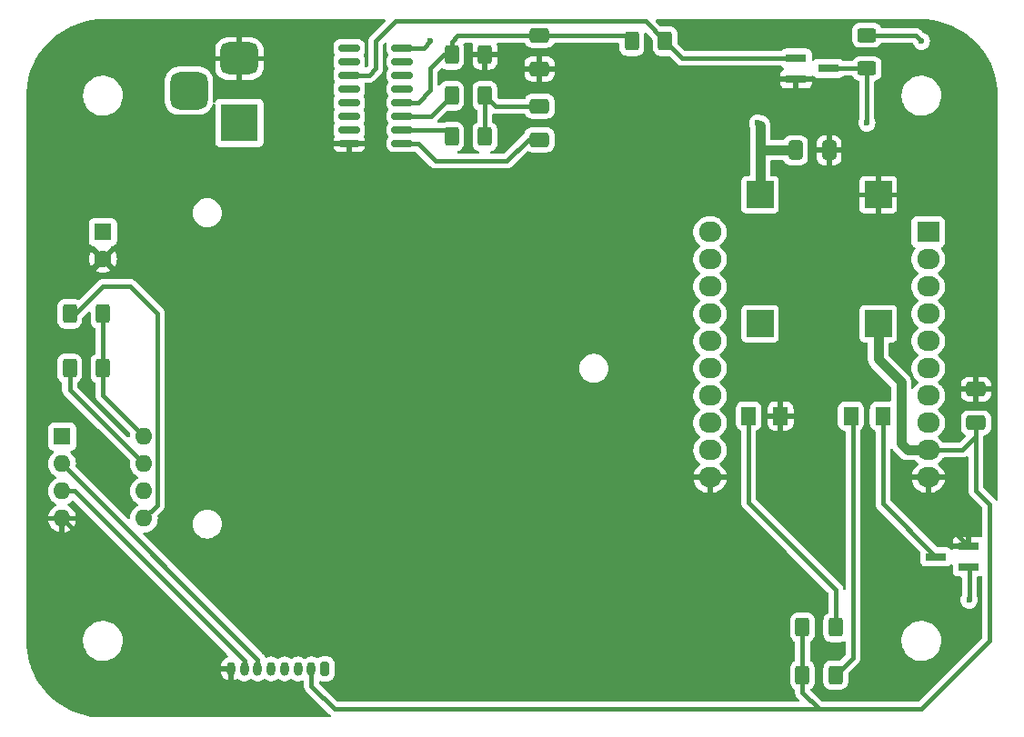
<source format=gbr>
%TF.GenerationSoftware,KiCad,Pcbnew,7.0.6*%
%TF.CreationDate,2023-08-07T10:19:30-05:00*%
%TF.ProjectId,mqtt_particle_sensor,6d717474-5f70-4617-9274-69636c655f73,C*%
%TF.SameCoordinates,Original*%
%TF.FileFunction,Copper,L1,Top*%
%TF.FilePolarity,Positive*%
%FSLAX46Y46*%
G04 Gerber Fmt 4.6, Leading zero omitted, Abs format (unit mm)*
G04 Created by KiCad (PCBNEW 7.0.6) date 2023-08-07 10:19:30*
%MOMM*%
%LPD*%
G01*
G04 APERTURE LIST*
G04 Aperture macros list*
%AMRoundRect*
0 Rectangle with rounded corners*
0 $1 Rounding radius*
0 $2 $3 $4 $5 $6 $7 $8 $9 X,Y pos of 4 corners*
0 Add a 4 corners polygon primitive as box body*
4,1,4,$2,$3,$4,$5,$6,$7,$8,$9,$2,$3,0*
0 Add four circle primitives for the rounded corners*
1,1,$1+$1,$2,$3*
1,1,$1+$1,$4,$5*
1,1,$1+$1,$6,$7*
1,1,$1+$1,$8,$9*
0 Add four rect primitives between the rounded corners*
20,1,$1+$1,$2,$3,$4,$5,0*
20,1,$1+$1,$4,$5,$6,$7,0*
20,1,$1+$1,$6,$7,$8,$9,0*
20,1,$1+$1,$8,$9,$2,$3,0*%
G04 Aperture macros list end*
%TA.AperFunction,ComponentPad*%
%ADD10R,3.500000X3.500000*%
%TD*%
%TA.AperFunction,ComponentPad*%
%ADD11RoundRect,0.750000X-1.000000X0.750000X-1.000000X-0.750000X1.000000X-0.750000X1.000000X0.750000X0*%
%TD*%
%TA.AperFunction,ComponentPad*%
%ADD12RoundRect,0.875000X-0.875000X0.875000X-0.875000X-0.875000X0.875000X-0.875000X0.875000X0.875000X0*%
%TD*%
%TA.AperFunction,SMDPad,CuDef*%
%ADD13RoundRect,0.250000X0.400000X0.625000X-0.400000X0.625000X-0.400000X-0.625000X0.400000X-0.625000X0*%
%TD*%
%TA.AperFunction,SMDPad,CuDef*%
%ADD14RoundRect,0.150000X-0.825000X-0.150000X0.825000X-0.150000X0.825000X0.150000X-0.825000X0.150000X0*%
%TD*%
%TA.AperFunction,SMDPad,CuDef*%
%ADD15RoundRect,0.250000X-0.400000X-0.625000X0.400000X-0.625000X0.400000X0.625000X-0.400000X0.625000X0*%
%TD*%
%TA.AperFunction,SMDPad,CuDef*%
%ADD16R,1.900000X0.800000*%
%TD*%
%TA.AperFunction,SMDPad,CuDef*%
%ADD17RoundRect,0.250000X-0.650000X0.412500X-0.650000X-0.412500X0.650000X-0.412500X0.650000X0.412500X0*%
%TD*%
%TA.AperFunction,SMDPad,CuDef*%
%ADD18RoundRect,0.250001X0.462499X0.624999X-0.462499X0.624999X-0.462499X-0.624999X0.462499X-0.624999X0*%
%TD*%
%TA.AperFunction,SMDPad,CuDef*%
%ADD19RoundRect,0.250000X0.650000X-0.412500X0.650000X0.412500X-0.650000X0.412500X-0.650000X-0.412500X0*%
%TD*%
%TA.AperFunction,ComponentPad*%
%ADD20R,1.600000X1.600000*%
%TD*%
%TA.AperFunction,ComponentPad*%
%ADD21O,1.600000X1.600000*%
%TD*%
%TA.AperFunction,SMDPad,CuDef*%
%ADD22R,2.500000X2.500000*%
%TD*%
%TA.AperFunction,SMDPad,CuDef*%
%ADD23RoundRect,0.250000X-0.625000X0.400000X-0.625000X-0.400000X0.625000X-0.400000X0.625000X0.400000X0*%
%TD*%
%TA.AperFunction,SMDPad,CuDef*%
%ADD24RoundRect,0.250000X-0.412500X-0.650000X0.412500X-0.650000X0.412500X0.650000X-0.412500X0.650000X0*%
%TD*%
%TA.AperFunction,ComponentPad*%
%ADD25O,0.800000X1.300000*%
%TD*%
%TA.AperFunction,ComponentPad*%
%ADD26RoundRect,0.200000X0.200000X0.450000X-0.200000X0.450000X-0.200000X-0.450000X0.200000X-0.450000X0*%
%TD*%
%TA.AperFunction,ComponentPad*%
%ADD27C,1.600000*%
%TD*%
%TA.AperFunction,ComponentPad*%
%ADD28R,2.100000X1.900000*%
%TD*%
%TA.AperFunction,ComponentPad*%
%ADD29O,2.100000X1.900000*%
%TD*%
%TA.AperFunction,ViaPad*%
%ADD30C,0.600000*%
%TD*%
%TA.AperFunction,Conductor*%
%ADD31C,0.889000*%
%TD*%
%TA.AperFunction,Conductor*%
%ADD32C,0.381000*%
%TD*%
%TA.AperFunction,Conductor*%
%ADD33C,0.200000*%
%TD*%
G04 APERTURE END LIST*
D10*
%TO.P,J2,1*%
%TO.N,Net-(PS1-+VIN)*%
X63500000Y-53340000D03*
D11*
%TO.P,J2,2*%
%TO.N,GND*%
X63500000Y-47340000D03*
D12*
%TO.P,J2,3*%
%TO.N,N/C*%
X58800000Y-50340000D03*
%TD*%
D13*
%TO.P,R9,1*%
%TO.N,+3V3*%
X50800000Y-76200000D03*
%TO.P,R9,2*%
%TO.N,SCL*%
X47700000Y-76200000D03*
%TD*%
D14*
%TO.P,U1,1,Q12*%
%TO.N,unconnected-(U1-Q12-Pad1)*%
X73725000Y-46355000D03*
%TO.P,U1,2,Q13*%
%TO.N,unconnected-(U1-Q13-Pad2)*%
X73725000Y-47625000D03*
%TO.P,U1,3,Q14*%
%TO.N,Net-(Q1-G)*%
X73725000Y-48895000D03*
%TO.P,U1,4,Q6*%
%TO.N,unconnected-(U1-Q6-Pad4)*%
X73725000Y-50165000D03*
%TO.P,U1,5,Q5*%
%TO.N,unconnected-(U1-Q5-Pad5)*%
X73725000Y-51435000D03*
%TO.P,U1,6,Q7*%
%TO.N,unconnected-(U1-Q7-Pad6)*%
X73725000Y-52705000D03*
%TO.P,U1,7,Q4*%
%TO.N,unconnected-(U1-Q4-Pad7)*%
X73725000Y-53975000D03*
%TO.P,U1,8,GND*%
%TO.N,GND*%
X73725000Y-55245000D03*
%TO.P,U1,9,CLK_0-1*%
%TO.N,Net-(U1-CLK_0-1)*%
X78675000Y-55245000D03*
%TO.P,U1,10,CLK_0*%
%TO.N,Net-(U1-CLK_0)*%
X78675000Y-53975000D03*
%TO.P,U1,11,CLK_1*%
%TO.N,Net-(U1-CLK_1)*%
X78675000Y-52705000D03*
%TO.P,U1,12,RST*%
%TO.N,Net-(U1-RST)*%
X78675000Y-51435000D03*
%TO.P,U1,13,Q9*%
%TO.N,unconnected-(U1-Q9-Pad13)*%
X78675000Y-50165000D03*
%TO.P,U1,14,Q8*%
%TO.N,unconnected-(U1-Q8-Pad14)*%
X78675000Y-48895000D03*
%TO.P,U1,15,Q10*%
%TO.N,unconnected-(U1-Q10-Pad15)*%
X78675000Y-47625000D03*
%TO.P,U1,16,VDD*%
%TO.N,+3V3*%
X78675000Y-46355000D03*
%TD*%
D13*
%TO.P,R8,1*%
%TO.N,+3V3*%
X50800000Y-71120000D03*
%TO.P,R8,2*%
%TO.N,SDA*%
X47700000Y-71120000D03*
%TD*%
D15*
%TO.P,R3,1*%
%TO.N,Net-(U1-RST)*%
X83260000Y-46990000D03*
%TO.P,R3,2*%
%TO.N,GND*%
X86360000Y-46990000D03*
%TD*%
D16*
%TO.P,Q1,1,G*%
%TO.N,Net-(Q1-G)*%
X115340000Y-47310000D03*
%TO.P,Q1,2,S*%
%TO.N,GND*%
X115340000Y-49210000D03*
%TO.P,Q1,3,D*%
%TO.N,RESET*%
X118340000Y-48260000D03*
%TD*%
D15*
%TO.P,R7,1*%
%TO.N,+5V*%
X115925000Y-104775000D03*
%TO.P,R7,2*%
%TO.N,Net-(D2-A)*%
X119025000Y-104775000D03*
%TD*%
D17*
%TO.P,C2,1*%
%TO.N,Net-(U1-RST)*%
X91440000Y-45173500D03*
%TO.P,C2,2*%
%TO.N,GND*%
X91440000Y-48298500D03*
%TD*%
D18*
%TO.P,D1,1,K*%
%TO.N,GND*%
X113882500Y-80645000D03*
%TO.P,D1,2,A*%
%TO.N,Net-(D1-A)*%
X110907500Y-80645000D03*
%TD*%
D16*
%TO.P,Q2,1,G*%
%TO.N,ONLINE*%
X131360000Y-94700000D03*
%TO.P,Q2,2,S*%
%TO.N,GND*%
X131360000Y-92800000D03*
%TO.P,Q2,3,D*%
%TO.N,Net-(D2-K)*%
X128360000Y-93750000D03*
%TD*%
D13*
%TO.P,R2,1*%
%TO.N,Net-(C1-Pad2)*%
X86360000Y-50800000D03*
%TO.P,R2,2*%
%TO.N,Net-(U1-CLK_1)*%
X83260000Y-50800000D03*
%TD*%
D18*
%TO.P,D2,1,K*%
%TO.N,Net-(D2-K)*%
X123407500Y-80645000D03*
%TO.P,D2,2,A*%
%TO.N,Net-(D2-A)*%
X120432500Y-80645000D03*
%TD*%
D19*
%TO.P,C5,1*%
%TO.N,+5V*%
X132080000Y-81280000D03*
%TO.P,C5,2*%
%TO.N,GND*%
X132080000Y-78155000D03*
%TD*%
D20*
%TO.P,U2,1,~{RESET}/PB5*%
%TO.N,unconnected-(U2-~{RESET}{slash}PB5-Pad1)*%
X47000000Y-82560000D03*
D21*
%TO.P,U2,2,XTAL1/PB3*%
%TO.N,TX*%
X47000000Y-85100000D03*
%TO.P,U2,3,XTAL2/PB4*%
%TO.N,RX*%
X47000000Y-87640000D03*
%TO.P,U2,4,GND*%
%TO.N,GND*%
X47000000Y-90180000D03*
%TO.P,U2,5,AREF/PB0*%
%TO.N,SDA*%
X54620000Y-90180000D03*
%TO.P,U2,6,PB1*%
%TO.N,unconnected-(U2-PB1-Pad6)*%
X54620000Y-87640000D03*
%TO.P,U2,7,PB2*%
%TO.N,SCL*%
X54620000Y-85100000D03*
%TO.P,U2,8,VCC*%
%TO.N,+3V3*%
X54620000Y-82560000D03*
%TD*%
D22*
%TO.P,PS1,1,+VIN*%
%TO.N,Net-(PS1-+VIN)*%
X111975000Y-60040000D03*
%TO.P,PS1,2,GND*%
%TO.N,GND*%
X122975000Y-60040000D03*
%TO.P,PS1,3,+VO*%
%TO.N,+5V*%
X122975000Y-72040000D03*
%TO.P,PS1,4,ON/OFF*%
%TO.N,unconnected-(PS1-ON{slash}OFF-Pad4)*%
X111975000Y-72040000D03*
%TD*%
D23*
%TO.P,R5,1*%
%TO.N,+3V3*%
X121920000Y-45160000D03*
%TO.P,R5,2*%
%TO.N,RESET*%
X121920000Y-48260000D03*
%TD*%
D13*
%TO.P,R4,1*%
%TO.N,Net-(Q1-G)*%
X103150000Y-45720000D03*
%TO.P,R4,2*%
%TO.N,Net-(U1-RST)*%
X100050000Y-45720000D03*
%TD*%
%TO.P,R1,1*%
%TO.N,Net-(C1-Pad2)*%
X86360000Y-54610000D03*
%TO.P,R1,2*%
%TO.N,Net-(U1-CLK_0)*%
X83260000Y-54610000D03*
%TD*%
D24*
%TO.P,C4,1*%
%TO.N,Net-(PS1-+VIN)*%
X115277500Y-55880000D03*
%TO.P,C4,2*%
%TO.N,GND*%
X118402500Y-55880000D03*
%TD*%
D25*
%TO.P,U3,8,GND*%
%TO.N,GND*%
X62715000Y-104200000D03*
%TO.P,U3,7,RX*%
%TO.N,RX*%
X63965000Y-104200000D03*
%TO.P,U3,6,TX*%
%TO.N,TX*%
X65215000Y-104200000D03*
%TO.P,U3,5,RES*%
%TO.N,unconnected-(U3-RES-Pad5)*%
X66465000Y-104200000D03*
%TO.P,U3,4*%
%TO.N,N/C*%
X67715000Y-104200000D03*
%TO.P,U3,3*%
X68965000Y-104200000D03*
%TO.P,U3,2,Vcc*%
%TO.N,+5V*%
X70215000Y-104200000D03*
D26*
%TO.P,U3,1,Vout*%
%TO.N,unconnected-(U3-Vout-Pad1)*%
X71465000Y-104200000D03*
%TD*%
D15*
%TO.P,R6,1*%
%TO.N,+5V*%
X115925000Y-100330000D03*
%TO.P,R6,2*%
%TO.N,Net-(D1-A)*%
X119025000Y-100330000D03*
%TD*%
D19*
%TO.P,C1,1*%
%TO.N,Net-(U1-CLK_0-1)*%
X91440000Y-54902500D03*
%TO.P,C1,2*%
%TO.N,Net-(C1-Pad2)*%
X91440000Y-51777500D03*
%TD*%
D20*
%TO.P,C3,1*%
%TO.N,Net-(PS1-+VIN)*%
X50800000Y-63500000D03*
D27*
%TO.P,C3,2*%
%TO.N,GND*%
X50800000Y-66000000D03*
%TD*%
D28*
%TO.P,A1,1,~{RST}*%
%TO.N,RESET*%
X127635000Y-63500000D03*
D29*
%TO.P,A1,2,A*%
%TO.N,unconnected-(A1-A-Pad2)*%
X127635000Y-66040000D03*
%TO.P,A1,3,EN*%
%TO.N,unconnected-(A1-EN-Pad3)*%
X127635000Y-68580000D03*
%TO.P,A1,4,16*%
%TO.N,RESET*%
X127635000Y-71120000D03*
%TO.P,A1,5,14*%
%TO.N,unconnected-(A1-14-Pad5)*%
X127635000Y-73660000D03*
%TO.P,A1,6,12*%
%TO.N,unconnected-(A1-12-Pad6)*%
X127635000Y-76200000D03*
%TO.P,A1,7,13*%
%TO.N,unconnected-(A1-13-Pad7)*%
X127635000Y-78740000D03*
%TO.P,A1,8,V+*%
%TO.N,unconnected-(A1-V+-Pad8)*%
X127635000Y-81280000D03*
%TO.P,A1,9,VBat*%
%TO.N,+5V*%
X127635000Y-83820000D03*
%TO.P,A1,10,GND*%
%TO.N,GND*%
X127635000Y-86360000D03*
%TO.P,A1,11,GND*%
X107315000Y-86360000D03*
%TO.P,A1,12,LDO*%
%TO.N,unconnected-(A1-LDO-Pad12)*%
X107315000Y-83820000D03*
%TO.P,A1,13,3V*%
%TO.N,+3V3*%
X107315000Y-81280000D03*
%TO.P,A1,14,15*%
%TO.N,unconnected-(A1-15-Pad14)*%
X107315000Y-78740000D03*
%TO.P,A1,15,2*%
%TO.N,unconnected-(A1-2-Pad15)*%
X107315000Y-76200000D03*
%TO.P,A1,16,0*%
%TO.N,ONLINE*%
X107315000Y-73660000D03*
%TO.P,A1,17,4*%
%TO.N,SDA*%
X107315000Y-71120000D03*
%TO.P,A1,18,5*%
%TO.N,SCL*%
X107315000Y-68580000D03*
%TO.P,A1,19,RX*%
%TO.N,unconnected-(A1-RX-Pad19)*%
X107315000Y-66040000D03*
%TO.P,A1,20,TX*%
%TO.N,unconnected-(A1-TX-Pad20)*%
X107315000Y-63500000D03*
%TD*%
D30*
%TO.N,RESET*%
X121920000Y-53340000D03*
%TO.N,+3V3*%
X81280000Y-45720000D03*
X127000000Y-45720000D03*
%TO.N,ONLINE*%
X131445000Y-97790000D03*
%TO.N,Net-(PS1-+VIN)*%
X111760000Y-53340000D03*
%TD*%
D31*
%TO.N,+5V*%
X122975000Y-72040000D02*
X122975000Y-75350000D01*
X125095000Y-77470000D02*
X125095000Y-83185000D01*
X122975000Y-75350000D02*
X125095000Y-77470000D01*
X125095000Y-83185000D02*
X125730000Y-83820000D01*
X125730000Y-83820000D02*
X127635000Y-83820000D01*
D32*
X132080000Y-87630000D02*
X132080000Y-82550000D01*
X132080000Y-82550000D02*
X132080000Y-81280000D01*
X127635000Y-83820000D02*
X130810000Y-83820000D01*
X130810000Y-83820000D02*
X132080000Y-82550000D01*
X127635000Y-83820000D02*
X127050500Y-83820000D01*
%TO.N,RESET*%
X121920000Y-48260000D02*
X121920000Y-53340000D01*
X121920000Y-48260000D02*
X118340000Y-48260000D01*
%TO.N,+5V*%
X117475000Y-107950000D02*
X127000000Y-107950000D01*
X115925000Y-106400000D02*
X117475000Y-107950000D01*
X115925000Y-104775000D02*
X115925000Y-106400000D01*
X117475000Y-107950000D02*
X72390000Y-107950000D01*
X70215000Y-105775000D02*
X70215000Y-104200000D01*
X115925000Y-100330000D02*
X115925000Y-104775000D01*
X72390000Y-107950000D02*
X70215000Y-105775000D01*
X127000000Y-107950000D02*
X133350000Y-101600000D01*
X133350000Y-88900000D02*
X132080000Y-87630000D01*
X127635000Y-83820000D02*
X127635000Y-83275753D01*
X133350000Y-101600000D02*
X133350000Y-88900000D01*
%TO.N,GND*%
X127635000Y-86360000D02*
X127635000Y-89075000D01*
X47000000Y-90180000D02*
X61020000Y-104200000D01*
X127635000Y-89075000D02*
X131360000Y-92800000D01*
X61020000Y-104200000D02*
X62715000Y-104200000D01*
%TO.N,+3V3*%
X54620000Y-82560000D02*
X50800000Y-78740000D01*
X126440000Y-45160000D02*
X127000000Y-45720000D01*
X78675000Y-46355000D02*
X80645000Y-46355000D01*
X50800000Y-78740000D02*
X50800000Y-71120000D01*
X121920000Y-45160000D02*
X126440000Y-45160000D01*
X80645000Y-46355000D02*
X81280000Y-45720000D01*
%TO.N,ONLINE*%
X131445000Y-97790000D02*
X131445000Y-94785000D01*
X131445000Y-94785000D02*
X131360000Y-94700000D01*
%TO.N,SDA*%
X50800000Y-68580000D02*
X48260000Y-71120000D01*
X54620000Y-90180000D02*
X55880000Y-88920000D01*
X55880000Y-71120000D02*
X53340000Y-68580000D01*
X48260000Y-71120000D02*
X47700000Y-71120000D01*
X53340000Y-68580000D02*
X50800000Y-68580000D01*
X55880000Y-88920000D02*
X55880000Y-71120000D01*
%TO.N,SCL*%
X47700000Y-76200000D02*
X47700000Y-78180000D01*
X47700000Y-78180000D02*
X54620000Y-85100000D01*
%TO.N,Net-(U1-CLK_0-1)*%
X81788000Y-56896000D02*
X88392000Y-56896000D01*
X88392000Y-56896000D02*
X90385500Y-54902500D01*
X90385500Y-54902500D02*
X91440000Y-54902500D01*
X78675000Y-55245000D02*
X80137000Y-55245000D01*
X80137000Y-55245000D02*
X81788000Y-56896000D01*
%TO.N,Net-(C1-Pad2)*%
X91440000Y-51777500D02*
X87337500Y-51777500D01*
X86360000Y-54610000D02*
X86360000Y-50800000D01*
X87337500Y-51777500D02*
X86360000Y-50800000D01*
%TO.N,Net-(U1-RST)*%
X81280000Y-50292000D02*
X81280000Y-48260000D01*
X78675000Y-51435000D02*
X80137000Y-51435000D01*
X80137000Y-51435000D02*
X81280000Y-50292000D01*
X99542000Y-45212000D02*
X100050000Y-45720000D01*
X81280000Y-48260000D02*
X82550000Y-46990000D01*
X83820000Y-45212000D02*
X99542000Y-45212000D01*
X83260000Y-45772000D02*
X83820000Y-45212000D01*
X83260000Y-46990000D02*
X83260000Y-45772000D01*
X82550000Y-46990000D02*
X83260000Y-46990000D01*
D31*
%TO.N,Net-(PS1-+VIN)*%
X111975000Y-55880000D02*
X111975000Y-53555000D01*
X115277500Y-55880000D02*
X111975000Y-55880000D01*
D33*
X111975000Y-53555000D02*
X111760000Y-53340000D01*
D31*
X111975000Y-60040000D02*
X111975000Y-55880000D01*
D32*
%TO.N,Net-(D1-A)*%
X110907500Y-88682500D02*
X110907500Y-80645000D01*
X119025000Y-100330000D02*
X119025000Y-96800000D01*
X119025000Y-96800000D02*
X110907500Y-88682500D01*
%TO.N,Net-(D2-K)*%
X123407500Y-88797500D02*
X123407500Y-80645000D01*
X128360000Y-93750000D02*
X123407500Y-88797500D01*
%TO.N,Net-(D2-A)*%
X119025000Y-104775000D02*
X120650000Y-103150000D01*
X120650000Y-103150000D02*
X120650000Y-80862500D01*
X120650000Y-80862500D02*
X120432500Y-80645000D01*
%TO.N,Net-(Q1-G)*%
X73725000Y-48895000D02*
X75565000Y-48895000D01*
X101300500Y-43870500D02*
X103150000Y-45720000D01*
X76200000Y-48260000D02*
X76200000Y-45720000D01*
X78049500Y-43870500D02*
X101300500Y-43870500D01*
X75565000Y-48895000D02*
X76200000Y-48260000D01*
X104740000Y-47310000D02*
X115340000Y-47310000D01*
X103150000Y-45720000D02*
X104740000Y-47310000D01*
X76200000Y-45720000D02*
X78049500Y-43870500D01*
%TO.N,Net-(U1-CLK_0)*%
X82625000Y-53975000D02*
X83260000Y-54610000D01*
X78675000Y-53975000D02*
X82625000Y-53975000D01*
%TO.N,Net-(U1-CLK_1)*%
X81355000Y-52705000D02*
X83260000Y-50800000D01*
X78675000Y-52705000D02*
X81355000Y-52705000D01*
%TO.N,TX*%
X47000000Y-85100000D02*
X65215000Y-103315000D01*
X65215000Y-103315000D02*
X65215000Y-104200000D01*
%TO.N,RX*%
X48131370Y-87640000D02*
X63965000Y-103473630D01*
X47000000Y-87640000D02*
X48131370Y-87640000D01*
X63965000Y-103473630D02*
X63965000Y-104200000D01*
%TD*%
%TA.AperFunction,Conductor*%
%TO.N,GND*%
G36*
X77029955Y-43700185D02*
G01*
X77075710Y-43752989D01*
X77085654Y-43822147D01*
X77056629Y-43885703D01*
X77050597Y-43892181D01*
X75727480Y-45215296D01*
X75724754Y-45217863D01*
X75678985Y-45258411D01*
X75678977Y-45258420D01*
X75644235Y-45308753D01*
X75642015Y-45311769D01*
X75604313Y-45359894D01*
X75604311Y-45359896D01*
X75600271Y-45368873D01*
X75589253Y-45388408D01*
X75583655Y-45396519D01*
X75561968Y-45453700D01*
X75560536Y-45457158D01*
X75535442Y-45512916D01*
X75533666Y-45522606D01*
X75527645Y-45544203D01*
X75524152Y-45553414D01*
X75524152Y-45553415D01*
X75516780Y-45614124D01*
X75516218Y-45617817D01*
X75514615Y-45626569D01*
X75505195Y-45677969D01*
X75505195Y-45677972D01*
X75508887Y-45739006D01*
X75509000Y-45742751D01*
X75509000Y-47922416D01*
X75489315Y-47989455D01*
X75472685Y-48010092D01*
X75420172Y-48062606D01*
X75372177Y-48110601D01*
X75310853Y-48144085D01*
X75241162Y-48139101D01*
X75185229Y-48097229D01*
X75160812Y-48031764D01*
X75165419Y-47988326D01*
X75197598Y-47877569D01*
X75200201Y-47844496D01*
X75200500Y-47840696D01*
X75200500Y-47409304D01*
X75197598Y-47372432D01*
X75197597Y-47372426D01*
X75151745Y-47214606D01*
X75151744Y-47214603D01*
X75151744Y-47214602D01*
X75101803Y-47130156D01*
X75068084Y-47073139D01*
X75063301Y-47066974D01*
X75065752Y-47065072D01*
X75039154Y-47016421D01*
X75044103Y-46946726D01*
X75064942Y-46914299D01*
X75063301Y-46913026D01*
X75068077Y-46906868D01*
X75068081Y-46906865D01*
X75151744Y-46765398D01*
X75197598Y-46607569D01*
X75200500Y-46570694D01*
X75200500Y-46139306D01*
X75200247Y-46136096D01*
X75197598Y-46102432D01*
X75197597Y-46102426D01*
X75151745Y-45944606D01*
X75151744Y-45944603D01*
X75151744Y-45944602D01*
X75068081Y-45803135D01*
X75068079Y-45803133D01*
X75068076Y-45803129D01*
X74951870Y-45686923D01*
X74951862Y-45686917D01*
X74873681Y-45640681D01*
X74810398Y-45603256D01*
X74810397Y-45603255D01*
X74810396Y-45603255D01*
X74810393Y-45603254D01*
X74652573Y-45557402D01*
X74652567Y-45557401D01*
X74615696Y-45554500D01*
X74615694Y-45554500D01*
X72834306Y-45554500D01*
X72834304Y-45554500D01*
X72797432Y-45557401D01*
X72797426Y-45557402D01*
X72639606Y-45603254D01*
X72639603Y-45603255D01*
X72498137Y-45686917D01*
X72498129Y-45686923D01*
X72381923Y-45803129D01*
X72381917Y-45803137D01*
X72298255Y-45944603D01*
X72298254Y-45944606D01*
X72252402Y-46102426D01*
X72252401Y-46102432D01*
X72249500Y-46139304D01*
X72249500Y-46570696D01*
X72252401Y-46607567D01*
X72252402Y-46607573D01*
X72298254Y-46765393D01*
X72298255Y-46765396D01*
X72298256Y-46765398D01*
X72320208Y-46802517D01*
X72381917Y-46906862D01*
X72386702Y-46913031D01*
X72384248Y-46914933D01*
X72410844Y-46963578D01*
X72405895Y-47033273D01*
X72385074Y-47065706D01*
X72386702Y-47066969D01*
X72381917Y-47073137D01*
X72298255Y-47214603D01*
X72298254Y-47214606D01*
X72252402Y-47372426D01*
X72252401Y-47372432D01*
X72249500Y-47409304D01*
X72249500Y-47840696D01*
X72252401Y-47877567D01*
X72252402Y-47877573D01*
X72298254Y-48035393D01*
X72298255Y-48035396D01*
X72298256Y-48035398D01*
X72308616Y-48052916D01*
X72381917Y-48176862D01*
X72386702Y-48183031D01*
X72384256Y-48184927D01*
X72410857Y-48233642D01*
X72405873Y-48303334D01*
X72385069Y-48335703D01*
X72386702Y-48336969D01*
X72381917Y-48343137D01*
X72298255Y-48484603D01*
X72298254Y-48484606D01*
X72252402Y-48642426D01*
X72252401Y-48642432D01*
X72249500Y-48679304D01*
X72249500Y-49110696D01*
X72252401Y-49147567D01*
X72252402Y-49147573D01*
X72298254Y-49305393D01*
X72298255Y-49305396D01*
X72298256Y-49305398D01*
X72334998Y-49367525D01*
X72381917Y-49446862D01*
X72386702Y-49453031D01*
X72384248Y-49454933D01*
X72410844Y-49503578D01*
X72405895Y-49573273D01*
X72385074Y-49605706D01*
X72386702Y-49606969D01*
X72381917Y-49613137D01*
X72298255Y-49754603D01*
X72298254Y-49754606D01*
X72252402Y-49912426D01*
X72252401Y-49912432D01*
X72249500Y-49949304D01*
X72249500Y-50380696D01*
X72252401Y-50417567D01*
X72252402Y-50417573D01*
X72298254Y-50575393D01*
X72298255Y-50575396D01*
X72381917Y-50716862D01*
X72386702Y-50723031D01*
X72384256Y-50724927D01*
X72410857Y-50773642D01*
X72405873Y-50843334D01*
X72385069Y-50875703D01*
X72386702Y-50876969D01*
X72381917Y-50883137D01*
X72298255Y-51024603D01*
X72298254Y-51024606D01*
X72252402Y-51182426D01*
X72252401Y-51182432D01*
X72249500Y-51219304D01*
X72249500Y-51650696D01*
X72252401Y-51687567D01*
X72252402Y-51687573D01*
X72298254Y-51845393D01*
X72298255Y-51845396D01*
X72381917Y-51986862D01*
X72386702Y-51993031D01*
X72384248Y-51994933D01*
X72410844Y-52043578D01*
X72405895Y-52113273D01*
X72385074Y-52145706D01*
X72386702Y-52146969D01*
X72381917Y-52153137D01*
X72298255Y-52294603D01*
X72298254Y-52294606D01*
X72252402Y-52452426D01*
X72252401Y-52452432D01*
X72249500Y-52489304D01*
X72249500Y-52920696D01*
X72252401Y-52957567D01*
X72252402Y-52957573D01*
X72298254Y-53115393D01*
X72298255Y-53115396D01*
X72381917Y-53256862D01*
X72386702Y-53263031D01*
X72384256Y-53264927D01*
X72410857Y-53313642D01*
X72405873Y-53383334D01*
X72385069Y-53415703D01*
X72386702Y-53416969D01*
X72381917Y-53423137D01*
X72298255Y-53564603D01*
X72298254Y-53564606D01*
X72252402Y-53722426D01*
X72252401Y-53722432D01*
X72249500Y-53759304D01*
X72249500Y-54190696D01*
X72252401Y-54227567D01*
X72252402Y-54227573D01*
X72298254Y-54385393D01*
X72298255Y-54385396D01*
X72381917Y-54526862D01*
X72386702Y-54533031D01*
X72384369Y-54534840D01*
X72411210Y-54583995D01*
X72406226Y-54653687D01*
X72385470Y-54686021D01*
X72387097Y-54687283D01*
X72382313Y-54693449D01*
X72298718Y-54834801D01*
X72252899Y-54992513D01*
X72252704Y-54994998D01*
X72252705Y-54995000D01*
X75197295Y-54995000D01*
X75197295Y-54994998D01*
X75197100Y-54992513D01*
X75151281Y-54834801D01*
X75067685Y-54693447D01*
X75062900Y-54687278D01*
X75065366Y-54685364D01*
X75038802Y-54636776D01*
X75043749Y-54567082D01*
X75064856Y-54534232D01*
X75063301Y-54533026D01*
X75068077Y-54526868D01*
X75068081Y-54526865D01*
X75151744Y-54385398D01*
X75197598Y-54227569D01*
X75200500Y-54190694D01*
X75200500Y-53759306D01*
X75197598Y-53722431D01*
X75188037Y-53689523D01*
X75151745Y-53564606D01*
X75151744Y-53564603D01*
X75151744Y-53564602D01*
X75111382Y-53496353D01*
X75068084Y-53423139D01*
X75063301Y-53416974D01*
X75065752Y-53415072D01*
X75039154Y-53366421D01*
X75044103Y-53296726D01*
X75064942Y-53264299D01*
X75063301Y-53263026D01*
X75068077Y-53256868D01*
X75068081Y-53256865D01*
X75151744Y-53115398D01*
X75197598Y-52957569D01*
X75200500Y-52920694D01*
X75200500Y-52489306D01*
X75198871Y-52468613D01*
X75197598Y-52452432D01*
X75197597Y-52452426D01*
X75151745Y-52294606D01*
X75151744Y-52294603D01*
X75151744Y-52294602D01*
X75090558Y-52191141D01*
X75068084Y-52153139D01*
X75063301Y-52146974D01*
X75065752Y-52145072D01*
X75039154Y-52096421D01*
X75044103Y-52026726D01*
X75064942Y-51994299D01*
X75063301Y-51993026D01*
X75068077Y-51986868D01*
X75068081Y-51986865D01*
X75151744Y-51845398D01*
X75197598Y-51687569D01*
X75200500Y-51650694D01*
X75200500Y-51219306D01*
X75197598Y-51182431D01*
X75187072Y-51146202D01*
X75151745Y-51024606D01*
X75151744Y-51024603D01*
X75151744Y-51024602D01*
X75091016Y-50921916D01*
X75068084Y-50883139D01*
X75063301Y-50876974D01*
X75065752Y-50875072D01*
X75039154Y-50826421D01*
X75044103Y-50756726D01*
X75064942Y-50724299D01*
X75063301Y-50723026D01*
X75068077Y-50716868D01*
X75068081Y-50716865D01*
X75151744Y-50575398D01*
X75197598Y-50417569D01*
X75200500Y-50380694D01*
X75200500Y-49949306D01*
X75197598Y-49912431D01*
X75197597Y-49912426D01*
X75149568Y-49747110D01*
X75152161Y-49746356D01*
X75145198Y-49689889D01*
X75175494Y-49626930D01*
X75235020Y-49590345D01*
X75267556Y-49586000D01*
X75542247Y-49586000D01*
X75545992Y-49586113D01*
X75607026Y-49589805D01*
X75607026Y-49589804D01*
X75607028Y-49589805D01*
X75667185Y-49578779D01*
X75670870Y-49578219D01*
X75731582Y-49570848D01*
X75740788Y-49567356D01*
X75762403Y-49561330D01*
X75772085Y-49559557D01*
X75827865Y-49534451D01*
X75831281Y-49533037D01*
X75888482Y-49511344D01*
X75896579Y-49505754D01*
X75916139Y-49494722D01*
X75925105Y-49490688D01*
X75973249Y-49452968D01*
X75976255Y-49450757D01*
X75976619Y-49450506D01*
X76026583Y-49416020D01*
X76067144Y-49370234D01*
X76069678Y-49367542D01*
X76672534Y-48764685D01*
X76675226Y-48762151D01*
X76721020Y-48721583D01*
X76755768Y-48671238D01*
X76757959Y-48668260D01*
X76795688Y-48620105D01*
X76799722Y-48611139D01*
X76810754Y-48591580D01*
X76816342Y-48583485D01*
X76816342Y-48583484D01*
X76816344Y-48583482D01*
X76838030Y-48526299D01*
X76839450Y-48522869D01*
X76864558Y-48467084D01*
X76866332Y-48457397D01*
X76872359Y-48435778D01*
X76875848Y-48426582D01*
X76883216Y-48365895D01*
X76883779Y-48362197D01*
X76894805Y-48302033D01*
X76894806Y-48302028D01*
X76891113Y-48240979D01*
X76891000Y-48237234D01*
X76891000Y-46057584D01*
X76910685Y-45990545D01*
X76927313Y-45969908D01*
X77027825Y-45869396D01*
X77089144Y-45835914D01*
X77158836Y-45840898D01*
X77214770Y-45882769D01*
X77239187Y-45948233D01*
X77234579Y-45991675D01*
X77202402Y-46102426D01*
X77202401Y-46102432D01*
X77199500Y-46139304D01*
X77199500Y-46570696D01*
X77202401Y-46607567D01*
X77202402Y-46607573D01*
X77248254Y-46765393D01*
X77248255Y-46765396D01*
X77248256Y-46765398D01*
X77270208Y-46802517D01*
X77331917Y-46906862D01*
X77336702Y-46913031D01*
X77334256Y-46914927D01*
X77360857Y-46963642D01*
X77355873Y-47033334D01*
X77335069Y-47065703D01*
X77336702Y-47066969D01*
X77331917Y-47073137D01*
X77248255Y-47214603D01*
X77248254Y-47214606D01*
X77202402Y-47372426D01*
X77202401Y-47372432D01*
X77199500Y-47409304D01*
X77199500Y-47840696D01*
X77202401Y-47877567D01*
X77202402Y-47877573D01*
X77248254Y-48035393D01*
X77248255Y-48035396D01*
X77248256Y-48035398D01*
X77258616Y-48052916D01*
X77331917Y-48176862D01*
X77336702Y-48183031D01*
X77334256Y-48184927D01*
X77360857Y-48233642D01*
X77355873Y-48303334D01*
X77335069Y-48335703D01*
X77336702Y-48336969D01*
X77331917Y-48343137D01*
X77248255Y-48484603D01*
X77248254Y-48484606D01*
X77202402Y-48642426D01*
X77202401Y-48642432D01*
X77199500Y-48679304D01*
X77199500Y-49110696D01*
X77202401Y-49147567D01*
X77202402Y-49147573D01*
X77248254Y-49305393D01*
X77248255Y-49305396D01*
X77248256Y-49305398D01*
X77284998Y-49367525D01*
X77331917Y-49446862D01*
X77336702Y-49453031D01*
X77334256Y-49454927D01*
X77360857Y-49503642D01*
X77355873Y-49573334D01*
X77335069Y-49605703D01*
X77336702Y-49606969D01*
X77331917Y-49613137D01*
X77248255Y-49754603D01*
X77248254Y-49754606D01*
X77202402Y-49912426D01*
X77202401Y-49912432D01*
X77199500Y-49949304D01*
X77199500Y-50380696D01*
X77202401Y-50417567D01*
X77202402Y-50417573D01*
X77248254Y-50575393D01*
X77248255Y-50575396D01*
X77331917Y-50716862D01*
X77336702Y-50723031D01*
X77334256Y-50724927D01*
X77360857Y-50773642D01*
X77355873Y-50843334D01*
X77335069Y-50875703D01*
X77336702Y-50876969D01*
X77331917Y-50883137D01*
X77248255Y-51024603D01*
X77248254Y-51024606D01*
X77202402Y-51182426D01*
X77202401Y-51182432D01*
X77199500Y-51219304D01*
X77199500Y-51650696D01*
X77202401Y-51687567D01*
X77202402Y-51687573D01*
X77248254Y-51845393D01*
X77248255Y-51845396D01*
X77331917Y-51986862D01*
X77336702Y-51993031D01*
X77334256Y-51994927D01*
X77360857Y-52043642D01*
X77355873Y-52113334D01*
X77335069Y-52145703D01*
X77336702Y-52146969D01*
X77331917Y-52153137D01*
X77248255Y-52294603D01*
X77248254Y-52294606D01*
X77202402Y-52452426D01*
X77202401Y-52452432D01*
X77199500Y-52489304D01*
X77199500Y-52920696D01*
X77202401Y-52957567D01*
X77202402Y-52957573D01*
X77248254Y-53115393D01*
X77248255Y-53115396D01*
X77331917Y-53256862D01*
X77336702Y-53263031D01*
X77334256Y-53264927D01*
X77360857Y-53313642D01*
X77355873Y-53383334D01*
X77335069Y-53415703D01*
X77336702Y-53416969D01*
X77331917Y-53423137D01*
X77248255Y-53564603D01*
X77248254Y-53564606D01*
X77202402Y-53722426D01*
X77202401Y-53722432D01*
X77199500Y-53759304D01*
X77199500Y-54190696D01*
X77202401Y-54227567D01*
X77202402Y-54227573D01*
X77248254Y-54385393D01*
X77248255Y-54385396D01*
X77331917Y-54526862D01*
X77336702Y-54533031D01*
X77334256Y-54534927D01*
X77360857Y-54583642D01*
X77355873Y-54653334D01*
X77335069Y-54685703D01*
X77336702Y-54686969D01*
X77331917Y-54693137D01*
X77248255Y-54834603D01*
X77248254Y-54834606D01*
X77202402Y-54992426D01*
X77202401Y-54992432D01*
X77199500Y-55029304D01*
X77199500Y-55460696D01*
X77202401Y-55497567D01*
X77202402Y-55497573D01*
X77248254Y-55655393D01*
X77248255Y-55655396D01*
X77331917Y-55796862D01*
X77331923Y-55796870D01*
X77448129Y-55913076D01*
X77448133Y-55913079D01*
X77448135Y-55913081D01*
X77589602Y-55996744D01*
X77600162Y-55999812D01*
X77747426Y-56042597D01*
X77747429Y-56042597D01*
X77747431Y-56042598D01*
X77759722Y-56043565D01*
X77784304Y-56045500D01*
X77784306Y-56045500D01*
X79565696Y-56045500D01*
X79584131Y-56044049D01*
X79602569Y-56042598D01*
X79602571Y-56042597D01*
X79602573Y-56042597D01*
X79644191Y-56030505D01*
X79760398Y-55996744D01*
X79772570Y-55989545D01*
X79840292Y-55972361D01*
X79906555Y-55994519D01*
X79923373Y-56008595D01*
X81283304Y-57368525D01*
X81285856Y-57371236D01*
X81326417Y-57417020D01*
X81376768Y-57451774D01*
X81379755Y-57453972D01*
X81427895Y-57491688D01*
X81436866Y-57495725D01*
X81456411Y-57506748D01*
X81464518Y-57512344D01*
X81521703Y-57534031D01*
X81525120Y-57535446D01*
X81580916Y-57560558D01*
X81590600Y-57562332D01*
X81612229Y-57568362D01*
X81621418Y-57571848D01*
X81682098Y-57579215D01*
X81685801Y-57579779D01*
X81706306Y-57583536D01*
X81745972Y-57590806D01*
X81800771Y-57587490D01*
X81807019Y-57587113D01*
X81810764Y-57587000D01*
X88369247Y-57587000D01*
X88372992Y-57587113D01*
X88434026Y-57590805D01*
X88434026Y-57590804D01*
X88434028Y-57590805D01*
X88494185Y-57579779D01*
X88497870Y-57579219D01*
X88558582Y-57571848D01*
X88567788Y-57568356D01*
X88589403Y-57562330D01*
X88599085Y-57560557D01*
X88654865Y-57535451D01*
X88658281Y-57534037D01*
X88715482Y-57512344D01*
X88723579Y-57506754D01*
X88743139Y-57495722D01*
X88752105Y-57491688D01*
X88800249Y-57453968D01*
X88803255Y-57451757D01*
X88853583Y-57417020D01*
X88894144Y-57371234D01*
X88896678Y-57368542D01*
X90274384Y-55990835D01*
X90335705Y-55957352D01*
X90405397Y-55962336D01*
X90427159Y-55972979D01*
X90470659Y-55999810D01*
X90470660Y-55999810D01*
X90470666Y-55999814D01*
X90637203Y-56054999D01*
X90739991Y-56065500D01*
X92140008Y-56065499D01*
X92242797Y-56054999D01*
X92409334Y-55999814D01*
X92558656Y-55907712D01*
X92682712Y-55783656D01*
X92774814Y-55634334D01*
X92829999Y-55467797D01*
X92840500Y-55365009D01*
X92840499Y-54439992D01*
X92834522Y-54381485D01*
X92829999Y-54337203D01*
X92829998Y-54337200D01*
X92815883Y-54294605D01*
X92774814Y-54170666D01*
X92682712Y-54021344D01*
X92558656Y-53897288D01*
X92409334Y-53805186D01*
X92242797Y-53750001D01*
X92242795Y-53750000D01*
X92140010Y-53739500D01*
X90739998Y-53739500D01*
X90739981Y-53739501D01*
X90637203Y-53750000D01*
X90637200Y-53750001D01*
X90470668Y-53805185D01*
X90470663Y-53805187D01*
X90321342Y-53897289D01*
X90197289Y-54021342D01*
X90105184Y-54170668D01*
X90083150Y-54237161D01*
X90043377Y-54294605D01*
X90029602Y-54304268D01*
X90025395Y-54306811D01*
X89977264Y-54344518D01*
X89974248Y-54346737D01*
X89923918Y-54381479D01*
X89923911Y-54381485D01*
X89883356Y-54427262D01*
X89880789Y-54429988D01*
X88142097Y-56168681D01*
X88080774Y-56202166D01*
X88054416Y-56205000D01*
X86987125Y-56205000D01*
X86920086Y-56185315D01*
X86874331Y-56132511D01*
X86864387Y-56063353D01*
X86893412Y-55999797D01*
X86948120Y-55963294D01*
X86951011Y-55962336D01*
X87079334Y-55919814D01*
X87228656Y-55827712D01*
X87352712Y-55703656D01*
X87444814Y-55554334D01*
X87499999Y-55387797D01*
X87510500Y-55285009D01*
X87510499Y-53934992D01*
X87506647Y-53897288D01*
X87499999Y-53832203D01*
X87499998Y-53832200D01*
X87475843Y-53759306D01*
X87444814Y-53665666D01*
X87352712Y-53516344D01*
X87228656Y-53392288D01*
X87109902Y-53319040D01*
X87063179Y-53267093D01*
X87051000Y-53213502D01*
X87051000Y-52899387D01*
X87051000Y-52578750D01*
X87070683Y-52511715D01*
X87123487Y-52465960D01*
X87189942Y-52455658D01*
X87208956Y-52457966D01*
X87231617Y-52460717D01*
X87235312Y-52461279D01*
X87295472Y-52472305D01*
X87352544Y-52468852D01*
X87356508Y-52468613D01*
X87360253Y-52468500D01*
X90010792Y-52468500D01*
X90077831Y-52488185D01*
X90116330Y-52527402D01*
X90197288Y-52658656D01*
X90321344Y-52782712D01*
X90470666Y-52874814D01*
X90637203Y-52929999D01*
X90739991Y-52940500D01*
X92140008Y-52940499D01*
X92242797Y-52929999D01*
X92409334Y-52874814D01*
X92558656Y-52782712D01*
X92682712Y-52658656D01*
X92774814Y-52509334D01*
X92829999Y-52342797D01*
X92840500Y-52240009D01*
X92840499Y-51314992D01*
X92839848Y-51308622D01*
X92829999Y-51212203D01*
X92829998Y-51212200D01*
X92820134Y-51182432D01*
X92774814Y-51045666D01*
X92682712Y-50896344D01*
X92558656Y-50772288D01*
X92409334Y-50680186D01*
X92242797Y-50625001D01*
X92242795Y-50625000D01*
X92140010Y-50614500D01*
X90739998Y-50614500D01*
X90739981Y-50614501D01*
X90637203Y-50625000D01*
X90637200Y-50625001D01*
X90470668Y-50680185D01*
X90470663Y-50680187D01*
X90321342Y-50772289D01*
X90197289Y-50896342D01*
X90116331Y-51027597D01*
X90064383Y-51074321D01*
X90010792Y-51086500D01*
X87675083Y-51086500D01*
X87608044Y-51066815D01*
X87587402Y-51050181D01*
X87546818Y-51009597D01*
X87513333Y-50948274D01*
X87510499Y-50921916D01*
X87510499Y-50124998D01*
X87510498Y-50124981D01*
X87499999Y-50022203D01*
X87499998Y-50022200D01*
X87477536Y-49954415D01*
X87444814Y-49855666D01*
X87352712Y-49706344D01*
X87228656Y-49582288D01*
X87101046Y-49503578D01*
X87079336Y-49490187D01*
X87079331Y-49490185D01*
X87068892Y-49486726D01*
X86912797Y-49435001D01*
X86912795Y-49435000D01*
X86810010Y-49424500D01*
X85909998Y-49424500D01*
X85909980Y-49424501D01*
X85807203Y-49435000D01*
X85807200Y-49435001D01*
X85640668Y-49490185D01*
X85640663Y-49490187D01*
X85491342Y-49582289D01*
X85367289Y-49706342D01*
X85275187Y-49855663D01*
X85275185Y-49855668D01*
X85247349Y-49939670D01*
X85220001Y-50022203D01*
X85220001Y-50022204D01*
X85220000Y-50022204D01*
X85209500Y-50124983D01*
X85209500Y-51475001D01*
X85209501Y-51475018D01*
X85220000Y-51577796D01*
X85220001Y-51577799D01*
X85244157Y-51650696D01*
X85275186Y-51744334D01*
X85367288Y-51893656D01*
X85491344Y-52017712D01*
X85610096Y-52090958D01*
X85656821Y-52142906D01*
X85669000Y-52196497D01*
X85669000Y-53213502D01*
X85649315Y-53280541D01*
X85610097Y-53319041D01*
X85491342Y-53392289D01*
X85367289Y-53516342D01*
X85275187Y-53665663D01*
X85275185Y-53665668D01*
X85250720Y-53739500D01*
X85220001Y-53832203D01*
X85220001Y-53832204D01*
X85220000Y-53832204D01*
X85209500Y-53934983D01*
X85209500Y-55285001D01*
X85209501Y-55285018D01*
X85220000Y-55387796D01*
X85220001Y-55387799D01*
X85255525Y-55495001D01*
X85275186Y-55554334D01*
X85367288Y-55703656D01*
X85491344Y-55827712D01*
X85640666Y-55919814D01*
X85771882Y-55963294D01*
X85829326Y-56003067D01*
X85856149Y-56067582D01*
X85843834Y-56136358D01*
X85796291Y-56187558D01*
X85732877Y-56205000D01*
X83887125Y-56205000D01*
X83820086Y-56185315D01*
X83774331Y-56132511D01*
X83764387Y-56063353D01*
X83793412Y-55999797D01*
X83848120Y-55963294D01*
X83851011Y-55962336D01*
X83979334Y-55919814D01*
X84128656Y-55827712D01*
X84252712Y-55703656D01*
X84344814Y-55554334D01*
X84399999Y-55387797D01*
X84410500Y-55285009D01*
X84410499Y-53934992D01*
X84406647Y-53897288D01*
X84399999Y-53832203D01*
X84399998Y-53832200D01*
X84375843Y-53759306D01*
X84344814Y-53665666D01*
X84252712Y-53516344D01*
X84128656Y-53392288D01*
X83979334Y-53300186D01*
X83812797Y-53245001D01*
X83812795Y-53245000D01*
X83710010Y-53234500D01*
X82809998Y-53234500D01*
X82809980Y-53234501D01*
X82707203Y-53245000D01*
X82707200Y-53245001D01*
X82608506Y-53277706D01*
X82569502Y-53284000D01*
X82052583Y-53284000D01*
X81985544Y-53264315D01*
X81939789Y-53211511D01*
X81929845Y-53142353D01*
X81958870Y-53078797D01*
X81964902Y-53072319D01*
X82825402Y-52211818D01*
X82886725Y-52178333D01*
X82913083Y-52175499D01*
X83710002Y-52175499D01*
X83710008Y-52175499D01*
X83812797Y-52164999D01*
X83979334Y-52109814D01*
X84128656Y-52017712D01*
X84252712Y-51893656D01*
X84344814Y-51744334D01*
X84399999Y-51577797D01*
X84410500Y-51475009D01*
X84410499Y-50124992D01*
X84408967Y-50109999D01*
X84399999Y-50022203D01*
X84399998Y-50022200D01*
X84377536Y-49954415D01*
X84344814Y-49855666D01*
X84252712Y-49706344D01*
X84128656Y-49582288D01*
X84001046Y-49503578D01*
X83979336Y-49490187D01*
X83979331Y-49490185D01*
X83968892Y-49486726D01*
X83812797Y-49435001D01*
X83812795Y-49435000D01*
X83710010Y-49424500D01*
X82809998Y-49424500D01*
X82809980Y-49424501D01*
X82707203Y-49435000D01*
X82707200Y-49435001D01*
X82540668Y-49490185D01*
X82540663Y-49490187D01*
X82391342Y-49582289D01*
X82267289Y-49706342D01*
X82200539Y-49814562D01*
X82148591Y-49861286D01*
X82079628Y-49872509D01*
X82015546Y-49844665D01*
X81976690Y-49786596D01*
X81971000Y-49749465D01*
X81971000Y-48597583D01*
X81985412Y-48548500D01*
X90040001Y-48548500D01*
X90040001Y-48760986D01*
X90050494Y-48863697D01*
X90105641Y-49030119D01*
X90105643Y-49030124D01*
X90197684Y-49179345D01*
X90321654Y-49303315D01*
X90470875Y-49395356D01*
X90470880Y-49395358D01*
X90637302Y-49450505D01*
X90637309Y-49450506D01*
X90740019Y-49460999D01*
X91189999Y-49460999D01*
X91190000Y-49460998D01*
X91190000Y-48548500D01*
X91690000Y-48548500D01*
X91690000Y-49460999D01*
X92139972Y-49460999D01*
X92139986Y-49460998D01*
X92149755Y-49460000D01*
X113890000Y-49460000D01*
X113890000Y-49657844D01*
X113896401Y-49717372D01*
X113896403Y-49717379D01*
X113946645Y-49852086D01*
X113946649Y-49852093D01*
X114032809Y-49967187D01*
X114032812Y-49967190D01*
X114147906Y-50053350D01*
X114147913Y-50053354D01*
X114282620Y-50103596D01*
X114282627Y-50103598D01*
X114342155Y-50109999D01*
X114342172Y-50110000D01*
X115090000Y-50110000D01*
X115090000Y-49460000D01*
X115590000Y-49460000D01*
X115590000Y-50110000D01*
X116337828Y-50110000D01*
X116337844Y-50109999D01*
X116397372Y-50103598D01*
X116397379Y-50103596D01*
X116532086Y-50053354D01*
X116532093Y-50053350D01*
X116647187Y-49967190D01*
X116647190Y-49967187D01*
X116733350Y-49852093D01*
X116733354Y-49852086D01*
X116783596Y-49717379D01*
X116783598Y-49717372D01*
X116789999Y-49657844D01*
X116790000Y-49657827D01*
X116790000Y-49460000D01*
X115590000Y-49460000D01*
X115090000Y-49460000D01*
X113890000Y-49460000D01*
X92149755Y-49460000D01*
X92242697Y-49450505D01*
X92409119Y-49395358D01*
X92409124Y-49395356D01*
X92558345Y-49303315D01*
X92682315Y-49179345D01*
X92774356Y-49030124D01*
X92774358Y-49030119D01*
X92829505Y-48863697D01*
X92829506Y-48863690D01*
X92839999Y-48760986D01*
X92840000Y-48760973D01*
X92840000Y-48548500D01*
X91690000Y-48548500D01*
X91190000Y-48548500D01*
X90040001Y-48548500D01*
X81985412Y-48548500D01*
X81990685Y-48530544D01*
X82007315Y-48509906D01*
X82271399Y-48245820D01*
X82332722Y-48212336D01*
X82402413Y-48217320D01*
X82424176Y-48227963D01*
X82540659Y-48299810D01*
X82540660Y-48299810D01*
X82540666Y-48299814D01*
X82707203Y-48354999D01*
X82809991Y-48365500D01*
X83710008Y-48365499D01*
X83710016Y-48365498D01*
X83710019Y-48365498D01*
X83772308Y-48359135D01*
X83812797Y-48354999D01*
X83979334Y-48299814D01*
X84128656Y-48207712D01*
X84252712Y-48083656D01*
X84344814Y-47934334D01*
X84399999Y-47767797D01*
X84410500Y-47665009D01*
X84410500Y-47240000D01*
X85210001Y-47240000D01*
X85210001Y-47664986D01*
X85220494Y-47767697D01*
X85275641Y-47934119D01*
X85275643Y-47934124D01*
X85367684Y-48083345D01*
X85491654Y-48207315D01*
X85640875Y-48299356D01*
X85640880Y-48299358D01*
X85807302Y-48354505D01*
X85807309Y-48354506D01*
X85910019Y-48364999D01*
X86109999Y-48364999D01*
X86110000Y-48364998D01*
X86110000Y-47240000D01*
X86610000Y-47240000D01*
X86610000Y-48364999D01*
X86809972Y-48364999D01*
X86809986Y-48364998D01*
X86912697Y-48354505D01*
X87079119Y-48299358D01*
X87079124Y-48299356D01*
X87228345Y-48207315D01*
X87352315Y-48083345D01*
X87373808Y-48048500D01*
X90040000Y-48048500D01*
X91190000Y-48048500D01*
X91190000Y-47136000D01*
X91690000Y-47136000D01*
X91690000Y-48048500D01*
X92839999Y-48048500D01*
X92839999Y-47836028D01*
X92839998Y-47836013D01*
X92829505Y-47733302D01*
X92774358Y-47566880D01*
X92774356Y-47566875D01*
X92682315Y-47417654D01*
X92558345Y-47293684D01*
X92409124Y-47201643D01*
X92409119Y-47201641D01*
X92242697Y-47146494D01*
X92242690Y-47146493D01*
X92139986Y-47136000D01*
X91690000Y-47136000D01*
X91190000Y-47136000D01*
X90740028Y-47136000D01*
X90740012Y-47136001D01*
X90637302Y-47146494D01*
X90470880Y-47201641D01*
X90470875Y-47201643D01*
X90321654Y-47293684D01*
X90197684Y-47417654D01*
X90105643Y-47566875D01*
X90105641Y-47566880D01*
X90050494Y-47733302D01*
X90050493Y-47733309D01*
X90040000Y-47836013D01*
X90040000Y-48048500D01*
X87373808Y-48048500D01*
X87444356Y-47934124D01*
X87444358Y-47934119D01*
X87499505Y-47767697D01*
X87499506Y-47767690D01*
X87509999Y-47664986D01*
X87510000Y-47664973D01*
X87510000Y-47240000D01*
X86610000Y-47240000D01*
X86110000Y-47240000D01*
X85210001Y-47240000D01*
X84410500Y-47240000D01*
X84410499Y-46314992D01*
X84408967Y-46299999D01*
X84399999Y-46212203D01*
X84399998Y-46212200D01*
X84387830Y-46175480D01*
X84351552Y-46066002D01*
X84349151Y-45996176D01*
X84384883Y-45936134D01*
X84447403Y-45904941D01*
X84469259Y-45903000D01*
X85151267Y-45903000D01*
X85218306Y-45922685D01*
X85264061Y-45975489D01*
X85274005Y-46044647D01*
X85268973Y-46066004D01*
X85220494Y-46212302D01*
X85220493Y-46212309D01*
X85210000Y-46315013D01*
X85210000Y-46740000D01*
X87509999Y-46740000D01*
X87509999Y-46315028D01*
X87509998Y-46315013D01*
X87499505Y-46212302D01*
X87451027Y-46066004D01*
X87448625Y-45996176D01*
X87484357Y-45936134D01*
X87546877Y-45904941D01*
X87568733Y-45903000D01*
X90034539Y-45903000D01*
X90101578Y-45922685D01*
X90140077Y-45961902D01*
X90197288Y-46054656D01*
X90321344Y-46178712D01*
X90470666Y-46270814D01*
X90637203Y-46325999D01*
X90739991Y-46336500D01*
X92140008Y-46336499D01*
X92242797Y-46325999D01*
X92409334Y-46270814D01*
X92558656Y-46178712D01*
X92682712Y-46054656D01*
X92739922Y-45961902D01*
X92791870Y-45915179D01*
X92845461Y-45903000D01*
X98775501Y-45903000D01*
X98842540Y-45922685D01*
X98888295Y-45975489D01*
X98899501Y-46027000D01*
X98899501Y-46395018D01*
X98910000Y-46497796D01*
X98910001Y-46497799D01*
X98943641Y-46599315D01*
X98965186Y-46664334D01*
X99057288Y-46813656D01*
X99181344Y-46937712D01*
X99330666Y-47029814D01*
X99497203Y-47084999D01*
X99599991Y-47095500D01*
X100500008Y-47095499D01*
X100500016Y-47095498D01*
X100500019Y-47095498D01*
X100556302Y-47089748D01*
X100602797Y-47084999D01*
X100769334Y-47029814D01*
X100918656Y-46937712D01*
X101042712Y-46813656D01*
X101134814Y-46664334D01*
X101189999Y-46497797D01*
X101200500Y-46395009D01*
X101200499Y-45047082D01*
X101220184Y-44980044D01*
X101272987Y-44934289D01*
X101342146Y-44924345D01*
X101405702Y-44953370D01*
X101412180Y-44959402D01*
X101963181Y-45510403D01*
X101996666Y-45571726D01*
X101999500Y-45598084D01*
X101999500Y-46395001D01*
X101999501Y-46395019D01*
X102010000Y-46497796D01*
X102010001Y-46497799D01*
X102043641Y-46599315D01*
X102065186Y-46664334D01*
X102157288Y-46813656D01*
X102281344Y-46937712D01*
X102430666Y-47029814D01*
X102597203Y-47084999D01*
X102699991Y-47095500D01*
X103496915Y-47095499D01*
X103563954Y-47115183D01*
X103584596Y-47131818D01*
X104235305Y-47782526D01*
X104237856Y-47785236D01*
X104278417Y-47831020D01*
X104328768Y-47865774D01*
X104331755Y-47867972D01*
X104379895Y-47905688D01*
X104388866Y-47909725D01*
X104408411Y-47920748D01*
X104416518Y-47926344D01*
X104473703Y-47948031D01*
X104477120Y-47949446D01*
X104532916Y-47974558D01*
X104542600Y-47976332D01*
X104564229Y-47982362D01*
X104573418Y-47985848D01*
X104634098Y-47993215D01*
X104637801Y-47993779D01*
X104656241Y-47997158D01*
X104697972Y-48004806D01*
X104752771Y-48001490D01*
X104759019Y-48001113D01*
X104762764Y-48001000D01*
X113920568Y-48001000D01*
X113987607Y-48020685D01*
X114019834Y-48050688D01*
X114032454Y-48067546D01*
X114089968Y-48110601D01*
X114154769Y-48159111D01*
X114153170Y-48161246D01*
X114192781Y-48200848D01*
X114207640Y-48269119D01*
X114183230Y-48334586D01*
X114153972Y-48359944D01*
X114155011Y-48361331D01*
X114032812Y-48452809D01*
X114032809Y-48452812D01*
X113946649Y-48567906D01*
X113946645Y-48567913D01*
X113896403Y-48702620D01*
X113896401Y-48702627D01*
X113890000Y-48762155D01*
X113890000Y-48960000D01*
X116789999Y-48960000D01*
X116802829Y-48947170D01*
X116864152Y-48913684D01*
X116933843Y-48918668D01*
X116989777Y-48960538D01*
X117011041Y-48988942D01*
X117032453Y-49017545D01*
X117032455Y-49017547D01*
X117147664Y-49103793D01*
X117147671Y-49103797D01*
X117282517Y-49154091D01*
X117282516Y-49154091D01*
X117289444Y-49154835D01*
X117342127Y-49160500D01*
X119337872Y-49160499D01*
X119397483Y-49154091D01*
X119532331Y-49103796D01*
X119647546Y-49017546D01*
X119660165Y-49000688D01*
X119716101Y-48958817D01*
X119759432Y-48951000D01*
X120523502Y-48951000D01*
X120590541Y-48970685D01*
X120629040Y-49009902D01*
X120702288Y-49128656D01*
X120826344Y-49252712D01*
X120975666Y-49344814D01*
X121142203Y-49399999D01*
X121142206Y-49399999D01*
X121144004Y-49400595D01*
X121201449Y-49440367D01*
X121228272Y-49504883D01*
X121229000Y-49518301D01*
X121229000Y-52899387D01*
X121209995Y-52965357D01*
X121194209Y-52990480D01*
X121134633Y-53160737D01*
X121134630Y-53160750D01*
X121114435Y-53339996D01*
X121114435Y-53340003D01*
X121134630Y-53519249D01*
X121134631Y-53519254D01*
X121194211Y-53689523D01*
X121283864Y-53832204D01*
X121290184Y-53842262D01*
X121417738Y-53969816D01*
X121570478Y-54065789D01*
X121740745Y-54125368D01*
X121740750Y-54125369D01*
X121919996Y-54145565D01*
X121920000Y-54145565D01*
X121920004Y-54145565D01*
X122099249Y-54125369D01*
X122099252Y-54125368D01*
X122099255Y-54125368D01*
X122269522Y-54065789D01*
X122422262Y-53969816D01*
X122549816Y-53842262D01*
X122645789Y-53689522D01*
X122705368Y-53519255D01*
X122705696Y-53516344D01*
X122725565Y-53340003D01*
X122725565Y-53339996D01*
X122705369Y-53160750D01*
X122705366Y-53160737D01*
X122673600Y-53069958D01*
X122645789Y-52990478D01*
X122630004Y-52965357D01*
X122610999Y-52899387D01*
X122610999Y-51182426D01*
X122610999Y-50867763D01*
X125145787Y-50867763D01*
X125175413Y-51137013D01*
X125175415Y-51137024D01*
X125234034Y-51361243D01*
X125243928Y-51399088D01*
X125349870Y-51648390D01*
X125470103Y-51845398D01*
X125490979Y-51879605D01*
X125490986Y-51879615D01*
X125664253Y-52087819D01*
X125664259Y-52087824D01*
X125779571Y-52191143D01*
X125865998Y-52268582D01*
X126091910Y-52418044D01*
X126337176Y-52533020D01*
X126337183Y-52533022D01*
X126337185Y-52533023D01*
X126596557Y-52611057D01*
X126596564Y-52611058D01*
X126596569Y-52611060D01*
X126864561Y-52650500D01*
X126864566Y-52650500D01*
X127067636Y-52650500D01*
X127119133Y-52646730D01*
X127270156Y-52635677D01*
X127382758Y-52610593D01*
X127534546Y-52576782D01*
X127534548Y-52576781D01*
X127534553Y-52576780D01*
X127787558Y-52480014D01*
X128023777Y-52347441D01*
X128238177Y-52181888D01*
X128426186Y-51986881D01*
X128583799Y-51766579D01*
X128663258Y-51612030D01*
X128707649Y-51525690D01*
X128707651Y-51525684D01*
X128707656Y-51525675D01*
X128795118Y-51269305D01*
X128844319Y-51002933D01*
X128854212Y-50732235D01*
X128824586Y-50462982D01*
X128756072Y-50200912D01*
X128650130Y-49951610D01*
X128509018Y-49720390D01*
X128456953Y-49657827D01*
X128335746Y-49512180D01*
X128335740Y-49512175D01*
X128134002Y-49331418D01*
X127908092Y-49181957D01*
X127862316Y-49160498D01*
X127662824Y-49066980D01*
X127662819Y-49066978D01*
X127662814Y-49066976D01*
X127403442Y-48988942D01*
X127403428Y-48988939D01*
X127287791Y-48971921D01*
X127135439Y-48949500D01*
X126932369Y-48949500D01*
X126932364Y-48949500D01*
X126729844Y-48964323D01*
X126729831Y-48964325D01*
X126465453Y-49023217D01*
X126465446Y-49023220D01*
X126212439Y-49119987D01*
X125976226Y-49252557D01*
X125976224Y-49252558D01*
X125976223Y-49252559D01*
X125976025Y-49252712D01*
X125761822Y-49418112D01*
X125573822Y-49613109D01*
X125573816Y-49613116D01*
X125416202Y-49833419D01*
X125416199Y-49833424D01*
X125292350Y-50074309D01*
X125292343Y-50074327D01*
X125204884Y-50330685D01*
X125204881Y-50330699D01*
X125176062Y-50486722D01*
X125159684Y-50575398D01*
X125155681Y-50597068D01*
X125155680Y-50597075D01*
X125145787Y-50867763D01*
X122610999Y-50867763D01*
X122610999Y-49518298D01*
X122630684Y-49451263D01*
X122683488Y-49405508D01*
X122695995Y-49400596D01*
X122697797Y-49399999D01*
X122864334Y-49344814D01*
X123013656Y-49252712D01*
X123137712Y-49128656D01*
X123229814Y-48979334D01*
X123284999Y-48812797D01*
X123295500Y-48710009D01*
X123295499Y-47809992D01*
X123284999Y-47707203D01*
X123229814Y-47540666D01*
X123137712Y-47391344D01*
X123013656Y-47267288D01*
X122864334Y-47175186D01*
X122697797Y-47120001D01*
X122697795Y-47120000D01*
X122595010Y-47109500D01*
X121244998Y-47109500D01*
X121244981Y-47109501D01*
X121142203Y-47120000D01*
X121142200Y-47120001D01*
X120975668Y-47175185D01*
X120975663Y-47175187D01*
X120826342Y-47267289D01*
X120702289Y-47391342D01*
X120629041Y-47510097D01*
X120577093Y-47556821D01*
X120523502Y-47569000D01*
X119759432Y-47569000D01*
X119692393Y-47549315D01*
X119660166Y-47519312D01*
X119647546Y-47502454D01*
X119647543Y-47502452D01*
X119616830Y-47479460D01*
X119532331Y-47416204D01*
X119532329Y-47416203D01*
X119532328Y-47416202D01*
X119397482Y-47365908D01*
X119397483Y-47365908D01*
X119337883Y-47359501D01*
X119337881Y-47359500D01*
X119337873Y-47359500D01*
X119337864Y-47359500D01*
X117342129Y-47359500D01*
X117342123Y-47359501D01*
X117282516Y-47365908D01*
X117147671Y-47416202D01*
X117147664Y-47416206D01*
X117032456Y-47502452D01*
X117032455Y-47502453D01*
X117032454Y-47502454D01*
X117022501Y-47515748D01*
X117013764Y-47527420D01*
X116957829Y-47569289D01*
X116888137Y-47574271D01*
X116826815Y-47540784D01*
X116793332Y-47479460D01*
X116790499Y-47453112D01*
X116790499Y-46862128D01*
X116784091Y-46802517D01*
X116733796Y-46667669D01*
X116733795Y-46667668D01*
X116733793Y-46667664D01*
X116647547Y-46552455D01*
X116647544Y-46552452D01*
X116532335Y-46466206D01*
X116532328Y-46466202D01*
X116397482Y-46415908D01*
X116397483Y-46415908D01*
X116337883Y-46409501D01*
X116337881Y-46409500D01*
X116337873Y-46409500D01*
X116337864Y-46409500D01*
X114342129Y-46409500D01*
X114342123Y-46409501D01*
X114282516Y-46415908D01*
X114147671Y-46466202D01*
X114147669Y-46466204D01*
X114032456Y-46552452D01*
X114032453Y-46552454D01*
X114019834Y-46569312D01*
X113963899Y-46611183D01*
X113920568Y-46619000D01*
X105077583Y-46619000D01*
X105010544Y-46599315D01*
X104989902Y-46582681D01*
X104336818Y-45929597D01*
X104303333Y-45868274D01*
X104300499Y-45841916D01*
X104300499Y-45610001D01*
X120544500Y-45610001D01*
X120544501Y-45610019D01*
X120555000Y-45712796D01*
X120555001Y-45712799D01*
X120610185Y-45879331D01*
X120610187Y-45879336D01*
X120622473Y-45899254D01*
X120702288Y-46028656D01*
X120826344Y-46152712D01*
X120975666Y-46244814D01*
X121142203Y-46299999D01*
X121244991Y-46310500D01*
X122595008Y-46310499D01*
X122697797Y-46299999D01*
X122864334Y-46244814D01*
X123013656Y-46152712D01*
X123137712Y-46028656D01*
X123210959Y-45909902D01*
X123262907Y-45863179D01*
X123316498Y-45851000D01*
X126102416Y-45851000D01*
X126169455Y-45870685D01*
X126190097Y-45887319D01*
X126201399Y-45898621D01*
X126230759Y-45945347D01*
X126274209Y-46069519D01*
X126363926Y-46212302D01*
X126370184Y-46222262D01*
X126497738Y-46349816D01*
X126650478Y-46445789D01*
X126799108Y-46497797D01*
X126820745Y-46505368D01*
X126820750Y-46505369D01*
X126999996Y-46525565D01*
X127000000Y-46525565D01*
X127000004Y-46525565D01*
X127179249Y-46505369D01*
X127179252Y-46505368D01*
X127179255Y-46505368D01*
X127349522Y-46445789D01*
X127502262Y-46349816D01*
X127629816Y-46222262D01*
X127725789Y-46069522D01*
X127785368Y-45899255D01*
X127785369Y-45899249D01*
X127805565Y-45720003D01*
X127805565Y-45719996D01*
X127785369Y-45540750D01*
X127785368Y-45540745D01*
X127774315Y-45509158D01*
X127725789Y-45370478D01*
X127721573Y-45363769D01*
X127655376Y-45258417D01*
X127629816Y-45217738D01*
X127502262Y-45090184D01*
X127502262Y-45090183D01*
X127349519Y-44994208D01*
X127225346Y-44950758D01*
X127178620Y-44921398D01*
X127066127Y-44808906D01*
X126944686Y-44687464D01*
X126942135Y-44684753D01*
X126901583Y-44638980D01*
X126851251Y-44604238D01*
X126848234Y-44602018D01*
X126800108Y-44564314D01*
X126800099Y-44564308D01*
X126791134Y-44560274D01*
X126771586Y-44549250D01*
X126763482Y-44543656D01*
X126763478Y-44543653D01*
X126714689Y-44525150D01*
X126706302Y-44521969D01*
X126702851Y-44520540D01*
X126647081Y-44495441D01*
X126647082Y-44495441D01*
X126637395Y-44493666D01*
X126615792Y-44487644D01*
X126606582Y-44484152D01*
X126545876Y-44476780D01*
X126542177Y-44476217D01*
X126529211Y-44473841D01*
X126482030Y-44465195D01*
X126482025Y-44465195D01*
X126420992Y-44468887D01*
X126417247Y-44469000D01*
X123316498Y-44469000D01*
X123249459Y-44449315D01*
X123210959Y-44410097D01*
X123137712Y-44291344D01*
X123013656Y-44167288D01*
X122864334Y-44075186D01*
X122697797Y-44020001D01*
X122697795Y-44020000D01*
X122595010Y-44009500D01*
X121244998Y-44009500D01*
X121244981Y-44009501D01*
X121142203Y-44020000D01*
X121142200Y-44020001D01*
X120975668Y-44075185D01*
X120975663Y-44075187D01*
X120826342Y-44167289D01*
X120702289Y-44291342D01*
X120610187Y-44440663D01*
X120610185Y-44440668D01*
X120583243Y-44521973D01*
X120555001Y-44607203D01*
X120555001Y-44607204D01*
X120555000Y-44607204D01*
X120544500Y-44709983D01*
X120544500Y-45610001D01*
X104300499Y-45610001D01*
X104300499Y-45044998D01*
X104300498Y-45044981D01*
X104289999Y-44942203D01*
X104289998Y-44942200D01*
X104283105Y-44921398D01*
X104234814Y-44775666D01*
X104142712Y-44626344D01*
X104018656Y-44502288D01*
X103925888Y-44445068D01*
X103869336Y-44410187D01*
X103869331Y-44410185D01*
X103867862Y-44409698D01*
X103702797Y-44355001D01*
X103702795Y-44355000D01*
X103600016Y-44344500D01*
X103600009Y-44344500D01*
X102803084Y-44344500D01*
X102736045Y-44324815D01*
X102715403Y-44308181D01*
X102299403Y-43892181D01*
X102265918Y-43830858D01*
X102270902Y-43761166D01*
X102312774Y-43705233D01*
X102378238Y-43680816D01*
X102387084Y-43680500D01*
X126930351Y-43680500D01*
X126930367Y-43680501D01*
X126999999Y-43680501D01*
X127505695Y-43698562D01*
X127510093Y-43698877D01*
X128011023Y-43752731D01*
X128015373Y-43753357D01*
X128511204Y-43842815D01*
X128515476Y-43843744D01*
X129003670Y-43968348D01*
X129007890Y-43969588D01*
X129485897Y-44128684D01*
X129485900Y-44128685D01*
X129490049Y-44130232D01*
X129955510Y-44323032D01*
X129959514Y-44324861D01*
X130410037Y-44550376D01*
X130413912Y-44552492D01*
X130847194Y-44809570D01*
X130850887Y-44811942D01*
X131264732Y-45099280D01*
X131264741Y-45099286D01*
X131268277Y-45101933D01*
X131652914Y-45411894D01*
X131660548Y-45418046D01*
X131663894Y-45420945D01*
X132032624Y-45764244D01*
X132035755Y-45767375D01*
X132379054Y-46136105D01*
X132381952Y-46139449D01*
X132693104Y-46525565D01*
X132698059Y-46531713D01*
X132700713Y-46535258D01*
X132712653Y-46552455D01*
X132988052Y-46949105D01*
X132990433Y-46952811D01*
X133247505Y-47386084D01*
X133249627Y-47389970D01*
X133325060Y-47540666D01*
X133464495Y-47819223D01*
X133475131Y-47840470D01*
X133476970Y-47844497D01*
X133669767Y-48309950D01*
X133671314Y-48314099D01*
X133830408Y-48792101D01*
X133831655Y-48796348D01*
X133956250Y-49284502D01*
X133957188Y-49288815D01*
X134046639Y-49784607D01*
X134047269Y-49788989D01*
X134101122Y-50289906D01*
X134101438Y-50294322D01*
X134119499Y-50800000D01*
X134119498Y-88400468D01*
X134099813Y-88467507D01*
X134047009Y-88513262D01*
X133977851Y-88523206D01*
X133914295Y-88494181D01*
X133893449Y-88470910D01*
X133871020Y-88438417D01*
X133864449Y-88432596D01*
X133825236Y-88397856D01*
X133822542Y-88395320D01*
X132807318Y-87380096D01*
X132773833Y-87318773D01*
X132770999Y-87292424D01*
X132770999Y-82624061D01*
X132773031Y-82601708D01*
X132774805Y-82592028D01*
X132773061Y-82563197D01*
X132788662Y-82495092D01*
X132838607Y-82446232D01*
X132876359Y-82434747D01*
X132876181Y-82433915D01*
X132882791Y-82432499D01*
X132882797Y-82432499D01*
X133049334Y-82377314D01*
X133198656Y-82285212D01*
X133322712Y-82161156D01*
X133414814Y-82011834D01*
X133469999Y-81845297D01*
X133480500Y-81742509D01*
X133480499Y-80817492D01*
X133469999Y-80714703D01*
X133414814Y-80548166D01*
X133322712Y-80398844D01*
X133198656Y-80274788D01*
X133049334Y-80182686D01*
X132882797Y-80127501D01*
X132882795Y-80127500D01*
X132780010Y-80117000D01*
X131379998Y-80117000D01*
X131379981Y-80117001D01*
X131277203Y-80127500D01*
X131277200Y-80127501D01*
X131110668Y-80182685D01*
X131110663Y-80182687D01*
X130961342Y-80274789D01*
X130837289Y-80398842D01*
X130745187Y-80548163D01*
X130745185Y-80548168D01*
X130726422Y-80604791D01*
X130690001Y-80714703D01*
X130690001Y-80714704D01*
X130690000Y-80714704D01*
X130679500Y-80817483D01*
X130679500Y-81742501D01*
X130679501Y-81742519D01*
X130690000Y-81845296D01*
X130690001Y-81845299D01*
X130728560Y-81961661D01*
X130745186Y-82011834D01*
X130837288Y-82161156D01*
X130961344Y-82285212D01*
X131079118Y-82357855D01*
X131125842Y-82409801D01*
X131137065Y-82478764D01*
X131109222Y-82542846D01*
X131101702Y-82551074D01*
X130560097Y-83092681D01*
X130498774Y-83126166D01*
X130472416Y-83129000D01*
X129084219Y-83129000D01*
X129017180Y-83109315D01*
X128975164Y-83064016D01*
X128953476Y-83023939D01*
X128953466Y-83023924D01*
X128805830Y-82834242D01*
X128805827Y-82834239D01*
X128805825Y-82834236D01*
X128628969Y-82671429D01*
X128601995Y-82653806D01*
X128556641Y-82600663D01*
X128547217Y-82531432D01*
X128576718Y-82468096D01*
X128601992Y-82446195D01*
X128628969Y-82428571D01*
X128805825Y-82265764D01*
X128953472Y-82076067D01*
X129067882Y-81864656D01*
X129145934Y-81637297D01*
X129185500Y-81400192D01*
X129185500Y-81159808D01*
X129145934Y-80922703D01*
X129067882Y-80695344D01*
X128953472Y-80483933D01*
X128953470Y-80483930D01*
X128953466Y-80483924D01*
X128805830Y-80294242D01*
X128805827Y-80294239D01*
X128805825Y-80294236D01*
X128628969Y-80131429D01*
X128601995Y-80113806D01*
X128556641Y-80060663D01*
X128547217Y-79991432D01*
X128576718Y-79928096D01*
X128601992Y-79906195D01*
X128628969Y-79888571D01*
X128805825Y-79725764D01*
X128903891Y-79599768D01*
X128953466Y-79536075D01*
X128953470Y-79536069D01*
X128953472Y-79536067D01*
X129067882Y-79324656D01*
X129145934Y-79097297D01*
X129185500Y-78860192D01*
X129185500Y-78619808D01*
X129149655Y-78405000D01*
X130680001Y-78405000D01*
X130680001Y-78617486D01*
X130690494Y-78720197D01*
X130745641Y-78886619D01*
X130745643Y-78886624D01*
X130837684Y-79035845D01*
X130961654Y-79159815D01*
X131110875Y-79251856D01*
X131110880Y-79251858D01*
X131277302Y-79307005D01*
X131277309Y-79307006D01*
X131380019Y-79317499D01*
X131829999Y-79317499D01*
X131830000Y-79317498D01*
X131830000Y-78405000D01*
X132330000Y-78405000D01*
X132330000Y-79317499D01*
X132779972Y-79317499D01*
X132779986Y-79317498D01*
X132882697Y-79307005D01*
X133049119Y-79251858D01*
X133049124Y-79251856D01*
X133198345Y-79159815D01*
X133322315Y-79035845D01*
X133414356Y-78886624D01*
X133414358Y-78886619D01*
X133469505Y-78720197D01*
X133469506Y-78720190D01*
X133479999Y-78617486D01*
X133480000Y-78617473D01*
X133480000Y-78405000D01*
X132330000Y-78405000D01*
X131830000Y-78405000D01*
X130680001Y-78405000D01*
X129149655Y-78405000D01*
X129145934Y-78382703D01*
X129136695Y-78355792D01*
X129067883Y-78155347D01*
X129067881Y-78155342D01*
X128996945Y-78024264D01*
X128953472Y-77943933D01*
X128953470Y-77943930D01*
X128953466Y-77943924D01*
X128923170Y-77905000D01*
X130680000Y-77905000D01*
X131830000Y-77905000D01*
X131830000Y-76992500D01*
X132330000Y-76992500D01*
X132330000Y-77905000D01*
X133479998Y-77905000D01*
X133479999Y-77692528D01*
X133479998Y-77692513D01*
X133469505Y-77589802D01*
X133414358Y-77423380D01*
X133414356Y-77423375D01*
X133322315Y-77274154D01*
X133198345Y-77150184D01*
X133049124Y-77058143D01*
X133049119Y-77058141D01*
X132882697Y-77002994D01*
X132882690Y-77002993D01*
X132779986Y-76992500D01*
X132330000Y-76992500D01*
X131830000Y-76992500D01*
X131380028Y-76992500D01*
X131380012Y-76992501D01*
X131277302Y-77002994D01*
X131110880Y-77058141D01*
X131110875Y-77058143D01*
X130961654Y-77150184D01*
X130837684Y-77274154D01*
X130745643Y-77423375D01*
X130745641Y-77423380D01*
X130690494Y-77589802D01*
X130690493Y-77589809D01*
X130680000Y-77692513D01*
X130680000Y-77905000D01*
X128923170Y-77905000D01*
X128805830Y-77754242D01*
X128805827Y-77754239D01*
X128805825Y-77754236D01*
X128628969Y-77591429D01*
X128601995Y-77573806D01*
X128556641Y-77520663D01*
X128547217Y-77451432D01*
X128576718Y-77388096D01*
X128601992Y-77366195D01*
X128628969Y-77348571D01*
X128805825Y-77185764D01*
X128953472Y-76996067D01*
X129067882Y-76784656D01*
X129145934Y-76557297D01*
X129185500Y-76320192D01*
X129185500Y-76079808D01*
X129145934Y-75842703D01*
X129145720Y-75842081D01*
X129067883Y-75615347D01*
X129067881Y-75615342D01*
X129027762Y-75541209D01*
X128953472Y-75403933D01*
X128953470Y-75403930D01*
X128953466Y-75403924D01*
X128805830Y-75214242D01*
X128805827Y-75214239D01*
X128805825Y-75214236D01*
X128628969Y-75051429D01*
X128601995Y-75033806D01*
X128556641Y-74980663D01*
X128547217Y-74911432D01*
X128576718Y-74848096D01*
X128601992Y-74826195D01*
X128628969Y-74808571D01*
X128805825Y-74645764D01*
X128953472Y-74456067D01*
X129067882Y-74244656D01*
X129145934Y-74017297D01*
X129185500Y-73780192D01*
X129185500Y-73539808D01*
X129145934Y-73302703D01*
X129067882Y-73075344D01*
X128953472Y-72863933D01*
X128953470Y-72863930D01*
X128953466Y-72863924D01*
X128805830Y-72674242D01*
X128805827Y-72674239D01*
X128805825Y-72674236D01*
X128628969Y-72511429D01*
X128601995Y-72493806D01*
X128556641Y-72440663D01*
X128547217Y-72371432D01*
X128576718Y-72308096D01*
X128601992Y-72286195D01*
X128628969Y-72268571D01*
X128805825Y-72105764D01*
X128953472Y-71916067D01*
X129067882Y-71704656D01*
X129145934Y-71477297D01*
X129185500Y-71240192D01*
X129185500Y-70999808D01*
X129145934Y-70762703D01*
X129144969Y-70759893D01*
X129067883Y-70535347D01*
X129067881Y-70535342D01*
X129012201Y-70432454D01*
X128953472Y-70323933D01*
X128953470Y-70323930D01*
X128953466Y-70323924D01*
X128805830Y-70134242D01*
X128805827Y-70134239D01*
X128805825Y-70134236D01*
X128628969Y-69971429D01*
X128601995Y-69953806D01*
X128556641Y-69900663D01*
X128547217Y-69831432D01*
X128576718Y-69768096D01*
X128601992Y-69746195D01*
X128628969Y-69728571D01*
X128805825Y-69565764D01*
X128953472Y-69376067D01*
X129067882Y-69164656D01*
X129145934Y-68937297D01*
X129185500Y-68700192D01*
X129185500Y-68459808D01*
X129145934Y-68222703D01*
X129106378Y-68107481D01*
X129067883Y-67995347D01*
X129067881Y-67995342D01*
X129038638Y-67941306D01*
X128953472Y-67783933D01*
X128953470Y-67783930D01*
X128953466Y-67783924D01*
X128805830Y-67594242D01*
X128805827Y-67594239D01*
X128805825Y-67594236D01*
X128628969Y-67431429D01*
X128601995Y-67413806D01*
X128556641Y-67360663D01*
X128547217Y-67291432D01*
X128576718Y-67228096D01*
X128601992Y-67206195D01*
X128628969Y-67188571D01*
X128805825Y-67025764D01*
X128953472Y-66836067D01*
X129067882Y-66624656D01*
X129145934Y-66397297D01*
X129185500Y-66160192D01*
X129185500Y-65919808D01*
X129145934Y-65682703D01*
X129067882Y-65455344D01*
X128953472Y-65243933D01*
X128840140Y-65098324D01*
X128814498Y-65033332D01*
X128828064Y-64964792D01*
X128876532Y-64914467D01*
X128894662Y-64905981D01*
X128927326Y-64893798D01*
X128927326Y-64893797D01*
X128927331Y-64893796D01*
X129042546Y-64807546D01*
X129128796Y-64692331D01*
X129179091Y-64557483D01*
X129185500Y-64497873D01*
X129185499Y-62502128D01*
X129179091Y-62442517D01*
X129154964Y-62377830D01*
X129128797Y-62307671D01*
X129128793Y-62307664D01*
X129042547Y-62192455D01*
X129042544Y-62192452D01*
X128927335Y-62106206D01*
X128927328Y-62106202D01*
X128792482Y-62055908D01*
X128792483Y-62055908D01*
X128732883Y-62049501D01*
X128732881Y-62049500D01*
X128732873Y-62049500D01*
X128732864Y-62049500D01*
X126537129Y-62049500D01*
X126537123Y-62049501D01*
X126477516Y-62055908D01*
X126342671Y-62106202D01*
X126342664Y-62106206D01*
X126227455Y-62192452D01*
X126227452Y-62192455D01*
X126141206Y-62307664D01*
X126141202Y-62307671D01*
X126090908Y-62442517D01*
X126084501Y-62502116D01*
X126084501Y-62502123D01*
X126084500Y-62502135D01*
X126084500Y-64497870D01*
X126084501Y-64497876D01*
X126090908Y-64557483D01*
X126141202Y-64692328D01*
X126141206Y-64692335D01*
X126227452Y-64807544D01*
X126227455Y-64807547D01*
X126342664Y-64893793D01*
X126342671Y-64893797D01*
X126375338Y-64905981D01*
X126431272Y-64947852D01*
X126455689Y-65013316D01*
X126440838Y-65081589D01*
X126429858Y-65098325D01*
X126316533Y-65243924D01*
X126316529Y-65243930D01*
X126202118Y-65455342D01*
X126202116Y-65455347D01*
X126124066Y-65682699D01*
X126084499Y-65919809D01*
X126084499Y-66160190D01*
X126124066Y-66397300D01*
X126202116Y-66624652D01*
X126202118Y-66624657D01*
X126316529Y-66836069D01*
X126316533Y-66836075D01*
X126464169Y-67025757D01*
X126464171Y-67025759D01*
X126464175Y-67025764D01*
X126641031Y-67188571D01*
X126664883Y-67204154D01*
X126668003Y-67206193D01*
X126713358Y-67259340D01*
X126722780Y-67328571D01*
X126693277Y-67391907D01*
X126668003Y-67413807D01*
X126641031Y-67431429D01*
X126641029Y-67431430D01*
X126464172Y-67594239D01*
X126464169Y-67594242D01*
X126316533Y-67783924D01*
X126316529Y-67783930D01*
X126202118Y-67995342D01*
X126202116Y-67995347D01*
X126124066Y-68222699D01*
X126084499Y-68459809D01*
X126084499Y-68700190D01*
X126124066Y-68937300D01*
X126202116Y-69164652D01*
X126202118Y-69164657D01*
X126316529Y-69376069D01*
X126316533Y-69376075D01*
X126464169Y-69565757D01*
X126464171Y-69565759D01*
X126464175Y-69565764D01*
X126641031Y-69728571D01*
X126664883Y-69744154D01*
X126668003Y-69746193D01*
X126713358Y-69799340D01*
X126722780Y-69868571D01*
X126693277Y-69931907D01*
X126668003Y-69953807D01*
X126641031Y-69971429D01*
X126641029Y-69971430D01*
X126464172Y-70134239D01*
X126464169Y-70134242D01*
X126316533Y-70323924D01*
X126316529Y-70323930D01*
X126202118Y-70535342D01*
X126202116Y-70535347D01*
X126124066Y-70762699D01*
X126084499Y-70999809D01*
X126084499Y-71240190D01*
X126124066Y-71477300D01*
X126202116Y-71704652D01*
X126202118Y-71704657D01*
X126316529Y-71916069D01*
X126316533Y-71916075D01*
X126464169Y-72105757D01*
X126464171Y-72105759D01*
X126464175Y-72105764D01*
X126641031Y-72268571D01*
X126664883Y-72284154D01*
X126668003Y-72286193D01*
X126713358Y-72339340D01*
X126722780Y-72408571D01*
X126693277Y-72471907D01*
X126668003Y-72493807D01*
X126641031Y-72511429D01*
X126641029Y-72511430D01*
X126464172Y-72674239D01*
X126464169Y-72674242D01*
X126316533Y-72863924D01*
X126316529Y-72863930D01*
X126202118Y-73075342D01*
X126202116Y-73075347D01*
X126124066Y-73302699D01*
X126084499Y-73539809D01*
X126084499Y-73780190D01*
X126124066Y-74017300D01*
X126202116Y-74244652D01*
X126202118Y-74244657D01*
X126316529Y-74456069D01*
X126316533Y-74456075D01*
X126464169Y-74645757D01*
X126464171Y-74645759D01*
X126464175Y-74645764D01*
X126641031Y-74808571D01*
X126664883Y-74824154D01*
X126668003Y-74826193D01*
X126713358Y-74879340D01*
X126722780Y-74948571D01*
X126693277Y-75011907D01*
X126668003Y-75033807D01*
X126641031Y-75051429D01*
X126641029Y-75051430D01*
X126464172Y-75214239D01*
X126464169Y-75214242D01*
X126316533Y-75403924D01*
X126316529Y-75403930D01*
X126202118Y-75615342D01*
X126202116Y-75615347D01*
X126124066Y-75842699D01*
X126084499Y-76079809D01*
X126084499Y-76320190D01*
X126124066Y-76557300D01*
X126202116Y-76784652D01*
X126202118Y-76784657D01*
X126316529Y-76996069D01*
X126316533Y-76996075D01*
X126464169Y-77185757D01*
X126464171Y-77185759D01*
X126464175Y-77185764D01*
X126641031Y-77348571D01*
X126664883Y-77364154D01*
X126668003Y-77366193D01*
X126713358Y-77419340D01*
X126722780Y-77488571D01*
X126693277Y-77551907D01*
X126668003Y-77573807D01*
X126641031Y-77591429D01*
X126641029Y-77591430D01*
X126464172Y-77754239D01*
X126464169Y-77754242D01*
X126316533Y-77943924D01*
X126316529Y-77943930D01*
X126273055Y-78024264D01*
X126223835Y-78073854D01*
X126155618Y-78088962D01*
X126090063Y-78064791D01*
X126047982Y-78009015D01*
X126040000Y-77965246D01*
X126040000Y-77481963D01*
X126042131Y-77397877D01*
X126042130Y-77397876D01*
X126042131Y-77397873D01*
X126031930Y-77340965D01*
X126031276Y-77336298D01*
X126026940Y-77293657D01*
X126025429Y-77278792D01*
X126015778Y-77248032D01*
X126013913Y-77240437D01*
X126008224Y-77208694D01*
X125986769Y-77154983D01*
X125985200Y-77150577D01*
X125967893Y-77095412D01*
X125952251Y-77067232D01*
X125948886Y-77060146D01*
X125936930Y-77030212D01*
X125905111Y-76981932D01*
X125902673Y-76977908D01*
X125895407Y-76964817D01*
X125874621Y-76927368D01*
X125874618Y-76927364D01*
X125853630Y-76902915D01*
X125848901Y-76896643D01*
X125834647Y-76875016D01*
X125831167Y-76869735D01*
X125831166Y-76869734D01*
X125831165Y-76869732D01*
X125810724Y-76849292D01*
X125790271Y-76828839D01*
X125787080Y-76825395D01*
X125749431Y-76781539D01*
X125749431Y-76781538D01*
X125723951Y-76761816D01*
X125718055Y-76756623D01*
X123956319Y-74994887D01*
X123922834Y-74933564D01*
X123920000Y-74907206D01*
X123920000Y-73914499D01*
X123939685Y-73847460D01*
X123992489Y-73801705D01*
X124044000Y-73790499D01*
X124272871Y-73790499D01*
X124272872Y-73790499D01*
X124332483Y-73784091D01*
X124467331Y-73733796D01*
X124582546Y-73647546D01*
X124668796Y-73532331D01*
X124719091Y-73397483D01*
X124725500Y-73337873D01*
X124725499Y-70742128D01*
X124719091Y-70682517D01*
X124710102Y-70658417D01*
X124668797Y-70547671D01*
X124668793Y-70547664D01*
X124582547Y-70432455D01*
X124582544Y-70432452D01*
X124467335Y-70346206D01*
X124467328Y-70346202D01*
X124332482Y-70295908D01*
X124332483Y-70295908D01*
X124272883Y-70289501D01*
X124272881Y-70289500D01*
X124272873Y-70289500D01*
X124272864Y-70289500D01*
X121677129Y-70289500D01*
X121677123Y-70289501D01*
X121617516Y-70295908D01*
X121482671Y-70346202D01*
X121482664Y-70346206D01*
X121367455Y-70432452D01*
X121367452Y-70432455D01*
X121281206Y-70547664D01*
X121281202Y-70547671D01*
X121230908Y-70682517D01*
X121224501Y-70742116D01*
X121224501Y-70742123D01*
X121224500Y-70742135D01*
X121224500Y-73337870D01*
X121224501Y-73337876D01*
X121230908Y-73397483D01*
X121281202Y-73532328D01*
X121281206Y-73532335D01*
X121367452Y-73647544D01*
X121367455Y-73647547D01*
X121482664Y-73733793D01*
X121482671Y-73733797D01*
X121527618Y-73750561D01*
X121617517Y-73784091D01*
X121677127Y-73790500D01*
X121906000Y-73790499D01*
X121973039Y-73810183D01*
X122018794Y-73862987D01*
X122030000Y-73914499D01*
X122030000Y-75338036D01*
X122027868Y-75422123D01*
X122038067Y-75479027D01*
X122038721Y-75483693D01*
X122044570Y-75541201D01*
X122044571Y-75541209D01*
X122054220Y-75571966D01*
X122056092Y-75579591D01*
X122061776Y-75611305D01*
X122061778Y-75611311D01*
X122083217Y-75664984D01*
X122084796Y-75669420D01*
X122102106Y-75724585D01*
X122102109Y-75724592D01*
X122117749Y-75752771D01*
X122121116Y-75759862D01*
X122133071Y-75789788D01*
X122164885Y-75838062D01*
X122167320Y-75842081D01*
X122195371Y-75892620D01*
X122195375Y-75892626D01*
X122195379Y-75892632D01*
X122213069Y-75913239D01*
X122216369Y-75917083D01*
X122221098Y-75923356D01*
X122238833Y-75950265D01*
X122279726Y-75991158D01*
X122282918Y-75994603D01*
X122320569Y-76038461D01*
X122346047Y-76058182D01*
X122351943Y-76063375D01*
X124113680Y-77825112D01*
X124147165Y-77886435D01*
X124149999Y-77912793D01*
X124149999Y-79155682D01*
X124130314Y-79222721D01*
X124077510Y-79268476D01*
X124013397Y-79279040D01*
X123920017Y-79269500D01*
X123920008Y-79269500D01*
X122894992Y-79269500D01*
X122894984Y-79269500D01*
X122792204Y-79280000D01*
X122792203Y-79280001D01*
X122625664Y-79335186D01*
X122625662Y-79335187D01*
X122476348Y-79427286D01*
X122476344Y-79427289D01*
X122352289Y-79551344D01*
X122352286Y-79551348D01*
X122260187Y-79700662D01*
X122260186Y-79700664D01*
X122205001Y-79867203D01*
X122205000Y-79867204D01*
X122194500Y-79969984D01*
X122194500Y-81320015D01*
X122205000Y-81422795D01*
X122205001Y-81422796D01*
X122260186Y-81589335D01*
X122260187Y-81589337D01*
X122352286Y-81738651D01*
X122352289Y-81738655D01*
X122476344Y-81862710D01*
X122476348Y-81862713D01*
X122625657Y-81954809D01*
X122625660Y-81954810D01*
X122625666Y-81954814D01*
X122631505Y-81956748D01*
X122688949Y-81996520D01*
X122715772Y-82061036D01*
X122716500Y-82074454D01*
X122716499Y-88774747D01*
X122716386Y-88778490D01*
X122712694Y-88839523D01*
X122712695Y-88839528D01*
X122717681Y-88866739D01*
X122723717Y-88899674D01*
X122724280Y-88903376D01*
X122731652Y-88964082D01*
X122735144Y-88973292D01*
X122741166Y-88994895D01*
X122742941Y-89004581D01*
X122768040Y-89060351D01*
X122769473Y-89063810D01*
X122791153Y-89120978D01*
X122791156Y-89120982D01*
X122796750Y-89129086D01*
X122807774Y-89148634D01*
X122811808Y-89157599D01*
X122811814Y-89157608D01*
X122849518Y-89205734D01*
X122851738Y-89208751D01*
X122886480Y-89259083D01*
X122932253Y-89299635D01*
X122934964Y-89302186D01*
X124942913Y-91310134D01*
X126873181Y-93240402D01*
X126906666Y-93301725D01*
X126909500Y-93328083D01*
X126909500Y-94197870D01*
X126909501Y-94197876D01*
X126915908Y-94257483D01*
X126966202Y-94392328D01*
X126966206Y-94392335D01*
X127052452Y-94507544D01*
X127052455Y-94507547D01*
X127167664Y-94593793D01*
X127167671Y-94593797D01*
X127302517Y-94644091D01*
X127302516Y-94644091D01*
X127309444Y-94644835D01*
X127362127Y-94650500D01*
X129357872Y-94650499D01*
X129417483Y-94644091D01*
X129552331Y-94593796D01*
X129667546Y-94507546D01*
X129686233Y-94482582D01*
X129742166Y-94440711D01*
X129811858Y-94435727D01*
X129873181Y-94469212D01*
X129906666Y-94530535D01*
X129909500Y-94556893D01*
X129909500Y-95147870D01*
X129909501Y-95147876D01*
X129915908Y-95207483D01*
X129966202Y-95342328D01*
X129966206Y-95342335D01*
X130052452Y-95457544D01*
X130052455Y-95457547D01*
X130167664Y-95543793D01*
X130167671Y-95543797D01*
X130212618Y-95560560D01*
X130302517Y-95594091D01*
X130362127Y-95600500D01*
X130630001Y-95600499D01*
X130697039Y-95620183D01*
X130742794Y-95672987D01*
X130754000Y-95724499D01*
X130754000Y-97349387D01*
X130734995Y-97415357D01*
X130719209Y-97440480D01*
X130659633Y-97610737D01*
X130659630Y-97610750D01*
X130639435Y-97789996D01*
X130639435Y-97790003D01*
X130659630Y-97969249D01*
X130659631Y-97969254D01*
X130719211Y-98139523D01*
X130815183Y-98292262D01*
X130815184Y-98292262D01*
X130942738Y-98419816D01*
X131095478Y-98515789D01*
X131265745Y-98575367D01*
X131265745Y-98575368D01*
X131265750Y-98575369D01*
X131444996Y-98595565D01*
X131445000Y-98595565D01*
X131445004Y-98595565D01*
X131624249Y-98575369D01*
X131624252Y-98575368D01*
X131624255Y-98575368D01*
X131794522Y-98515789D01*
X131947262Y-98419816D01*
X132074816Y-98292262D01*
X132170789Y-98139522D01*
X132230368Y-97969255D01*
X132250565Y-97790000D01*
X132230368Y-97610745D01*
X132230367Y-97610743D01*
X132230366Y-97610737D01*
X132170790Y-97440480D01*
X132155005Y-97415357D01*
X132136000Y-97349387D01*
X132136000Y-95724499D01*
X132155685Y-95657460D01*
X132208489Y-95611705D01*
X132260000Y-95600499D01*
X132357871Y-95600499D01*
X132357872Y-95600499D01*
X132417483Y-95594091D01*
X132491667Y-95566421D01*
X132561358Y-95561438D01*
X132622681Y-95594923D01*
X132656166Y-95656246D01*
X132659000Y-95682604D01*
X132659000Y-101262415D01*
X132639315Y-101329454D01*
X132622681Y-101350096D01*
X126750097Y-107222681D01*
X126688774Y-107256166D01*
X126662416Y-107259000D01*
X117812584Y-107259000D01*
X117745545Y-107239315D01*
X117724903Y-107222681D01*
X116719786Y-106217564D01*
X116686301Y-106156241D01*
X116691285Y-106086549D01*
X116733157Y-106030616D01*
X116742372Y-106024344D01*
X116793651Y-105992715D01*
X116793650Y-105992715D01*
X116793656Y-105992712D01*
X116917712Y-105868656D01*
X117009814Y-105719334D01*
X117064999Y-105552797D01*
X117075500Y-105450009D01*
X117075499Y-104099992D01*
X117074483Y-104090050D01*
X117064999Y-103997203D01*
X117064998Y-103997200D01*
X117033730Y-103902840D01*
X117009814Y-103830666D01*
X116917712Y-103681344D01*
X116793656Y-103557288D01*
X116674902Y-103484040D01*
X116628179Y-103432093D01*
X116616000Y-103378502D01*
X116616000Y-101726497D01*
X116635685Y-101659458D01*
X116674902Y-101620959D01*
X116793656Y-101547712D01*
X116917712Y-101423656D01*
X117009814Y-101274334D01*
X117064999Y-101107797D01*
X117075500Y-101005009D01*
X117075499Y-99654992D01*
X117064999Y-99552203D01*
X117009814Y-99385666D01*
X116917712Y-99236344D01*
X116793656Y-99112288D01*
X116644334Y-99020186D01*
X116477797Y-98965001D01*
X116477795Y-98965000D01*
X116375010Y-98954500D01*
X115474998Y-98954500D01*
X115474980Y-98954501D01*
X115372203Y-98965000D01*
X115372200Y-98965001D01*
X115205668Y-99020185D01*
X115205663Y-99020187D01*
X115056342Y-99112289D01*
X114932289Y-99236342D01*
X114840187Y-99385663D01*
X114840185Y-99385666D01*
X114840186Y-99385666D01*
X114785001Y-99552203D01*
X114785001Y-99552204D01*
X114785000Y-99552204D01*
X114774500Y-99654983D01*
X114774500Y-101005001D01*
X114774501Y-101005018D01*
X114785000Y-101107796D01*
X114785001Y-101107799D01*
X114836236Y-101262415D01*
X114840186Y-101274334D01*
X114932288Y-101423656D01*
X115056344Y-101547712D01*
X115175096Y-101620958D01*
X115221821Y-101672906D01*
X115234000Y-101726497D01*
X115234000Y-103378502D01*
X115214315Y-103445541D01*
X115175097Y-103484041D01*
X115056342Y-103557289D01*
X114932289Y-103681342D01*
X114840187Y-103830663D01*
X114840185Y-103830666D01*
X114840186Y-103830666D01*
X114785001Y-103997203D01*
X114785001Y-103997204D01*
X114785000Y-103997204D01*
X114774500Y-104099983D01*
X114774500Y-105450001D01*
X114774501Y-105450018D01*
X114785000Y-105552796D01*
X114785001Y-105552799D01*
X114840185Y-105719331D01*
X114840186Y-105719334D01*
X114932288Y-105868656D01*
X115056344Y-105992712D01*
X115175096Y-106065958D01*
X115221821Y-106117906D01*
X115234000Y-106171497D01*
X115234000Y-106377247D01*
X115233887Y-106380992D01*
X115230195Y-106442025D01*
X115230195Y-106442028D01*
X115241217Y-106502174D01*
X115241780Y-106505876D01*
X115249152Y-106566582D01*
X115252644Y-106575792D01*
X115258666Y-106597395D01*
X115260441Y-106607081D01*
X115285540Y-106662851D01*
X115286973Y-106666310D01*
X115308653Y-106723478D01*
X115308656Y-106723482D01*
X115314250Y-106731586D01*
X115325274Y-106751134D01*
X115329308Y-106760099D01*
X115329314Y-106760108D01*
X115367018Y-106808234D01*
X115369238Y-106811251D01*
X115403980Y-106861583D01*
X115449753Y-106902135D01*
X115452464Y-106904686D01*
X115526826Y-106979048D01*
X115595097Y-107047319D01*
X115628582Y-107108642D01*
X115623598Y-107178334D01*
X115581726Y-107234267D01*
X115516262Y-107258684D01*
X115507416Y-107259000D01*
X72727584Y-107259000D01*
X72660545Y-107239315D01*
X72639903Y-107222681D01*
X70946615Y-105529393D01*
X70913130Y-105468070D01*
X70918114Y-105398378D01*
X70959986Y-105342445D01*
X71025450Y-105318028D01*
X71071183Y-105323326D01*
X71137804Y-105344086D01*
X71208384Y-105350500D01*
X71208387Y-105350500D01*
X71721613Y-105350500D01*
X71721616Y-105350500D01*
X71792196Y-105344086D01*
X71954606Y-105293478D01*
X72100185Y-105205472D01*
X72220472Y-105085185D01*
X72308478Y-104939606D01*
X72359086Y-104777196D01*
X72365500Y-104706616D01*
X72365500Y-103693384D01*
X72359086Y-103622804D01*
X72308478Y-103460394D01*
X72220472Y-103314815D01*
X72220470Y-103314813D01*
X72220469Y-103314811D01*
X72100188Y-103194530D01*
X72096666Y-103192401D01*
X71954606Y-103106522D01*
X71792196Y-103055914D01*
X71792194Y-103055913D01*
X71792192Y-103055913D01*
X71742778Y-103051423D01*
X71721616Y-103049500D01*
X71208384Y-103049500D01*
X71189144Y-103051248D01*
X71137807Y-103055913D01*
X70975391Y-103106523D01*
X70833330Y-103192401D01*
X70765775Y-103210237D01*
X70699302Y-103188719D01*
X70696297Y-103186603D01*
X70667733Y-103165851D01*
X70667729Y-103165848D01*
X70494807Y-103088857D01*
X70494802Y-103088855D01*
X70339817Y-103055913D01*
X70309646Y-103049500D01*
X70120354Y-103049500D01*
X70090183Y-103055913D01*
X69935197Y-103088855D01*
X69935192Y-103088857D01*
X69762271Y-103165848D01*
X69662885Y-103238056D01*
X69597078Y-103261535D01*
X69529025Y-103245709D01*
X69517115Y-103238056D01*
X69453762Y-103192028D01*
X69417730Y-103165849D01*
X69417728Y-103165848D01*
X69417729Y-103165848D01*
X69244807Y-103088857D01*
X69244802Y-103088855D01*
X69089817Y-103055913D01*
X69059646Y-103049500D01*
X68870354Y-103049500D01*
X68840183Y-103055913D01*
X68685197Y-103088855D01*
X68685192Y-103088857D01*
X68512271Y-103165848D01*
X68412885Y-103238056D01*
X68347078Y-103261535D01*
X68279025Y-103245709D01*
X68267115Y-103238056D01*
X68203762Y-103192028D01*
X68167730Y-103165849D01*
X68167728Y-103165848D01*
X68167729Y-103165848D01*
X67994807Y-103088857D01*
X67994802Y-103088855D01*
X67839817Y-103055913D01*
X67809646Y-103049500D01*
X67620354Y-103049500D01*
X67590183Y-103055913D01*
X67435197Y-103088855D01*
X67435192Y-103088857D01*
X67262271Y-103165848D01*
X67162885Y-103238056D01*
X67097078Y-103261535D01*
X67029025Y-103245709D01*
X67017115Y-103238056D01*
X66953762Y-103192028D01*
X66917730Y-103165849D01*
X66917728Y-103165848D01*
X66917729Y-103165848D01*
X66744807Y-103088857D01*
X66744802Y-103088855D01*
X66589817Y-103055913D01*
X66559646Y-103049500D01*
X66370354Y-103049500D01*
X66320375Y-103060123D01*
X66185199Y-103088855D01*
X66036257Y-103155169D01*
X65967007Y-103164453D01*
X65903730Y-103134825D01*
X65872746Y-103092780D01*
X65854460Y-103052151D01*
X65853033Y-103048708D01*
X65831344Y-102991518D01*
X65825748Y-102983411D01*
X65814725Y-102963866D01*
X65810688Y-102954895D01*
X65810687Y-102954894D01*
X65810687Y-102954893D01*
X65810685Y-102954890D01*
X65786585Y-102924131D01*
X65772973Y-102906757D01*
X65770771Y-102903765D01*
X65736020Y-102853417D01*
X65690236Y-102812856D01*
X65687542Y-102810320D01*
X54571423Y-91694201D01*
X54537938Y-91632878D01*
X54542922Y-91563186D01*
X54584794Y-91507253D01*
X54648295Y-91482992D01*
X54846692Y-91465635D01*
X55066496Y-91406739D01*
X55272734Y-91310568D01*
X55459139Y-91180047D01*
X55620047Y-91019139D01*
X55750568Y-90832734D01*
X55812463Y-90700000D01*
X59164341Y-90700000D01*
X59184936Y-90935403D01*
X59184938Y-90935413D01*
X59246094Y-91163655D01*
X59246096Y-91163659D01*
X59246097Y-91163663D01*
X59253737Y-91180047D01*
X59345964Y-91377828D01*
X59345965Y-91377830D01*
X59481505Y-91571402D01*
X59648597Y-91738494D01*
X59842169Y-91874034D01*
X59842171Y-91874035D01*
X60056337Y-91973903D01*
X60284592Y-92035063D01*
X60461034Y-92050500D01*
X60578966Y-92050500D01*
X60755408Y-92035063D01*
X60983663Y-91973903D01*
X61197829Y-91874035D01*
X61391401Y-91738495D01*
X61558495Y-91571401D01*
X61694035Y-91377830D01*
X61793903Y-91163663D01*
X61855063Y-90935408D01*
X61875659Y-90700000D01*
X61855063Y-90464592D01*
X61793903Y-90236337D01*
X61694035Y-90022171D01*
X61694034Y-90022169D01*
X61558494Y-89828597D01*
X61391402Y-89661505D01*
X61197830Y-89525965D01*
X61197828Y-89525964D01*
X61090746Y-89476030D01*
X60983663Y-89426097D01*
X60983659Y-89426096D01*
X60983655Y-89426094D01*
X60755413Y-89364938D01*
X60755403Y-89364936D01*
X60578966Y-89349500D01*
X60461034Y-89349500D01*
X60284596Y-89364936D01*
X60284586Y-89364938D01*
X60056344Y-89426094D01*
X60056335Y-89426098D01*
X59842171Y-89525964D01*
X59842169Y-89525965D01*
X59648597Y-89661505D01*
X59481506Y-89828597D01*
X59481501Y-89828604D01*
X59345967Y-90022165D01*
X59345965Y-90022169D01*
X59246098Y-90236335D01*
X59246094Y-90236344D01*
X59184938Y-90464586D01*
X59184936Y-90464596D01*
X59164341Y-90699999D01*
X59164341Y-90700000D01*
X55812463Y-90700000D01*
X55846739Y-90626496D01*
X55905635Y-90406692D01*
X55925468Y-90180000D01*
X55905635Y-89953308D01*
X55905632Y-89953298D01*
X55904694Y-89947974D01*
X55907184Y-89947534D01*
X55908491Y-89888363D01*
X55938985Y-89838235D01*
X56352542Y-89424678D01*
X56355234Y-89422144D01*
X56401020Y-89381583D01*
X56435759Y-89331254D01*
X56437962Y-89328258D01*
X56475688Y-89280106D01*
X56479729Y-89271126D01*
X56490750Y-89251584D01*
X56496344Y-89243482D01*
X56518031Y-89186296D01*
X56519451Y-89182865D01*
X56544557Y-89127085D01*
X56546330Y-89117403D01*
X56552356Y-89095788D01*
X56555848Y-89086582D01*
X56563219Y-89025870D01*
X56563781Y-89022180D01*
X56567006Y-89004581D01*
X56574805Y-88962028D01*
X56571112Y-88900990D01*
X56570999Y-88897245D01*
X56570999Y-83940192D01*
X105764500Y-83940192D01*
X105780326Y-84035033D01*
X105804066Y-84177300D01*
X105882116Y-84404652D01*
X105882118Y-84404657D01*
X105996529Y-84616069D01*
X105996533Y-84616075D01*
X106144169Y-84805757D01*
X106144171Y-84805759D01*
X106144175Y-84805764D01*
X106321031Y-84968571D01*
X106348460Y-84986491D01*
X106393815Y-85039635D01*
X106403239Y-85108866D01*
X106373738Y-85172202D01*
X106348462Y-85194104D01*
X106321344Y-85211822D01*
X106321338Y-85211826D01*
X106144544Y-85374577D01*
X105996947Y-85564209D01*
X105882578Y-85775544D01*
X105882576Y-85775550D01*
X105804553Y-86002823D01*
X105786669Y-86109999D01*
X105786670Y-86110000D01*
X106869428Y-86110000D01*
X106846318Y-86145960D01*
X106805000Y-86286673D01*
X106805000Y-86433327D01*
X106846318Y-86574040D01*
X106869428Y-86610000D01*
X105786669Y-86610000D01*
X105804553Y-86717176D01*
X105882576Y-86944449D01*
X105882578Y-86944455D01*
X105996947Y-87155790D01*
X106144544Y-87345422D01*
X106321338Y-87508173D01*
X106321342Y-87508176D01*
X106522509Y-87639606D01*
X106742571Y-87736134D01*
X106975517Y-87795124D01*
X107064999Y-87802538D01*
X107064999Y-86806494D01*
X107169839Y-86854373D01*
X107278527Y-86870000D01*
X107351473Y-86870000D01*
X107460161Y-86854373D01*
X107565000Y-86806494D01*
X107565000Y-87802538D01*
X107654482Y-87795124D01*
X107654483Y-87795124D01*
X107887428Y-87736134D01*
X108107490Y-87639606D01*
X108308657Y-87508176D01*
X108308661Y-87508173D01*
X108485455Y-87345422D01*
X108633052Y-87155790D01*
X108747421Y-86944455D01*
X108747423Y-86944449D01*
X108825446Y-86717176D01*
X108843331Y-86610000D01*
X107760572Y-86610000D01*
X107783682Y-86574040D01*
X107825000Y-86433327D01*
X107825000Y-86286673D01*
X107783682Y-86145960D01*
X107760572Y-86110000D01*
X108843330Y-86110000D01*
X108843330Y-86109999D01*
X108825446Y-86002823D01*
X108747423Y-85775550D01*
X108747421Y-85775544D01*
X108633052Y-85564209D01*
X108485455Y-85374577D01*
X108308661Y-85211826D01*
X108308659Y-85211825D01*
X108281538Y-85194105D01*
X108236183Y-85140958D01*
X108226761Y-85071727D01*
X108256264Y-85008391D01*
X108281536Y-84986493D01*
X108308969Y-84968571D01*
X108485825Y-84805764D01*
X108620986Y-84632109D01*
X108633466Y-84616075D01*
X108633470Y-84616069D01*
X108633472Y-84616067D01*
X108747882Y-84404656D01*
X108825934Y-84177297D01*
X108865500Y-83940192D01*
X108865500Y-83699808D01*
X108825934Y-83462703D01*
X108807114Y-83407883D01*
X108747883Y-83235347D01*
X108747881Y-83235342D01*
X108679678Y-83109315D01*
X108633472Y-83023933D01*
X108633470Y-83023930D01*
X108633466Y-83023924D01*
X108485830Y-82834242D01*
X108485827Y-82834239D01*
X108485825Y-82834236D01*
X108308969Y-82671429D01*
X108281995Y-82653806D01*
X108236641Y-82600663D01*
X108227217Y-82531432D01*
X108256718Y-82468096D01*
X108281992Y-82446195D01*
X108308969Y-82428571D01*
X108485825Y-82265764D01*
X108633472Y-82076067D01*
X108747882Y-81864656D01*
X108825934Y-81637297D01*
X108865500Y-81400192D01*
X108865500Y-81320015D01*
X109694500Y-81320015D01*
X109705000Y-81422795D01*
X109705001Y-81422796D01*
X109760186Y-81589335D01*
X109760187Y-81589337D01*
X109852286Y-81738651D01*
X109852289Y-81738655D01*
X109976344Y-81862710D01*
X109976348Y-81862713D01*
X110125657Y-81954809D01*
X110125660Y-81954810D01*
X110125666Y-81954814D01*
X110131505Y-81956748D01*
X110188949Y-81996520D01*
X110215772Y-82061036D01*
X110216500Y-82074454D01*
X110216500Y-88659747D01*
X110216387Y-88663492D01*
X110212695Y-88724525D01*
X110212695Y-88724528D01*
X110223717Y-88784674D01*
X110224280Y-88788376D01*
X110231652Y-88849082D01*
X110235144Y-88858292D01*
X110241166Y-88879895D01*
X110242941Y-88889581D01*
X110268040Y-88945351D01*
X110269473Y-88948810D01*
X110291153Y-89005978D01*
X110291156Y-89005982D01*
X110296750Y-89014086D01*
X110307774Y-89033634D01*
X110311808Y-89042599D01*
X110311814Y-89042608D01*
X110349518Y-89090734D01*
X110351738Y-89093751D01*
X110386480Y-89144083D01*
X110432253Y-89184635D01*
X110434964Y-89187186D01*
X114488181Y-93240402D01*
X118297681Y-97049902D01*
X118331166Y-97111225D01*
X118334000Y-97137583D01*
X118334000Y-98933502D01*
X118314315Y-99000541D01*
X118275097Y-99039041D01*
X118156342Y-99112289D01*
X118032289Y-99236342D01*
X117940187Y-99385663D01*
X117940185Y-99385666D01*
X117940186Y-99385666D01*
X117885001Y-99552203D01*
X117885001Y-99552204D01*
X117885000Y-99552204D01*
X117874500Y-99654983D01*
X117874500Y-101005001D01*
X117874501Y-101005018D01*
X117885000Y-101107796D01*
X117885001Y-101107799D01*
X117936236Y-101262415D01*
X117940186Y-101274334D01*
X118032288Y-101423656D01*
X118156344Y-101547712D01*
X118305666Y-101639814D01*
X118472203Y-101694999D01*
X118574991Y-101705500D01*
X119475008Y-101705499D01*
X119475016Y-101705498D01*
X119475019Y-101705498D01*
X119531302Y-101699748D01*
X119577797Y-101694999D01*
X119744334Y-101639814D01*
X119769903Y-101624042D01*
X119837294Y-101605602D01*
X119903958Y-101626524D01*
X119948728Y-101680165D01*
X119959000Y-101729581D01*
X119958999Y-102812415D01*
X119939314Y-102879455D01*
X119922680Y-102900096D01*
X119459596Y-103363181D01*
X119398273Y-103396666D01*
X119371915Y-103399500D01*
X118574998Y-103399500D01*
X118574980Y-103399501D01*
X118472203Y-103410000D01*
X118472200Y-103410001D01*
X118305668Y-103465185D01*
X118305663Y-103465187D01*
X118156342Y-103557289D01*
X118032289Y-103681342D01*
X117940187Y-103830663D01*
X117940185Y-103830666D01*
X117940186Y-103830666D01*
X117885001Y-103997203D01*
X117885001Y-103997204D01*
X117885000Y-103997204D01*
X117874500Y-104099983D01*
X117874500Y-105450001D01*
X117874501Y-105450018D01*
X117885000Y-105552796D01*
X117885001Y-105552799D01*
X117940185Y-105719331D01*
X117940186Y-105719334D01*
X118032288Y-105868656D01*
X118156344Y-105992712D01*
X118305666Y-106084814D01*
X118472203Y-106139999D01*
X118574991Y-106150500D01*
X119475008Y-106150499D01*
X119475016Y-106150498D01*
X119475019Y-106150498D01*
X119531302Y-106144748D01*
X119577797Y-106139999D01*
X119744334Y-106084814D01*
X119893656Y-105992712D01*
X120017712Y-105868656D01*
X120109814Y-105719334D01*
X120164999Y-105552797D01*
X120175500Y-105450009D01*
X120175499Y-104653082D01*
X120195183Y-104586044D01*
X120211813Y-104565407D01*
X121122542Y-103654678D01*
X121125234Y-103652144D01*
X121171020Y-103611583D01*
X121205761Y-103561248D01*
X121207968Y-103558249D01*
X121245688Y-103510105D01*
X121249722Y-103501139D01*
X121260754Y-103481580D01*
X121266342Y-103473485D01*
X121266342Y-103473484D01*
X121266344Y-103473482D01*
X121288037Y-103416281D01*
X121289451Y-103412865D01*
X121314557Y-103357085D01*
X121316330Y-103347403D01*
X121322356Y-103325788D01*
X121325848Y-103316582D01*
X121333219Y-103255870D01*
X121333781Y-103252179D01*
X121335256Y-103244133D01*
X121344805Y-103192028D01*
X121343221Y-103165849D01*
X121341113Y-103130992D01*
X121341000Y-103127247D01*
X121341000Y-101667763D01*
X125145787Y-101667763D01*
X125175413Y-101937013D01*
X125175415Y-101937024D01*
X125229420Y-102143595D01*
X125243928Y-102199088D01*
X125349870Y-102448390D01*
X125421998Y-102566575D01*
X125490979Y-102679605D01*
X125490986Y-102679615D01*
X125664253Y-102887819D01*
X125664259Y-102887824D01*
X125769240Y-102981887D01*
X125865998Y-103068582D01*
X126091910Y-103218044D01*
X126337176Y-103333020D01*
X126337183Y-103333022D01*
X126337185Y-103333023D01*
X126596557Y-103411057D01*
X126596564Y-103411058D01*
X126596569Y-103411060D01*
X126864561Y-103450500D01*
X126864566Y-103450500D01*
X127067636Y-103450500D01*
X127119133Y-103446730D01*
X127270156Y-103435677D01*
X127385424Y-103410000D01*
X127534546Y-103376782D01*
X127534548Y-103376781D01*
X127534553Y-103376780D01*
X127787558Y-103280014D01*
X128023777Y-103147441D01*
X128238177Y-102981888D01*
X128426186Y-102786881D01*
X128583799Y-102566579D01*
X128657787Y-102422669D01*
X128707649Y-102325690D01*
X128707651Y-102325684D01*
X128707656Y-102325675D01*
X128795118Y-102069305D01*
X128844319Y-101802933D01*
X128854212Y-101532235D01*
X128824586Y-101262982D01*
X128756072Y-101000912D01*
X128650130Y-100751610D01*
X128509018Y-100520390D01*
X128419747Y-100413119D01*
X128335746Y-100312180D01*
X128335740Y-100312175D01*
X128134002Y-100131418D01*
X127908092Y-99981957D01*
X127908090Y-99981956D01*
X127662824Y-99866980D01*
X127662819Y-99866978D01*
X127662814Y-99866976D01*
X127403442Y-99788942D01*
X127403428Y-99788939D01*
X127287791Y-99771921D01*
X127135439Y-99749500D01*
X126932369Y-99749500D01*
X126932364Y-99749500D01*
X126729844Y-99764323D01*
X126729831Y-99764325D01*
X126465453Y-99823217D01*
X126465446Y-99823220D01*
X126212439Y-99919987D01*
X125976226Y-100052557D01*
X125761822Y-100218112D01*
X125573822Y-100413109D01*
X125573816Y-100413116D01*
X125416202Y-100633419D01*
X125416199Y-100633424D01*
X125292350Y-100874309D01*
X125292343Y-100874327D01*
X125204884Y-101130685D01*
X125204881Y-101130699D01*
X125155681Y-101397068D01*
X125155680Y-101397075D01*
X125145787Y-101667763D01*
X121341000Y-101667763D01*
X121341000Y-92550000D01*
X121341000Y-81936724D01*
X121360684Y-81869689D01*
X121377309Y-81849056D01*
X121487711Y-81738655D01*
X121579814Y-81589334D01*
X121634999Y-81422797D01*
X121645500Y-81320008D01*
X121645500Y-79969992D01*
X121634999Y-79867203D01*
X121579814Y-79700666D01*
X121487711Y-79551345D01*
X121363655Y-79427289D01*
X121363651Y-79427286D01*
X121214337Y-79335187D01*
X121214335Y-79335186D01*
X121129290Y-79307005D01*
X121047797Y-79280001D01*
X121047795Y-79280000D01*
X120945015Y-79269500D01*
X120945008Y-79269500D01*
X119919992Y-79269500D01*
X119919984Y-79269500D01*
X119817204Y-79280000D01*
X119817203Y-79280001D01*
X119650664Y-79335186D01*
X119650662Y-79335187D01*
X119501348Y-79427286D01*
X119501344Y-79427289D01*
X119377289Y-79551344D01*
X119377286Y-79551348D01*
X119285187Y-79700662D01*
X119285186Y-79700664D01*
X119230001Y-79867203D01*
X119230000Y-79867204D01*
X119219500Y-79969984D01*
X119219500Y-81320015D01*
X119230000Y-81422795D01*
X119230001Y-81422796D01*
X119285186Y-81589335D01*
X119285187Y-81589337D01*
X119377286Y-81738651D01*
X119377289Y-81738655D01*
X119501344Y-81862710D01*
X119501348Y-81862713D01*
X119650662Y-81954812D01*
X119650664Y-81954813D01*
X119650666Y-81954814D01*
X119817203Y-82009999D01*
X119847601Y-82013104D01*
X119912292Y-82039499D01*
X119952445Y-82096679D01*
X119959000Y-82136462D01*
X119958999Y-96698651D01*
X119939314Y-96765690D01*
X119886510Y-96811445D01*
X119817352Y-96821389D01*
X119753796Y-96792364D01*
X119716022Y-96733586D01*
X119713030Y-96721001D01*
X119708778Y-96697798D01*
X119708215Y-96694095D01*
X119700848Y-96633418D01*
X119700847Y-96633416D01*
X119697363Y-96624230D01*
X119691332Y-96602600D01*
X119689558Y-96592916D01*
X119664446Y-96537120D01*
X119663031Y-96533703D01*
X119641344Y-96476518D01*
X119635748Y-96468411D01*
X119624725Y-96448866D01*
X119620688Y-96439895D01*
X119582972Y-96391755D01*
X119580774Y-96388768D01*
X119546020Y-96338417D01*
X119500227Y-96297848D01*
X119497533Y-96295312D01*
X111634818Y-88432596D01*
X111601333Y-88371273D01*
X111598499Y-88344924D01*
X111598499Y-82074454D01*
X111618184Y-82007416D01*
X111670988Y-81961661D01*
X111683498Y-81956748D01*
X111689334Y-81954814D01*
X111718656Y-81936728D01*
X111838655Y-81862711D01*
X111962711Y-81738655D01*
X112054814Y-81589334D01*
X112109999Y-81422797D01*
X112120500Y-81320008D01*
X112120500Y-80895000D01*
X112670000Y-80895000D01*
X112670000Y-81319985D01*
X112680493Y-81422689D01*
X112680494Y-81422696D01*
X112735641Y-81589118D01*
X112735643Y-81589123D01*
X112827684Y-81738344D01*
X112951655Y-81862315D01*
X113100876Y-81954356D01*
X113100881Y-81954358D01*
X113267303Y-82009505D01*
X113267310Y-82009506D01*
X113370014Y-82019999D01*
X113370027Y-82020000D01*
X113632500Y-82020000D01*
X113632500Y-80895000D01*
X114132500Y-80895000D01*
X114132500Y-82020000D01*
X114394973Y-82020000D01*
X114394985Y-82019999D01*
X114497689Y-82009506D01*
X114497696Y-82009505D01*
X114664118Y-81954358D01*
X114664123Y-81954356D01*
X114813344Y-81862315D01*
X114937315Y-81738344D01*
X115029356Y-81589123D01*
X115029358Y-81589118D01*
X115084505Y-81422696D01*
X115084506Y-81422689D01*
X115094999Y-81319985D01*
X115095000Y-81319972D01*
X115095000Y-80895000D01*
X114132500Y-80895000D01*
X113632500Y-80895000D01*
X112670000Y-80895000D01*
X112120500Y-80895000D01*
X112120500Y-80395000D01*
X112670000Y-80395000D01*
X113632500Y-80395000D01*
X113632500Y-79270000D01*
X114132500Y-79270000D01*
X114132500Y-80395000D01*
X115095000Y-80395000D01*
X115095000Y-79970027D01*
X115094999Y-79970014D01*
X115084506Y-79867310D01*
X115084505Y-79867303D01*
X115029358Y-79700881D01*
X115029356Y-79700876D01*
X114937315Y-79551655D01*
X114813344Y-79427684D01*
X114664123Y-79335643D01*
X114664118Y-79335641D01*
X114497696Y-79280494D01*
X114497689Y-79280493D01*
X114394985Y-79270000D01*
X114132500Y-79270000D01*
X113632500Y-79270000D01*
X113370014Y-79270000D01*
X113267310Y-79280493D01*
X113267303Y-79280494D01*
X113100881Y-79335641D01*
X113100876Y-79335643D01*
X112951655Y-79427684D01*
X112827684Y-79551655D01*
X112735643Y-79700876D01*
X112735641Y-79700881D01*
X112680494Y-79867303D01*
X112680493Y-79867310D01*
X112670000Y-79970014D01*
X112670000Y-80395000D01*
X112120500Y-80395000D01*
X112120500Y-79969992D01*
X112109999Y-79867203D01*
X112054814Y-79700666D01*
X111962711Y-79551345D01*
X111838655Y-79427289D01*
X111838651Y-79427286D01*
X111689337Y-79335187D01*
X111689335Y-79335186D01*
X111604290Y-79307005D01*
X111522797Y-79280001D01*
X111522795Y-79280000D01*
X111420015Y-79269500D01*
X111420008Y-79269500D01*
X110394992Y-79269500D01*
X110394984Y-79269500D01*
X110292204Y-79280000D01*
X110292203Y-79280001D01*
X110125664Y-79335186D01*
X110125662Y-79335187D01*
X109976348Y-79427286D01*
X109976344Y-79427289D01*
X109852289Y-79551344D01*
X109852286Y-79551348D01*
X109760187Y-79700662D01*
X109760186Y-79700664D01*
X109705001Y-79867203D01*
X109705000Y-79867204D01*
X109694500Y-79969984D01*
X109694500Y-81320015D01*
X108865500Y-81320015D01*
X108865500Y-81159808D01*
X108825934Y-80922703D01*
X108747882Y-80695344D01*
X108633472Y-80483933D01*
X108633470Y-80483930D01*
X108633466Y-80483924D01*
X108485830Y-80294242D01*
X108485827Y-80294239D01*
X108485825Y-80294236D01*
X108308969Y-80131429D01*
X108281995Y-80113806D01*
X108236641Y-80060663D01*
X108227217Y-79991432D01*
X108256718Y-79928096D01*
X108281992Y-79906195D01*
X108308969Y-79888571D01*
X108485825Y-79725764D01*
X108583891Y-79599768D01*
X108633466Y-79536075D01*
X108633470Y-79536069D01*
X108633472Y-79536067D01*
X108747882Y-79324656D01*
X108825934Y-79097297D01*
X108865500Y-78860192D01*
X108865500Y-78619808D01*
X108825934Y-78382703D01*
X108816695Y-78355792D01*
X108747883Y-78155347D01*
X108747881Y-78155342D01*
X108676945Y-78024264D01*
X108633472Y-77943933D01*
X108633470Y-77943930D01*
X108633466Y-77943924D01*
X108485830Y-77754242D01*
X108485827Y-77754239D01*
X108485825Y-77754236D01*
X108308969Y-77591429D01*
X108281995Y-77573806D01*
X108236641Y-77520663D01*
X108227217Y-77451432D01*
X108256718Y-77388096D01*
X108281992Y-77366195D01*
X108308969Y-77348571D01*
X108485825Y-77185764D01*
X108633472Y-76996067D01*
X108747882Y-76784656D01*
X108825934Y-76557297D01*
X108865500Y-76320192D01*
X108865500Y-76079808D01*
X108825934Y-75842703D01*
X108825720Y-75842081D01*
X108747883Y-75615347D01*
X108747881Y-75615342D01*
X108707762Y-75541209D01*
X108633472Y-75403933D01*
X108633470Y-75403930D01*
X108633466Y-75403924D01*
X108485830Y-75214242D01*
X108485827Y-75214239D01*
X108485825Y-75214236D01*
X108308969Y-75051429D01*
X108281995Y-75033806D01*
X108236641Y-74980663D01*
X108227217Y-74911432D01*
X108256718Y-74848096D01*
X108281992Y-74826195D01*
X108308969Y-74808571D01*
X108485825Y-74645764D01*
X108633472Y-74456067D01*
X108747882Y-74244656D01*
X108825934Y-74017297D01*
X108865500Y-73780192D01*
X108865500Y-73539808D01*
X108831802Y-73337870D01*
X110224500Y-73337870D01*
X110224501Y-73337876D01*
X110230908Y-73397483D01*
X110281202Y-73532328D01*
X110281206Y-73532335D01*
X110367452Y-73647544D01*
X110367455Y-73647547D01*
X110482664Y-73733793D01*
X110482671Y-73733797D01*
X110617517Y-73784091D01*
X110617516Y-73784091D01*
X110624444Y-73784835D01*
X110677127Y-73790500D01*
X113272872Y-73790499D01*
X113332483Y-73784091D01*
X113467331Y-73733796D01*
X113582546Y-73647546D01*
X113668796Y-73532331D01*
X113719091Y-73397483D01*
X113725500Y-73337873D01*
X113725499Y-70742128D01*
X113719091Y-70682517D01*
X113710102Y-70658417D01*
X113668797Y-70547671D01*
X113668793Y-70547664D01*
X113582547Y-70432455D01*
X113582544Y-70432452D01*
X113467335Y-70346206D01*
X113467328Y-70346202D01*
X113332482Y-70295908D01*
X113332483Y-70295908D01*
X113272883Y-70289501D01*
X113272881Y-70289500D01*
X113272873Y-70289500D01*
X113272864Y-70289500D01*
X110677129Y-70289500D01*
X110677123Y-70289501D01*
X110617516Y-70295908D01*
X110482671Y-70346202D01*
X110482664Y-70346206D01*
X110367455Y-70432452D01*
X110367452Y-70432455D01*
X110281206Y-70547664D01*
X110281202Y-70547671D01*
X110230908Y-70682517D01*
X110224501Y-70742116D01*
X110224501Y-70742123D01*
X110224500Y-70742135D01*
X110224500Y-73337870D01*
X108831802Y-73337870D01*
X108825934Y-73302703D01*
X108747882Y-73075344D01*
X108633472Y-72863933D01*
X108633470Y-72863930D01*
X108633466Y-72863924D01*
X108485830Y-72674242D01*
X108485827Y-72674239D01*
X108485825Y-72674236D01*
X108308969Y-72511429D01*
X108281995Y-72493806D01*
X108236641Y-72440663D01*
X108227217Y-72371432D01*
X108256718Y-72308096D01*
X108281992Y-72286195D01*
X108308969Y-72268571D01*
X108485825Y-72105764D01*
X108633472Y-71916067D01*
X108747882Y-71704656D01*
X108825934Y-71477297D01*
X108865500Y-71240192D01*
X108865500Y-70999808D01*
X108825934Y-70762703D01*
X108824969Y-70759893D01*
X108747883Y-70535347D01*
X108747881Y-70535342D01*
X108692201Y-70432454D01*
X108633472Y-70323933D01*
X108633470Y-70323930D01*
X108633466Y-70323924D01*
X108485830Y-70134242D01*
X108485827Y-70134239D01*
X108485825Y-70134236D01*
X108308969Y-69971429D01*
X108281995Y-69953806D01*
X108236641Y-69900663D01*
X108227217Y-69831432D01*
X108256718Y-69768096D01*
X108281992Y-69746195D01*
X108308969Y-69728571D01*
X108485825Y-69565764D01*
X108633472Y-69376067D01*
X108747882Y-69164656D01*
X108825934Y-68937297D01*
X108865500Y-68700192D01*
X108865500Y-68459808D01*
X108825934Y-68222703D01*
X108786378Y-68107481D01*
X108747883Y-67995347D01*
X108747881Y-67995342D01*
X108718638Y-67941306D01*
X108633472Y-67783933D01*
X108633470Y-67783930D01*
X108633466Y-67783924D01*
X108485830Y-67594242D01*
X108485827Y-67594239D01*
X108485825Y-67594236D01*
X108308969Y-67431429D01*
X108281995Y-67413806D01*
X108236641Y-67360663D01*
X108227217Y-67291432D01*
X108256718Y-67228096D01*
X108281992Y-67206195D01*
X108308969Y-67188571D01*
X108485825Y-67025764D01*
X108633472Y-66836067D01*
X108747882Y-66624656D01*
X108825934Y-66397297D01*
X108865500Y-66160192D01*
X108865500Y-65919808D01*
X108825934Y-65682703D01*
X108747882Y-65455344D01*
X108633472Y-65243933D01*
X108633470Y-65243930D01*
X108633466Y-65243924D01*
X108485830Y-65054242D01*
X108485827Y-65054239D01*
X108485825Y-65054236D01*
X108308969Y-64891429D01*
X108281995Y-64873806D01*
X108236641Y-64820663D01*
X108227217Y-64751432D01*
X108256718Y-64688096D01*
X108281992Y-64666195D01*
X108308969Y-64648571D01*
X108485825Y-64485764D01*
X108593142Y-64347883D01*
X108633466Y-64296075D01*
X108633470Y-64296069D01*
X108633472Y-64296067D01*
X108747882Y-64084656D01*
X108825934Y-63857297D01*
X108865500Y-63620192D01*
X108865500Y-63379808D01*
X108825934Y-63142703D01*
X108788981Y-63035063D01*
X108747883Y-62915347D01*
X108747881Y-62915342D01*
X108633470Y-62703930D01*
X108633466Y-62703924D01*
X108485830Y-62514242D01*
X108485827Y-62514239D01*
X108485825Y-62514236D01*
X108308969Y-62351429D01*
X108241982Y-62307664D01*
X108107729Y-62219951D01*
X107979386Y-62163655D01*
X107887591Y-62123390D01*
X107887589Y-62123389D01*
X107654559Y-62064379D01*
X107510659Y-62052455D01*
X107474990Y-62049500D01*
X107155010Y-62049500D01*
X107122563Y-62052188D01*
X106975440Y-62064379D01*
X106742410Y-62123389D01*
X106522270Y-62219951D01*
X106321033Y-62351427D01*
X106321029Y-62351430D01*
X106144172Y-62514239D01*
X106144169Y-62514242D01*
X105996533Y-62703924D01*
X105996529Y-62703930D01*
X105882118Y-62915342D01*
X105882116Y-62915347D01*
X105804066Y-63142699D01*
X105764500Y-63379809D01*
X105764500Y-63620190D01*
X105804066Y-63857300D01*
X105882116Y-64084652D01*
X105882118Y-64084657D01*
X105996529Y-64296069D01*
X105996533Y-64296075D01*
X106144169Y-64485757D01*
X106144171Y-64485759D01*
X106144175Y-64485764D01*
X106321031Y-64648571D01*
X106334770Y-64657547D01*
X106348003Y-64666193D01*
X106393358Y-64719340D01*
X106402780Y-64788571D01*
X106373277Y-64851907D01*
X106348003Y-64873807D01*
X106321031Y-64891429D01*
X106321029Y-64891430D01*
X106144172Y-65054239D01*
X106144169Y-65054242D01*
X105996533Y-65243924D01*
X105996529Y-65243930D01*
X105882118Y-65455342D01*
X105882116Y-65455347D01*
X105804066Y-65682699D01*
X105790841Y-65761955D01*
X105764500Y-65919808D01*
X105764500Y-66160192D01*
X105775583Y-66226610D01*
X105804066Y-66397300D01*
X105882116Y-66624652D01*
X105882118Y-66624657D01*
X105996529Y-66836069D01*
X105996533Y-66836075D01*
X106144169Y-67025757D01*
X106144171Y-67025759D01*
X106144175Y-67025764D01*
X106321031Y-67188571D01*
X106344883Y-67204154D01*
X106348003Y-67206193D01*
X106393358Y-67259340D01*
X106402780Y-67328571D01*
X106373277Y-67391907D01*
X106348003Y-67413807D01*
X106321031Y-67431429D01*
X106321029Y-67431430D01*
X106144172Y-67594239D01*
X106144169Y-67594242D01*
X105996533Y-67783924D01*
X105996529Y-67783930D01*
X105882118Y-67995342D01*
X105882116Y-67995347D01*
X105804066Y-68222699D01*
X105764500Y-68459809D01*
X105764500Y-68700190D01*
X105804066Y-68937300D01*
X105882116Y-69164652D01*
X105882118Y-69164657D01*
X105996529Y-69376069D01*
X105996533Y-69376075D01*
X106144169Y-69565757D01*
X106144171Y-69565759D01*
X106144175Y-69565764D01*
X106321031Y-69728571D01*
X106344883Y-69744154D01*
X106348003Y-69746193D01*
X106393358Y-69799340D01*
X106402780Y-69868571D01*
X106373277Y-69931907D01*
X106348003Y-69953807D01*
X106321031Y-69971429D01*
X106321029Y-69971430D01*
X106144172Y-70134239D01*
X106144169Y-70134242D01*
X105996533Y-70323924D01*
X105996529Y-70323930D01*
X105882118Y-70535342D01*
X105882116Y-70535347D01*
X105804066Y-70762699D01*
X105764500Y-70999809D01*
X105764500Y-71240190D01*
X105804066Y-71477300D01*
X105882116Y-71704652D01*
X105882118Y-71704657D01*
X105996529Y-71916069D01*
X105996533Y-71916075D01*
X106144169Y-72105757D01*
X106144171Y-72105759D01*
X106144175Y-72105764D01*
X106321031Y-72268571D01*
X106344883Y-72284154D01*
X106348003Y-72286193D01*
X106393358Y-72339340D01*
X106402780Y-72408571D01*
X106373277Y-72471907D01*
X106348003Y-72493807D01*
X106321031Y-72511429D01*
X106321029Y-72511430D01*
X106144172Y-72674239D01*
X106144169Y-72674242D01*
X105996533Y-72863924D01*
X105996529Y-72863930D01*
X105882118Y-73075342D01*
X105882116Y-73075347D01*
X105804066Y-73302699D01*
X105798195Y-73337883D01*
X105764500Y-73539808D01*
X105764500Y-73780192D01*
X105765151Y-73784091D01*
X105804066Y-74017300D01*
X105882116Y-74244652D01*
X105882118Y-74244657D01*
X105996529Y-74456069D01*
X105996533Y-74456075D01*
X106144169Y-74645757D01*
X106144171Y-74645759D01*
X106144175Y-74645764D01*
X106321031Y-74808571D01*
X106344883Y-74824154D01*
X106348003Y-74826193D01*
X106393358Y-74879340D01*
X106402780Y-74948571D01*
X106373277Y-75011907D01*
X106348003Y-75033807D01*
X106321031Y-75051429D01*
X106321029Y-75051430D01*
X106144172Y-75214239D01*
X106144169Y-75214242D01*
X105996533Y-75403924D01*
X105996529Y-75403930D01*
X105882118Y-75615342D01*
X105882116Y-75615347D01*
X105804066Y-75842699D01*
X105764500Y-76079809D01*
X105764500Y-76320190D01*
X105804066Y-76557300D01*
X105882116Y-76784652D01*
X105882118Y-76784657D01*
X105996529Y-76996069D01*
X105996533Y-76996075D01*
X106144169Y-77185757D01*
X106144171Y-77185759D01*
X106144175Y-77185764D01*
X106321031Y-77348571D01*
X106344883Y-77364154D01*
X106348003Y-77366193D01*
X106393358Y-77419340D01*
X106402780Y-77488571D01*
X106373277Y-77551907D01*
X106348003Y-77573807D01*
X106321031Y-77591429D01*
X106321029Y-77591430D01*
X106144172Y-77754239D01*
X106144169Y-77754242D01*
X105996533Y-77943924D01*
X105996529Y-77943930D01*
X105882118Y-78155342D01*
X105882116Y-78155347D01*
X105804066Y-78382699D01*
X105786145Y-78490097D01*
X105764888Y-78617486D01*
X105764500Y-78619809D01*
X105764500Y-78860190D01*
X105804066Y-79097300D01*
X105882116Y-79324652D01*
X105882118Y-79324657D01*
X105996529Y-79536069D01*
X105996533Y-79536075D01*
X106144169Y-79725757D01*
X106144171Y-79725759D01*
X106144175Y-79725764D01*
X106321031Y-79888571D01*
X106344883Y-79904154D01*
X106348003Y-79906193D01*
X106393358Y-79959340D01*
X106402780Y-80028571D01*
X106373277Y-80091907D01*
X106348003Y-80113807D01*
X106321031Y-80131429D01*
X106321029Y-80131430D01*
X106144172Y-80294239D01*
X106144169Y-80294242D01*
X105996533Y-80483924D01*
X105996529Y-80483930D01*
X105882118Y-80695342D01*
X105882116Y-80695347D01*
X105804066Y-80922699D01*
X105772413Y-81112387D01*
X105764500Y-81159808D01*
X105764500Y-81400192D01*
X105768272Y-81422795D01*
X105804066Y-81637300D01*
X105882116Y-81864652D01*
X105882118Y-81864657D01*
X105996529Y-82076069D01*
X105996533Y-82076075D01*
X106144169Y-82265757D01*
X106144171Y-82265759D01*
X106144175Y-82265764D01*
X106321031Y-82428571D01*
X106344883Y-82444154D01*
X106348003Y-82446193D01*
X106393358Y-82499340D01*
X106402780Y-82568571D01*
X106373277Y-82631907D01*
X106348003Y-82653807D01*
X106321031Y-82671429D01*
X106321029Y-82671430D01*
X106244146Y-82742206D01*
X106148900Y-82829887D01*
X106144172Y-82834239D01*
X106144169Y-82834242D01*
X105996533Y-83023924D01*
X105996529Y-83023930D01*
X105882118Y-83235342D01*
X105882116Y-83235347D01*
X105804066Y-83462699D01*
X105780766Y-83602331D01*
X105764500Y-83699808D01*
X105764500Y-83940192D01*
X56570999Y-83940192D01*
X56570999Y-76200000D01*
X95164341Y-76200000D01*
X95184936Y-76435403D01*
X95184938Y-76435413D01*
X95246094Y-76663655D01*
X95246096Y-76663659D01*
X95246097Y-76663663D01*
X95291867Y-76761816D01*
X95345964Y-76877828D01*
X95345965Y-76877830D01*
X95481505Y-77071402D01*
X95648597Y-77238494D01*
X95842169Y-77374034D01*
X95842171Y-77374035D01*
X96056337Y-77473903D01*
X96056343Y-77473904D01*
X96056344Y-77473905D01*
X96111079Y-77488571D01*
X96284592Y-77535063D01*
X96461034Y-77550500D01*
X96578966Y-77550500D01*
X96755408Y-77535063D01*
X96983663Y-77473903D01*
X97197829Y-77374035D01*
X97391401Y-77238495D01*
X97558495Y-77071401D01*
X97694035Y-76877830D01*
X97793903Y-76663663D01*
X97855063Y-76435408D01*
X97875659Y-76200000D01*
X97855063Y-75964592D01*
X97799227Y-75756208D01*
X97793905Y-75736344D01*
X97793904Y-75736343D01*
X97793903Y-75736337D01*
X97694035Y-75522171D01*
X97694034Y-75522169D01*
X97558494Y-75328597D01*
X97391402Y-75161505D01*
X97197830Y-75025965D01*
X97197828Y-75025964D01*
X97090746Y-74976030D01*
X96983663Y-74926097D01*
X96983659Y-74926096D01*
X96983655Y-74926094D01*
X96755413Y-74864938D01*
X96755403Y-74864936D01*
X96578966Y-74849500D01*
X96461034Y-74849500D01*
X96284596Y-74864936D01*
X96284586Y-74864938D01*
X96056344Y-74926094D01*
X96056335Y-74926098D01*
X95842171Y-75025964D01*
X95842169Y-75025965D01*
X95648597Y-75161505D01*
X95481506Y-75328597D01*
X95481501Y-75328604D01*
X95345967Y-75522165D01*
X95345965Y-75522169D01*
X95246098Y-75736335D01*
X95246094Y-75736344D01*
X95184938Y-75964586D01*
X95184936Y-75964596D01*
X95164341Y-76199999D01*
X95164341Y-76200000D01*
X56570999Y-76200000D01*
X56570999Y-71142753D01*
X56571112Y-71139008D01*
X56571435Y-71133658D01*
X56574805Y-71077971D01*
X56563779Y-71017806D01*
X56563220Y-71014135D01*
X56555848Y-70953418D01*
X56552359Y-70944218D01*
X56546331Y-70922596D01*
X56544557Y-70912915D01*
X56519459Y-70857149D01*
X56518025Y-70853687D01*
X56496344Y-70796519D01*
X56496344Y-70796518D01*
X56490754Y-70788420D01*
X56479725Y-70768865D01*
X56475688Y-70759895D01*
X56475687Y-70759893D01*
X56461769Y-70742128D01*
X56437974Y-70711755D01*
X56435767Y-70708755D01*
X56401020Y-70658417D01*
X56401019Y-70658416D01*
X56355236Y-70617856D01*
X56352542Y-70615320D01*
X53844686Y-68107464D01*
X53842135Y-68104753D01*
X53801583Y-68058980D01*
X53751251Y-68024238D01*
X53748234Y-68022018D01*
X53700108Y-67984314D01*
X53700099Y-67984308D01*
X53691134Y-67980274D01*
X53671586Y-67969250D01*
X53665521Y-67965063D01*
X53663478Y-67963653D01*
X53614689Y-67945150D01*
X53606302Y-67941969D01*
X53602851Y-67940540D01*
X53547081Y-67915441D01*
X53547082Y-67915441D01*
X53537395Y-67913666D01*
X53515792Y-67907644D01*
X53506582Y-67904152D01*
X53445876Y-67896780D01*
X53442177Y-67896217D01*
X53429211Y-67893841D01*
X53382030Y-67885195D01*
X53382025Y-67885195D01*
X53320992Y-67888887D01*
X53317247Y-67889000D01*
X50822752Y-67889000D01*
X50819007Y-67888887D01*
X50757973Y-67885195D01*
X50757966Y-67885195D01*
X50697826Y-67896216D01*
X50694126Y-67896779D01*
X50633414Y-67904152D01*
X50624203Y-67907645D01*
X50602606Y-67913666D01*
X50592916Y-67915442D01*
X50537156Y-67940537D01*
X50533697Y-67941969D01*
X50476527Y-67963652D01*
X50476523Y-67963654D01*
X50476518Y-67963656D01*
X50476513Y-67963659D01*
X50476510Y-67963661D01*
X50468410Y-67969251D01*
X50448881Y-67980266D01*
X50439900Y-67984308D01*
X50439895Y-67984311D01*
X50439894Y-67984312D01*
X50425815Y-67995342D01*
X50391764Y-68022017D01*
X50388750Y-68024235D01*
X50338416Y-68058980D01*
X50338414Y-68058981D01*
X50297863Y-68104754D01*
X50295296Y-68107480D01*
X48595823Y-69806953D01*
X48534500Y-69840438D01*
X48464808Y-69835454D01*
X48443047Y-69824812D01*
X48419338Y-69810188D01*
X48419335Y-69810186D01*
X48419334Y-69810186D01*
X48252797Y-69755001D01*
X48252795Y-69755000D01*
X48150010Y-69744500D01*
X47249998Y-69744500D01*
X47249980Y-69744501D01*
X47147203Y-69755000D01*
X47147200Y-69755001D01*
X46980668Y-69810185D01*
X46980663Y-69810187D01*
X46831342Y-69902289D01*
X46707289Y-70026342D01*
X46615187Y-70175663D01*
X46615185Y-70175666D01*
X46615186Y-70175666D01*
X46560001Y-70342203D01*
X46560001Y-70342204D01*
X46560000Y-70342204D01*
X46549500Y-70444983D01*
X46549500Y-71795001D01*
X46549501Y-71795018D01*
X46560000Y-71897796D01*
X46560001Y-71897799D01*
X46615185Y-72064331D01*
X46615186Y-72064334D01*
X46707288Y-72213656D01*
X46831344Y-72337712D01*
X46980666Y-72429814D01*
X47147203Y-72484999D01*
X47249991Y-72495500D01*
X48150008Y-72495499D01*
X48150016Y-72495498D01*
X48150019Y-72495498D01*
X48206302Y-72489748D01*
X48252797Y-72484999D01*
X48419334Y-72429814D01*
X48568656Y-72337712D01*
X48692712Y-72213656D01*
X48784814Y-72064334D01*
X48839999Y-71897797D01*
X48850500Y-71795009D01*
X48850499Y-71558083D01*
X48870183Y-71491044D01*
X48886813Y-71470407D01*
X49437821Y-70919399D01*
X49499142Y-70885916D01*
X49568834Y-70890900D01*
X49624767Y-70932772D01*
X49649184Y-70998236D01*
X49649500Y-71007082D01*
X49649500Y-71795001D01*
X49649501Y-71795019D01*
X49660000Y-71897796D01*
X49660001Y-71897799D01*
X49715185Y-72064331D01*
X49715186Y-72064334D01*
X49807288Y-72213656D01*
X49931344Y-72337712D01*
X50050096Y-72410958D01*
X50096821Y-72462906D01*
X50109000Y-72516497D01*
X50109000Y-74803502D01*
X50089315Y-74870541D01*
X50050097Y-74909041D01*
X49931342Y-74982289D01*
X49807289Y-75106342D01*
X49715187Y-75255663D01*
X49715185Y-75255666D01*
X49715186Y-75255666D01*
X49660001Y-75422203D01*
X49660001Y-75422204D01*
X49660000Y-75422204D01*
X49649500Y-75524983D01*
X49649500Y-76875001D01*
X49649501Y-76875018D01*
X49660000Y-76977796D01*
X49660001Y-76977799D01*
X49698973Y-77095408D01*
X49715186Y-77144334D01*
X49807288Y-77293656D01*
X49931344Y-77417712D01*
X50050096Y-77490958D01*
X50096821Y-77542906D01*
X50109000Y-77596497D01*
X50109000Y-78717247D01*
X50108887Y-78720992D01*
X50105195Y-78782025D01*
X50105195Y-78782028D01*
X50116217Y-78842174D01*
X50116780Y-78845876D01*
X50124152Y-78906582D01*
X50127644Y-78915792D01*
X50133666Y-78937395D01*
X50135441Y-78947081D01*
X50160540Y-79002851D01*
X50161973Y-79006310D01*
X50183653Y-79063478D01*
X50183656Y-79063482D01*
X50189250Y-79071586D01*
X50200274Y-79091134D01*
X50204308Y-79100099D01*
X50204314Y-79100108D01*
X50242018Y-79148234D01*
X50244238Y-79151251D01*
X50278980Y-79201583D01*
X50324753Y-79242135D01*
X50327464Y-79244686D01*
X51900259Y-80817480D01*
X53301012Y-82218233D01*
X53334497Y-82279556D01*
X53333364Y-82327632D01*
X53335306Y-82327975D01*
X53334364Y-82333313D01*
X53317007Y-82531704D01*
X53291554Y-82596772D01*
X53234963Y-82637751D01*
X53165201Y-82641629D01*
X53105798Y-82608577D01*
X50791463Y-80294242D01*
X48427319Y-77930097D01*
X48393834Y-77868774D01*
X48391000Y-77842416D01*
X48391000Y-77596497D01*
X48410685Y-77529458D01*
X48449902Y-77490959D01*
X48568656Y-77417712D01*
X48692712Y-77293656D01*
X48784814Y-77144334D01*
X48839999Y-76977797D01*
X48850500Y-76875009D01*
X48850499Y-75524992D01*
X48839999Y-75422203D01*
X48784814Y-75255666D01*
X48692712Y-75106344D01*
X48568656Y-74982288D01*
X48475888Y-74925068D01*
X48419336Y-74890187D01*
X48419331Y-74890185D01*
X48360049Y-74870541D01*
X48252797Y-74835001D01*
X48252795Y-74835000D01*
X48150010Y-74824500D01*
X47249998Y-74824500D01*
X47249980Y-74824501D01*
X47147203Y-74835000D01*
X47147200Y-74835001D01*
X46980668Y-74890185D01*
X46980663Y-74890187D01*
X46831342Y-74982289D01*
X46707289Y-75106342D01*
X46615187Y-75255663D01*
X46615185Y-75255666D01*
X46615186Y-75255666D01*
X46560001Y-75422203D01*
X46560001Y-75422204D01*
X46560000Y-75422204D01*
X46549500Y-75524983D01*
X46549500Y-76875001D01*
X46549501Y-76875018D01*
X46560000Y-76977796D01*
X46560001Y-76977799D01*
X46598973Y-77095408D01*
X46615186Y-77144334D01*
X46707288Y-77293656D01*
X46831344Y-77417712D01*
X46950096Y-77490958D01*
X46996821Y-77542906D01*
X47009000Y-77596497D01*
X47009000Y-78157247D01*
X47008887Y-78160992D01*
X47005195Y-78222025D01*
X47005195Y-78222028D01*
X47016217Y-78282174D01*
X47016780Y-78285876D01*
X47024152Y-78346582D01*
X47027644Y-78355792D01*
X47033666Y-78377395D01*
X47035441Y-78387081D01*
X47060540Y-78442851D01*
X47061973Y-78446310D01*
X47083653Y-78503478D01*
X47083656Y-78503482D01*
X47089250Y-78511586D01*
X47100274Y-78531134D01*
X47104308Y-78540099D01*
X47104314Y-78540108D01*
X47142018Y-78588234D01*
X47144238Y-78591251D01*
X47178980Y-78641583D01*
X47224753Y-78682135D01*
X47227464Y-78684686D01*
X50388074Y-81845295D01*
X53301012Y-84758233D01*
X53334497Y-84819556D01*
X53333364Y-84867632D01*
X53335306Y-84867975D01*
X53334364Y-84873313D01*
X53314532Y-85099999D01*
X53314532Y-85100001D01*
X53334364Y-85326686D01*
X53334366Y-85326697D01*
X53393258Y-85546488D01*
X53393261Y-85546497D01*
X53489431Y-85752732D01*
X53489432Y-85752734D01*
X53619954Y-85939141D01*
X53780858Y-86100045D01*
X53780861Y-86100047D01*
X53967266Y-86230568D01*
X54025275Y-86257618D01*
X54077714Y-86303791D01*
X54096866Y-86370984D01*
X54076650Y-86437865D01*
X54025275Y-86482382D01*
X53967267Y-86509431D01*
X53967265Y-86509432D01*
X53780858Y-86639954D01*
X53619954Y-86800858D01*
X53489432Y-86987265D01*
X53489431Y-86987267D01*
X53393261Y-87193502D01*
X53393258Y-87193511D01*
X53334366Y-87413302D01*
X53334364Y-87413313D01*
X53314532Y-87639998D01*
X53314532Y-87640001D01*
X53334364Y-87866686D01*
X53334366Y-87866697D01*
X53393258Y-88086488D01*
X53393261Y-88086497D01*
X53489431Y-88292732D01*
X53489432Y-88292734D01*
X53619954Y-88479141D01*
X53780858Y-88640045D01*
X53780861Y-88640047D01*
X53967266Y-88770568D01*
X54021762Y-88795980D01*
X54025275Y-88797618D01*
X54077714Y-88843791D01*
X54096866Y-88910984D01*
X54076650Y-88977865D01*
X54025275Y-89022381D01*
X54008272Y-89030310D01*
X53967267Y-89049431D01*
X53967265Y-89049432D01*
X53780858Y-89179954D01*
X53619954Y-89340858D01*
X53489432Y-89527265D01*
X53489431Y-89527267D01*
X53393261Y-89733502D01*
X53393258Y-89733511D01*
X53334366Y-89953302D01*
X53334364Y-89953312D01*
X53317007Y-90151703D01*
X53291554Y-90216771D01*
X53234963Y-90257750D01*
X53165201Y-90261628D01*
X53105798Y-90228576D01*
X48318988Y-85441766D01*
X48285503Y-85380443D01*
X48286669Y-85332377D01*
X48284694Y-85332029D01*
X48285631Y-85326704D01*
X48285635Y-85326692D01*
X48305468Y-85100000D01*
X48302994Y-85071727D01*
X48285635Y-84873313D01*
X48285635Y-84873308D01*
X48226739Y-84653504D01*
X48130568Y-84447266D01*
X48000047Y-84260861D01*
X48000045Y-84260858D01*
X47839143Y-84099956D01*
X47814536Y-84082726D01*
X47770912Y-84028149D01*
X47763719Y-83958650D01*
X47795241Y-83896296D01*
X47855471Y-83860882D01*
X47872404Y-83857861D01*
X47907483Y-83854091D01*
X48042331Y-83803796D01*
X48157546Y-83717546D01*
X48243796Y-83602331D01*
X48294091Y-83467483D01*
X48300500Y-83407873D01*
X48300499Y-81712128D01*
X48294091Y-81652517D01*
X48288415Y-81637300D01*
X48243797Y-81517671D01*
X48243793Y-81517664D01*
X48157547Y-81402455D01*
X48157544Y-81402452D01*
X48042335Y-81316206D01*
X48042328Y-81316202D01*
X47907482Y-81265908D01*
X47907483Y-81265908D01*
X47847883Y-81259501D01*
X47847881Y-81259500D01*
X47847873Y-81259500D01*
X47847864Y-81259500D01*
X46152129Y-81259500D01*
X46152123Y-81259501D01*
X46092516Y-81265908D01*
X45957671Y-81316202D01*
X45957664Y-81316206D01*
X45842455Y-81402452D01*
X45842452Y-81402455D01*
X45756206Y-81517664D01*
X45756202Y-81517671D01*
X45705908Y-81652517D01*
X45699501Y-81712116D01*
X45699501Y-81712123D01*
X45699500Y-81712135D01*
X45699500Y-83407870D01*
X45699501Y-83407876D01*
X45705908Y-83467483D01*
X45756202Y-83602328D01*
X45756206Y-83602335D01*
X45842452Y-83717544D01*
X45842455Y-83717547D01*
X45957664Y-83803793D01*
X45957671Y-83803797D01*
X46002618Y-83820560D01*
X46092517Y-83854091D01*
X46127596Y-83857862D01*
X46192144Y-83884599D01*
X46231993Y-83941991D01*
X46234488Y-84011816D01*
X46198836Y-84071905D01*
X46185464Y-84082725D01*
X46160858Y-84099954D01*
X45999954Y-84260858D01*
X45869432Y-84447265D01*
X45869431Y-84447267D01*
X45773261Y-84653502D01*
X45773258Y-84653511D01*
X45714366Y-84873302D01*
X45714364Y-84873313D01*
X45694532Y-85099998D01*
X45694532Y-85100001D01*
X45714364Y-85326686D01*
X45714366Y-85326697D01*
X45773258Y-85546488D01*
X45773261Y-85546497D01*
X45869431Y-85752732D01*
X45869432Y-85752734D01*
X45999954Y-85939141D01*
X46160858Y-86100045D01*
X46160861Y-86100047D01*
X46347266Y-86230568D01*
X46405275Y-86257618D01*
X46457714Y-86303791D01*
X46476866Y-86370984D01*
X46456650Y-86437865D01*
X46405275Y-86482382D01*
X46347267Y-86509431D01*
X46347265Y-86509432D01*
X46160858Y-86639954D01*
X45999954Y-86800858D01*
X45869432Y-86987265D01*
X45869431Y-86987267D01*
X45773261Y-87193502D01*
X45773258Y-87193511D01*
X45714366Y-87413302D01*
X45714364Y-87413313D01*
X45694532Y-87639998D01*
X45694532Y-87640001D01*
X45714364Y-87866686D01*
X45714366Y-87866697D01*
X45773258Y-88086488D01*
X45773261Y-88086497D01*
X45869431Y-88292732D01*
X45869432Y-88292734D01*
X45999954Y-88479141D01*
X46160858Y-88640045D01*
X46160861Y-88640047D01*
X46347266Y-88770568D01*
X46405865Y-88797893D01*
X46458305Y-88844065D01*
X46477457Y-88911258D01*
X46457242Y-88978139D01*
X46405867Y-89022657D01*
X46347515Y-89049867D01*
X46161179Y-89180342D01*
X46000342Y-89341179D01*
X45869865Y-89527517D01*
X45773734Y-89733673D01*
X45773730Y-89733682D01*
X45721127Y-89929999D01*
X45721128Y-89930000D01*
X46684314Y-89930000D01*
X46672359Y-89941955D01*
X46614835Y-90054852D01*
X46595014Y-90180000D01*
X46614835Y-90305148D01*
X46672359Y-90418045D01*
X46684314Y-90430000D01*
X45721128Y-90430000D01*
X45773730Y-90626317D01*
X45773734Y-90626326D01*
X45869865Y-90832482D01*
X46000342Y-91018820D01*
X46161179Y-91179657D01*
X46347517Y-91310134D01*
X46553673Y-91406265D01*
X46553682Y-91406269D01*
X46749999Y-91458872D01*
X46750000Y-91458871D01*
X46750000Y-90495686D01*
X46761955Y-90507641D01*
X46874852Y-90565165D01*
X46968519Y-90580000D01*
X47031481Y-90580000D01*
X47125148Y-90565165D01*
X47238045Y-90507641D01*
X47250000Y-90495686D01*
X47250000Y-91458872D01*
X47446317Y-91406269D01*
X47446326Y-91406265D01*
X47652482Y-91310134D01*
X47838820Y-91179657D01*
X47999657Y-91018820D01*
X48130134Y-90832482D01*
X48226265Y-90626326D01*
X48226269Y-90626317D01*
X48278872Y-90430000D01*
X47315686Y-90430000D01*
X47327641Y-90418045D01*
X47385165Y-90305148D01*
X47404986Y-90180000D01*
X47385165Y-90054852D01*
X47327641Y-89941955D01*
X47315686Y-89930000D01*
X48278872Y-89930000D01*
X48278872Y-89929999D01*
X48226269Y-89733682D01*
X48226265Y-89733673D01*
X48130134Y-89527517D01*
X47999657Y-89341179D01*
X47838820Y-89180342D01*
X47652482Y-89049865D01*
X47594133Y-89022657D01*
X47541694Y-88976484D01*
X47522542Y-88909291D01*
X47542758Y-88842410D01*
X47594129Y-88797895D01*
X47652734Y-88770568D01*
X47839139Y-88640047D01*
X47908987Y-88570198D01*
X47970308Y-88536715D01*
X48040000Y-88541699D01*
X48084348Y-88570200D01*
X62424110Y-102909962D01*
X62457595Y-102971285D01*
X62452611Y-103040977D01*
X62410739Y-103096910D01*
X62386865Y-103110922D01*
X62262522Y-103166283D01*
X62109464Y-103277487D01*
X61982872Y-103418081D01*
X61982870Y-103418084D01*
X61888283Y-103581915D01*
X61888278Y-103581927D01*
X61829819Y-103761845D01*
X61815000Y-103902840D01*
X61815000Y-103950000D01*
X62690376Y-103950000D01*
X62617455Y-103964505D01*
X62534760Y-104019760D01*
X62479505Y-104102455D01*
X62460102Y-104200000D01*
X62479505Y-104297545D01*
X62534760Y-104380240D01*
X62617455Y-104435495D01*
X62690376Y-104450000D01*
X62739624Y-104450000D01*
X62812545Y-104435495D01*
X62895240Y-104380240D01*
X62950495Y-104297545D01*
X62965000Y-104224623D01*
X62965000Y-105316966D01*
X62994643Y-105310666D01*
X63167479Y-105233714D01*
X63266687Y-105161635D01*
X63332493Y-105138155D01*
X63400547Y-105153980D01*
X63412458Y-105161634D01*
X63412885Y-105161944D01*
X63512270Y-105234151D01*
X63685192Y-105311142D01*
X63685197Y-105311144D01*
X63870354Y-105350500D01*
X63870355Y-105350500D01*
X64059644Y-105350500D01*
X64059646Y-105350500D01*
X64244803Y-105311144D01*
X64417730Y-105234151D01*
X64517116Y-105161942D01*
X64582919Y-105138464D01*
X64650973Y-105154289D01*
X64662884Y-105161944D01*
X64762265Y-105234148D01*
X64762270Y-105234151D01*
X64935192Y-105311142D01*
X64935197Y-105311144D01*
X65120354Y-105350500D01*
X65120355Y-105350500D01*
X65309644Y-105350500D01*
X65309646Y-105350500D01*
X65494803Y-105311144D01*
X65667730Y-105234151D01*
X65767114Y-105161944D01*
X65832921Y-105138464D01*
X65900975Y-105154289D01*
X65912885Y-105161944D01*
X66012265Y-105234148D01*
X66012270Y-105234151D01*
X66185192Y-105311142D01*
X66185197Y-105311144D01*
X66370354Y-105350500D01*
X66370355Y-105350500D01*
X66559644Y-105350500D01*
X66559646Y-105350500D01*
X66744803Y-105311144D01*
X66917730Y-105234151D01*
X67017116Y-105161942D01*
X67082919Y-105138464D01*
X67150973Y-105154289D01*
X67162884Y-105161944D01*
X67262265Y-105234148D01*
X67262270Y-105234151D01*
X67435192Y-105311142D01*
X67435197Y-105311144D01*
X67620354Y-105350500D01*
X67620355Y-105350500D01*
X67809644Y-105350500D01*
X67809646Y-105350500D01*
X67994803Y-105311144D01*
X68167730Y-105234151D01*
X68267114Y-105161944D01*
X68332921Y-105138464D01*
X68400975Y-105154289D01*
X68412885Y-105161944D01*
X68512265Y-105234148D01*
X68512270Y-105234151D01*
X68685192Y-105311142D01*
X68685197Y-105311144D01*
X68870354Y-105350500D01*
X68870355Y-105350500D01*
X69059644Y-105350500D01*
X69059646Y-105350500D01*
X69244803Y-105311144D01*
X69349563Y-105264501D01*
X69418814Y-105255216D01*
X69482090Y-105284844D01*
X69519304Y-105343978D01*
X69524000Y-105377780D01*
X69524000Y-105752247D01*
X69523887Y-105755992D01*
X69520195Y-105817025D01*
X69520195Y-105817028D01*
X69531217Y-105877174D01*
X69531780Y-105880876D01*
X69539152Y-105941582D01*
X69542644Y-105950792D01*
X69548666Y-105972395D01*
X69550441Y-105982081D01*
X69575540Y-106037851D01*
X69576973Y-106041310D01*
X69598653Y-106098478D01*
X69598656Y-106098482D01*
X69604250Y-106106586D01*
X69615274Y-106126134D01*
X69619308Y-106135099D01*
X69619314Y-106135108D01*
X69657018Y-106183234D01*
X69659238Y-106186251D01*
X69693980Y-106236583D01*
X69739753Y-106277135D01*
X69742464Y-106279686D01*
X71885320Y-108422542D01*
X71887856Y-108425236D01*
X71928415Y-108471018D01*
X71928417Y-108471020D01*
X71960913Y-108493451D01*
X72004902Y-108547735D01*
X72012560Y-108617184D01*
X71981456Y-108679748D01*
X71921465Y-108715564D01*
X71890471Y-108719500D01*
X50800000Y-108719500D01*
X50294321Y-108701439D01*
X50289905Y-108701123D01*
X49788989Y-108647270D01*
X49784607Y-108646640D01*
X49288814Y-108557189D01*
X49284501Y-108556251D01*
X48796347Y-108431656D01*
X48792100Y-108430409D01*
X48314098Y-108271315D01*
X48309949Y-108269768D01*
X47844496Y-108076971D01*
X47840469Y-108075132D01*
X47389969Y-107849628D01*
X47386083Y-107847506D01*
X46952812Y-107590434D01*
X46949087Y-107588041D01*
X46535267Y-107300719D01*
X46531723Y-107298066D01*
X46220563Y-107047319D01*
X46139433Y-106981940D01*
X46136096Y-106979048D01*
X45767374Y-106635756D01*
X45764243Y-106632625D01*
X45434420Y-106278370D01*
X45420943Y-106263894D01*
X45418061Y-106260568D01*
X45227700Y-106024344D01*
X45101933Y-105868276D01*
X45099280Y-105864732D01*
X44998326Y-105719331D01*
X44811949Y-105450899D01*
X44809565Y-105447187D01*
X44552493Y-105013916D01*
X44552492Y-105013915D01*
X44552491Y-105013913D01*
X44550371Y-105010030D01*
X44324860Y-104559515D01*
X44323028Y-104555503D01*
X44279327Y-104450000D01*
X61815000Y-104450000D01*
X61815000Y-104497159D01*
X61829819Y-104638154D01*
X61888278Y-104818072D01*
X61888283Y-104818084D01*
X61982870Y-104981915D01*
X61982872Y-104981918D01*
X62109460Y-105122509D01*
X62109463Y-105122511D01*
X62262522Y-105233717D01*
X62435356Y-105310666D01*
X62464999Y-105316966D01*
X62465000Y-105316966D01*
X62465000Y-104450000D01*
X61815000Y-104450000D01*
X44279327Y-104450000D01*
X44130231Y-104090050D01*
X44128684Y-104085901D01*
X44067745Y-103902808D01*
X43969587Y-103607891D01*
X43968347Y-103603671D01*
X43843743Y-103115477D01*
X43842814Y-103111205D01*
X43753356Y-102615373D01*
X43752729Y-102611010D01*
X43747952Y-102566580D01*
X43698876Y-102110094D01*
X43698561Y-102105696D01*
X43682920Y-101667763D01*
X48945787Y-101667763D01*
X48975413Y-101937013D01*
X48975415Y-101937024D01*
X49029420Y-102143595D01*
X49043928Y-102199088D01*
X49149870Y-102448390D01*
X49221998Y-102566575D01*
X49290979Y-102679605D01*
X49290986Y-102679615D01*
X49464253Y-102887819D01*
X49464259Y-102887824D01*
X49569240Y-102981887D01*
X49665998Y-103068582D01*
X49891910Y-103218044D01*
X50137176Y-103333020D01*
X50137183Y-103333022D01*
X50137185Y-103333023D01*
X50396557Y-103411057D01*
X50396564Y-103411058D01*
X50396569Y-103411060D01*
X50664561Y-103450500D01*
X50664566Y-103450500D01*
X50867636Y-103450500D01*
X50919133Y-103446730D01*
X51070156Y-103435677D01*
X51185424Y-103410000D01*
X51334546Y-103376782D01*
X51334548Y-103376781D01*
X51334553Y-103376780D01*
X51587558Y-103280014D01*
X51823777Y-103147441D01*
X52038177Y-102981888D01*
X52226186Y-102786881D01*
X52383799Y-102566579D01*
X52457787Y-102422669D01*
X52507649Y-102325690D01*
X52507651Y-102325684D01*
X52507656Y-102325675D01*
X52595118Y-102069305D01*
X52644319Y-101802933D01*
X52654212Y-101532235D01*
X52624586Y-101262982D01*
X52556072Y-101000912D01*
X52450130Y-100751610D01*
X52309018Y-100520390D01*
X52219747Y-100413119D01*
X52135746Y-100312180D01*
X52135740Y-100312175D01*
X51934002Y-100131418D01*
X51708092Y-99981957D01*
X51708090Y-99981956D01*
X51462824Y-99866980D01*
X51462819Y-99866978D01*
X51462814Y-99866976D01*
X51203442Y-99788942D01*
X51203428Y-99788939D01*
X51087791Y-99771921D01*
X50935439Y-99749500D01*
X50732369Y-99749500D01*
X50732364Y-99749500D01*
X50529844Y-99764323D01*
X50529831Y-99764325D01*
X50265453Y-99823217D01*
X50265446Y-99823220D01*
X50012439Y-99919987D01*
X49776226Y-100052557D01*
X49561822Y-100218112D01*
X49373822Y-100413109D01*
X49373816Y-100413116D01*
X49216202Y-100633419D01*
X49216199Y-100633424D01*
X49092350Y-100874309D01*
X49092343Y-100874327D01*
X49004884Y-101130685D01*
X49004881Y-101130699D01*
X48955681Y-101397068D01*
X48955680Y-101397075D01*
X48945787Y-101667763D01*
X43682920Y-101667763D01*
X43680500Y-101600000D01*
X43680500Y-101534108D01*
X43680500Y-101534107D01*
X43680500Y-66000002D01*
X49495034Y-66000002D01*
X49514858Y-66226599D01*
X49514860Y-66226610D01*
X49573730Y-66446317D01*
X49573734Y-66446326D01*
X49669865Y-66652481D01*
X49669866Y-66652483D01*
X49720973Y-66725471D01*
X49720974Y-66725472D01*
X50402046Y-66044399D01*
X50414835Y-66125148D01*
X50472359Y-66238045D01*
X50561955Y-66327641D01*
X50674852Y-66385165D01*
X50755599Y-66397953D01*
X50074526Y-67079025D01*
X50074526Y-67079026D01*
X50147512Y-67130131D01*
X50147516Y-67130133D01*
X50353673Y-67226265D01*
X50353682Y-67226269D01*
X50573389Y-67285139D01*
X50573400Y-67285141D01*
X50799998Y-67304966D01*
X50800002Y-67304966D01*
X51026599Y-67285141D01*
X51026610Y-67285139D01*
X51246317Y-67226269D01*
X51246331Y-67226264D01*
X51452478Y-67130136D01*
X51525472Y-67079025D01*
X50844401Y-66397953D01*
X50925148Y-66385165D01*
X51038045Y-66327641D01*
X51127641Y-66238045D01*
X51185165Y-66125148D01*
X51197953Y-66044400D01*
X51879025Y-66725472D01*
X51930136Y-66652478D01*
X52026264Y-66446331D01*
X52026269Y-66446317D01*
X52085139Y-66226610D01*
X52085141Y-66226599D01*
X52104966Y-66000002D01*
X52104966Y-65999997D01*
X52085141Y-65773400D01*
X52085139Y-65773389D01*
X52026269Y-65553682D01*
X52026265Y-65553673D01*
X51930133Y-65347516D01*
X51930131Y-65347512D01*
X51879026Y-65274526D01*
X51879025Y-65274526D01*
X51197953Y-65955598D01*
X51185165Y-65874852D01*
X51127641Y-65761955D01*
X51038045Y-65672359D01*
X50925148Y-65614835D01*
X50844400Y-65602046D01*
X51530646Y-64915799D01*
X51540492Y-64866807D01*
X51589107Y-64816624D01*
X51644633Y-64801981D01*
X51644576Y-64800900D01*
X51644571Y-64800854D01*
X51644573Y-64800853D01*
X51644564Y-64800676D01*
X51647857Y-64800499D01*
X51647872Y-64800499D01*
X51707483Y-64794091D01*
X51842331Y-64743796D01*
X51957546Y-64657546D01*
X52043796Y-64542331D01*
X52094091Y-64407483D01*
X52100500Y-64347873D01*
X52100499Y-62652128D01*
X52094091Y-62592517D01*
X52086215Y-62571401D01*
X52043797Y-62457671D01*
X52043793Y-62457664D01*
X51957547Y-62342455D01*
X51957544Y-62342452D01*
X51842335Y-62256206D01*
X51842328Y-62256202D01*
X51707482Y-62205908D01*
X51707483Y-62205908D01*
X51647883Y-62199501D01*
X51647881Y-62199500D01*
X51647873Y-62199500D01*
X51647864Y-62199500D01*
X49952129Y-62199500D01*
X49952123Y-62199501D01*
X49892516Y-62205908D01*
X49757671Y-62256202D01*
X49757664Y-62256206D01*
X49642455Y-62342452D01*
X49642452Y-62342455D01*
X49556206Y-62457664D01*
X49556202Y-62457671D01*
X49505908Y-62592517D01*
X49499501Y-62652116D01*
X49499501Y-62652123D01*
X49499500Y-62652135D01*
X49499500Y-64347870D01*
X49499501Y-64347876D01*
X49505908Y-64407483D01*
X49556202Y-64542328D01*
X49556206Y-64542335D01*
X49642452Y-64657544D01*
X49642455Y-64657547D01*
X49757664Y-64743793D01*
X49757671Y-64743797D01*
X49778142Y-64751432D01*
X49892517Y-64794091D01*
X49952127Y-64800500D01*
X49952153Y-64800499D01*
X49955453Y-64800678D01*
X49955372Y-64802183D01*
X50016672Y-64820112D01*
X50062483Y-64872867D01*
X50070016Y-64916463D01*
X50755600Y-65602046D01*
X50674852Y-65614835D01*
X50561955Y-65672359D01*
X50472359Y-65761955D01*
X50414835Y-65874852D01*
X50402046Y-65955599D01*
X49720973Y-65274526D01*
X49720972Y-65274527D01*
X49669868Y-65347513D01*
X49573734Y-65553673D01*
X49573730Y-65553682D01*
X49514860Y-65773389D01*
X49514858Y-65773400D01*
X49495034Y-65999997D01*
X49495034Y-66000002D01*
X43680500Y-66000002D01*
X43680500Y-61700000D01*
X59164341Y-61700000D01*
X59184936Y-61935403D01*
X59184938Y-61935413D01*
X59246094Y-62163655D01*
X59246096Y-62163659D01*
X59246097Y-62163663D01*
X59265797Y-62205909D01*
X59345964Y-62377828D01*
X59345965Y-62377830D01*
X59481505Y-62571402D01*
X59648597Y-62738494D01*
X59842169Y-62874034D01*
X59842171Y-62874035D01*
X60056337Y-62973903D01*
X60284592Y-63035063D01*
X60461034Y-63050500D01*
X60578966Y-63050500D01*
X60755408Y-63035063D01*
X60983663Y-62973903D01*
X61197829Y-62874035D01*
X61391401Y-62738495D01*
X61558495Y-62571401D01*
X61694035Y-62377830D01*
X61793903Y-62163663D01*
X61855063Y-61935408D01*
X61875659Y-61700000D01*
X61855063Y-61464592D01*
X61821108Y-61337870D01*
X110224500Y-61337870D01*
X110224501Y-61337876D01*
X110230908Y-61397483D01*
X110281202Y-61532328D01*
X110281206Y-61532335D01*
X110367452Y-61647544D01*
X110367455Y-61647547D01*
X110482664Y-61733793D01*
X110482671Y-61733797D01*
X110617517Y-61784091D01*
X110617516Y-61784091D01*
X110624444Y-61784835D01*
X110677127Y-61790500D01*
X113272872Y-61790499D01*
X113332483Y-61784091D01*
X113467331Y-61733796D01*
X113582546Y-61647546D01*
X113668796Y-61532331D01*
X113719091Y-61397483D01*
X113725500Y-61337873D01*
X113725499Y-60290000D01*
X121225000Y-60290000D01*
X121225000Y-61337844D01*
X121231401Y-61397372D01*
X121231403Y-61397379D01*
X121281645Y-61532086D01*
X121281649Y-61532093D01*
X121367809Y-61647187D01*
X121367812Y-61647190D01*
X121482906Y-61733350D01*
X121482913Y-61733354D01*
X121617620Y-61783596D01*
X121617627Y-61783598D01*
X121677155Y-61789999D01*
X121677172Y-61790000D01*
X122725000Y-61790000D01*
X122725000Y-60290000D01*
X123225000Y-60290000D01*
X123225000Y-61790000D01*
X124272828Y-61790000D01*
X124272844Y-61789999D01*
X124332372Y-61783598D01*
X124332379Y-61783596D01*
X124467086Y-61733354D01*
X124467093Y-61733350D01*
X124582187Y-61647190D01*
X124582190Y-61647187D01*
X124668350Y-61532093D01*
X124668354Y-61532086D01*
X124718596Y-61397379D01*
X124718598Y-61397372D01*
X124724999Y-61337844D01*
X124725000Y-61337827D01*
X124725000Y-60290000D01*
X123225000Y-60290000D01*
X122725000Y-60290000D01*
X121225000Y-60290000D01*
X113725499Y-60290000D01*
X113725499Y-59790000D01*
X121225000Y-59790000D01*
X122725000Y-59790000D01*
X122725000Y-58290000D01*
X123225000Y-58290000D01*
X123225000Y-59790000D01*
X124725000Y-59790000D01*
X124725000Y-58742172D01*
X124724999Y-58742155D01*
X124718598Y-58682627D01*
X124718596Y-58682620D01*
X124668354Y-58547913D01*
X124668350Y-58547906D01*
X124582190Y-58432812D01*
X124582187Y-58432809D01*
X124467093Y-58346649D01*
X124467086Y-58346645D01*
X124332379Y-58296403D01*
X124332372Y-58296401D01*
X124272844Y-58290000D01*
X123225000Y-58290000D01*
X122725000Y-58290000D01*
X121677155Y-58290000D01*
X121617627Y-58296401D01*
X121617620Y-58296403D01*
X121482913Y-58346645D01*
X121482906Y-58346649D01*
X121367812Y-58432809D01*
X121367809Y-58432812D01*
X121281649Y-58547906D01*
X121281645Y-58547913D01*
X121231403Y-58682620D01*
X121231401Y-58682627D01*
X121225000Y-58742155D01*
X121225000Y-59790000D01*
X113725499Y-59790000D01*
X113725499Y-58742128D01*
X113719091Y-58682517D01*
X113668884Y-58547906D01*
X113668797Y-58547671D01*
X113668793Y-58547664D01*
X113582547Y-58432455D01*
X113582544Y-58432452D01*
X113467335Y-58346206D01*
X113467328Y-58346202D01*
X113332482Y-58295908D01*
X113332483Y-58295908D01*
X113272883Y-58289501D01*
X113272881Y-58289500D01*
X113272873Y-58289500D01*
X113272865Y-58289500D01*
X113044000Y-58289500D01*
X112976961Y-58269815D01*
X112931206Y-58217011D01*
X112920000Y-58165500D01*
X112920000Y-56949000D01*
X112939685Y-56881961D01*
X112992489Y-56836206D01*
X113044000Y-56825000D01*
X114095970Y-56825000D01*
X114163009Y-56844685D01*
X114201508Y-56883903D01*
X114272288Y-56998656D01*
X114396344Y-57122712D01*
X114545666Y-57214814D01*
X114712203Y-57269999D01*
X114814991Y-57280500D01*
X115740008Y-57280499D01*
X115740016Y-57280498D01*
X115740019Y-57280498D01*
X115796302Y-57274748D01*
X115842797Y-57269999D01*
X116009334Y-57214814D01*
X116158656Y-57122712D01*
X116282712Y-56998656D01*
X116374814Y-56849334D01*
X116429999Y-56682797D01*
X116440500Y-56580009D01*
X116440500Y-56130000D01*
X117240001Y-56130000D01*
X117240001Y-56579986D01*
X117250494Y-56682697D01*
X117305641Y-56849119D01*
X117305643Y-56849124D01*
X117397684Y-56998345D01*
X117521654Y-57122315D01*
X117670875Y-57214356D01*
X117670880Y-57214358D01*
X117837302Y-57269505D01*
X117837309Y-57269506D01*
X117940019Y-57279999D01*
X118152499Y-57279999D01*
X118152500Y-57279998D01*
X118152500Y-56130000D01*
X118652500Y-56130000D01*
X118652500Y-57279999D01*
X118864972Y-57279999D01*
X118864986Y-57279998D01*
X118967697Y-57269505D01*
X119134119Y-57214358D01*
X119134124Y-57214356D01*
X119283345Y-57122315D01*
X119407315Y-56998345D01*
X119499356Y-56849124D01*
X119499358Y-56849119D01*
X119554505Y-56682697D01*
X119554506Y-56682690D01*
X119564999Y-56579986D01*
X119565000Y-56579973D01*
X119565000Y-56130000D01*
X118652500Y-56130000D01*
X118152500Y-56130000D01*
X117240001Y-56130000D01*
X116440500Y-56130000D01*
X116440499Y-55630000D01*
X117240000Y-55630000D01*
X118152500Y-55630000D01*
X118152500Y-55629999D01*
X118152499Y-54480000D01*
X118652500Y-54480000D01*
X118652500Y-55630000D01*
X119564999Y-55630000D01*
X119564999Y-55180028D01*
X119564998Y-55180013D01*
X119554505Y-55077302D01*
X119499358Y-54910880D01*
X119499356Y-54910875D01*
X119407315Y-54761654D01*
X119283345Y-54637684D01*
X119134124Y-54545643D01*
X119134119Y-54545641D01*
X118967697Y-54490494D01*
X118967690Y-54490493D01*
X118864986Y-54480000D01*
X118652500Y-54480000D01*
X118152499Y-54480000D01*
X117940029Y-54480000D01*
X117940012Y-54480001D01*
X117837302Y-54490494D01*
X117670880Y-54545641D01*
X117670875Y-54545643D01*
X117521654Y-54637684D01*
X117397684Y-54761654D01*
X117305643Y-54910875D01*
X117305641Y-54910880D01*
X117250494Y-55077302D01*
X117250493Y-55077309D01*
X117240000Y-55180013D01*
X117240000Y-55630000D01*
X116440499Y-55630000D01*
X116440499Y-55179992D01*
X116429999Y-55077203D01*
X116374814Y-54910666D01*
X116282712Y-54761344D01*
X116158656Y-54637288D01*
X116009334Y-54545186D01*
X115842797Y-54490001D01*
X115842795Y-54490000D01*
X115740010Y-54479500D01*
X114814998Y-54479500D01*
X114814980Y-54479501D01*
X114712203Y-54490000D01*
X114712200Y-54490001D01*
X114545668Y-54545185D01*
X114545663Y-54545187D01*
X114396342Y-54637289D01*
X114272287Y-54761344D01*
X114201509Y-54876096D01*
X114149561Y-54922821D01*
X114095970Y-54935000D01*
X113044000Y-54935000D01*
X112976961Y-54915315D01*
X112931206Y-54862511D01*
X112920000Y-54811000D01*
X112920000Y-53507078D01*
X112905429Y-53363790D01*
X112847896Y-53180420D01*
X112847894Y-53180417D01*
X112847893Y-53180412D01*
X112754621Y-53012368D01*
X112754619Y-53012365D01*
X112629432Y-52866539D01*
X112629431Y-52866538D01*
X112477451Y-52748897D01*
X112477447Y-52748895D01*
X112398529Y-52710184D01*
X112304896Y-52664255D01*
X112304894Y-52664254D01*
X112304891Y-52664253D01*
X112304893Y-52664253D01*
X112112750Y-52614504D01*
X112112835Y-52614172D01*
X112100937Y-52611207D01*
X111939262Y-52554633D01*
X111939249Y-52554630D01*
X111760004Y-52534435D01*
X111759996Y-52534435D01*
X111580750Y-52554630D01*
X111580745Y-52554631D01*
X111410476Y-52614211D01*
X111257737Y-52710184D01*
X111130184Y-52837737D01*
X111034211Y-52990476D01*
X110974631Y-53160745D01*
X110974630Y-53160750D01*
X110954435Y-53339996D01*
X110954435Y-53340003D01*
X110974630Y-53519246D01*
X110974631Y-53519252D01*
X111023041Y-53657600D01*
X111029999Y-53698554D01*
X111029999Y-55854489D01*
X111029919Y-55857629D01*
X111026346Y-55928108D01*
X111026346Y-55928111D01*
X111028570Y-55942627D01*
X111030000Y-55961404D01*
X111030000Y-58165500D01*
X111010315Y-58232539D01*
X110957511Y-58278294D01*
X110906001Y-58289500D01*
X110677130Y-58289500D01*
X110677123Y-58289501D01*
X110617516Y-58295908D01*
X110482671Y-58346202D01*
X110482664Y-58346206D01*
X110367455Y-58432452D01*
X110367452Y-58432455D01*
X110281206Y-58547664D01*
X110281202Y-58547671D01*
X110230908Y-58682517D01*
X110224501Y-58742116D01*
X110224501Y-58742123D01*
X110224500Y-58742135D01*
X110224500Y-61337870D01*
X61821108Y-61337870D01*
X61793903Y-61236337D01*
X61694035Y-61022171D01*
X61694034Y-61022169D01*
X61558494Y-60828597D01*
X61391402Y-60661505D01*
X61197830Y-60525965D01*
X61197828Y-60525964D01*
X61090746Y-60476030D01*
X60983663Y-60426097D01*
X60983659Y-60426096D01*
X60983655Y-60426094D01*
X60755413Y-60364938D01*
X60755403Y-60364936D01*
X60578966Y-60349500D01*
X60461034Y-60349500D01*
X60284596Y-60364936D01*
X60284586Y-60364938D01*
X60056344Y-60426094D01*
X60056335Y-60426098D01*
X59842171Y-60525964D01*
X59842169Y-60525965D01*
X59648597Y-60661505D01*
X59481506Y-60828597D01*
X59481501Y-60828604D01*
X59345967Y-61022165D01*
X59345965Y-61022169D01*
X59246098Y-61236335D01*
X59246094Y-61236344D01*
X59184938Y-61464586D01*
X59184936Y-61464596D01*
X59164341Y-61699999D01*
X59164341Y-61700000D01*
X43680500Y-61700000D01*
X43680500Y-50867763D01*
X48945787Y-50867763D01*
X48975413Y-51137013D01*
X48975415Y-51137024D01*
X49034034Y-51361243D01*
X49043928Y-51399088D01*
X49149870Y-51648390D01*
X49270103Y-51845398D01*
X49290979Y-51879605D01*
X49290986Y-51879615D01*
X49464253Y-52087819D01*
X49464259Y-52087824D01*
X49579571Y-52191143D01*
X49665998Y-52268582D01*
X49891910Y-52418044D01*
X50137176Y-52533020D01*
X50137183Y-52533022D01*
X50137185Y-52533023D01*
X50396557Y-52611057D01*
X50396564Y-52611058D01*
X50396569Y-52611060D01*
X50664561Y-52650500D01*
X50664566Y-52650500D01*
X50867636Y-52650500D01*
X50919133Y-52646730D01*
X51070156Y-52635677D01*
X51182758Y-52610593D01*
X51334546Y-52576782D01*
X51334548Y-52576781D01*
X51334553Y-52576780D01*
X51587558Y-52480014D01*
X51823777Y-52347441D01*
X52038177Y-52181888D01*
X52226186Y-51986881D01*
X52383799Y-51766579D01*
X52463258Y-51612030D01*
X52507649Y-51525690D01*
X52507651Y-51525684D01*
X52507656Y-51525675D01*
X52581703Y-51308626D01*
X56549500Y-51308626D01*
X56552295Y-51361243D01*
X56552295Y-51361244D01*
X56595773Y-51586050D01*
X56596755Y-51591126D01*
X56645326Y-51719832D01*
X56679425Y-51810189D01*
X56797929Y-52012131D01*
X56797934Y-52012138D01*
X56948856Y-52191141D01*
X56948858Y-52191143D01*
X57127861Y-52342065D01*
X57127868Y-52342070D01*
X57329810Y-52460574D01*
X57548874Y-52543245D01*
X57778759Y-52587705D01*
X57820193Y-52589905D01*
X57831374Y-52590500D01*
X57831378Y-52590500D01*
X59768626Y-52590500D01*
X59778731Y-52589962D01*
X59821241Y-52587705D01*
X60051126Y-52543245D01*
X60270190Y-52460574D01*
X60472132Y-52342070D01*
X60559295Y-52268581D01*
X60651141Y-52191143D01*
X60651143Y-52191141D01*
X60802065Y-52012138D01*
X60802065Y-52012137D01*
X60802070Y-52012132D01*
X60920574Y-51810190D01*
X61003245Y-51591126D01*
X61003755Y-51588485D01*
X61004281Y-51587467D01*
X61004683Y-51586050D01*
X61004971Y-51586131D01*
X61035812Y-51526403D01*
X61096343Y-51491507D01*
X61166131Y-51494876D01*
X61223019Y-51535440D01*
X61248946Y-51600322D01*
X61249500Y-51612030D01*
X61249500Y-55137870D01*
X61249501Y-55137876D01*
X61255908Y-55197483D01*
X61306202Y-55332328D01*
X61306206Y-55332335D01*
X61392452Y-55447544D01*
X61392455Y-55447547D01*
X61507664Y-55533793D01*
X61507671Y-55533797D01*
X61642517Y-55584091D01*
X61642516Y-55584091D01*
X61649444Y-55584835D01*
X61702127Y-55590500D01*
X65297872Y-55590499D01*
X65357483Y-55584091D01*
X65492331Y-55533796D01*
X65544154Y-55495001D01*
X72252704Y-55495001D01*
X72252899Y-55497486D01*
X72298718Y-55655198D01*
X72382314Y-55796552D01*
X72382321Y-55796561D01*
X72498438Y-55912678D01*
X72498447Y-55912685D01*
X72639803Y-55996282D01*
X72639806Y-55996283D01*
X72797504Y-56042099D01*
X72797510Y-56042100D01*
X72834356Y-56045000D01*
X73475000Y-56045000D01*
X73475000Y-55495000D01*
X73975000Y-55495000D01*
X73975000Y-56045000D01*
X74615644Y-56045000D01*
X74652489Y-56042100D01*
X74652495Y-56042099D01*
X74810193Y-55996283D01*
X74810196Y-55996282D01*
X74951552Y-55912685D01*
X74951561Y-55912678D01*
X75067678Y-55796561D01*
X75067685Y-55796552D01*
X75151281Y-55655198D01*
X75197100Y-55497486D01*
X75197295Y-55495001D01*
X75197295Y-55495000D01*
X73975000Y-55495000D01*
X73475000Y-55495000D01*
X72252705Y-55495000D01*
X72252704Y-55495001D01*
X65544154Y-55495001D01*
X65607546Y-55447546D01*
X65693796Y-55332331D01*
X65744091Y-55197483D01*
X65750500Y-55137873D01*
X65750499Y-51542128D01*
X65744091Y-51482517D01*
X65741293Y-51475016D01*
X65693797Y-51347671D01*
X65693793Y-51347664D01*
X65607547Y-51232455D01*
X65607544Y-51232452D01*
X65492335Y-51146206D01*
X65492328Y-51146202D01*
X65357482Y-51095908D01*
X65357483Y-51095908D01*
X65297883Y-51089501D01*
X65297881Y-51089500D01*
X65297873Y-51089500D01*
X65297864Y-51089500D01*
X61702129Y-51089500D01*
X61702123Y-51089501D01*
X61642516Y-51095908D01*
X61507671Y-51146202D01*
X61507664Y-51146206D01*
X61392455Y-51232452D01*
X61392452Y-51232455D01*
X61306206Y-51347664D01*
X61306203Y-51347669D01*
X61288573Y-51394939D01*
X61246701Y-51450872D01*
X61181237Y-51475289D01*
X61112964Y-51460437D01*
X61063559Y-51411032D01*
X61048566Y-51345025D01*
X61050500Y-51308626D01*
X61050500Y-49371374D01*
X61048377Y-49331418D01*
X61047705Y-49318759D01*
X61003245Y-49088874D01*
X60920574Y-48869810D01*
X60802070Y-48667868D01*
X60802065Y-48667861D01*
X60651143Y-48488858D01*
X60651141Y-48488856D01*
X60472138Y-48337934D01*
X60472131Y-48337929D01*
X60270189Y-48219425D01*
X60173736Y-48183026D01*
X60051126Y-48136755D01*
X60051121Y-48136754D01*
X59821244Y-48092295D01*
X59768626Y-48089500D01*
X59768622Y-48089500D01*
X57831378Y-48089500D01*
X57831374Y-48089500D01*
X57778756Y-48092295D01*
X57778755Y-48092295D01*
X57548878Y-48136754D01*
X57548876Y-48136754D01*
X57548874Y-48136755D01*
X57489632Y-48159112D01*
X57329810Y-48219425D01*
X57127868Y-48337929D01*
X57127861Y-48337934D01*
X56948858Y-48488856D01*
X56948856Y-48488858D01*
X56797934Y-48667861D01*
X56797929Y-48667868D01*
X56679425Y-48869810D01*
X56630035Y-49000688D01*
X56596755Y-49088874D01*
X56596754Y-49088876D01*
X56596754Y-49088878D01*
X56552295Y-49318755D01*
X56552295Y-49318756D01*
X56549500Y-49371374D01*
X56549500Y-51308626D01*
X52581703Y-51308626D01*
X52595118Y-51269305D01*
X52644319Y-51002933D01*
X52654212Y-50732235D01*
X52624586Y-50462982D01*
X52556072Y-50200912D01*
X52450130Y-49951610D01*
X52309018Y-49720390D01*
X52256953Y-49657827D01*
X52135746Y-49512180D01*
X52135740Y-49512175D01*
X51934002Y-49331418D01*
X51708092Y-49181957D01*
X51662316Y-49160498D01*
X51462824Y-49066980D01*
X51462819Y-49066978D01*
X51462814Y-49066976D01*
X51203442Y-48988942D01*
X51203428Y-48988939D01*
X51087791Y-48971921D01*
X50935439Y-48949500D01*
X50732369Y-48949500D01*
X50732364Y-48949500D01*
X50529844Y-48964323D01*
X50529831Y-48964325D01*
X50265453Y-49023217D01*
X50265446Y-49023220D01*
X50012439Y-49119987D01*
X49776226Y-49252557D01*
X49776224Y-49252558D01*
X49776223Y-49252559D01*
X49776025Y-49252712D01*
X49561822Y-49418112D01*
X49373822Y-49613109D01*
X49373816Y-49613116D01*
X49216202Y-49833419D01*
X49216199Y-49833424D01*
X49092350Y-50074309D01*
X49092343Y-50074327D01*
X49004884Y-50330685D01*
X49004881Y-50330699D01*
X48976062Y-50486722D01*
X48959684Y-50575398D01*
X48955681Y-50597068D01*
X48955680Y-50597075D01*
X48945787Y-50867763D01*
X43680500Y-50867763D01*
X43680500Y-50799999D01*
X43698561Y-50294301D01*
X43698876Y-50289905D01*
X43716607Y-50124981D01*
X43752731Y-49788972D01*
X43753355Y-49784630D01*
X43842815Y-49288788D01*
X43843742Y-49284528D01*
X43968349Y-48796321D01*
X43969590Y-48792101D01*
X44128687Y-48314088D01*
X44130231Y-48309949D01*
X44133512Y-48302028D01*
X44323036Y-47844478D01*
X44324855Y-47840494D01*
X44550381Y-47389949D01*
X44552484Y-47386097D01*
X44728166Y-47090000D01*
X61250000Y-47090000D01*
X62066314Y-47090000D01*
X62040507Y-47130156D01*
X62000000Y-47268111D01*
X62000000Y-47411889D01*
X62040507Y-47549844D01*
X62066314Y-47590000D01*
X61250001Y-47590000D01*
X61250001Y-48154192D01*
X61260400Y-48286332D01*
X61315377Y-48504519D01*
X61408428Y-48709374D01*
X61408431Y-48709380D01*
X61536559Y-48894323D01*
X61536569Y-48894335D01*
X61695664Y-49053430D01*
X61695676Y-49053440D01*
X61880619Y-49181568D01*
X61880625Y-49181571D01*
X62085480Y-49274622D01*
X62303667Y-49329599D01*
X62435807Y-49340000D01*
X63249999Y-49339999D01*
X63250000Y-49339998D01*
X63250000Y-47840000D01*
X63750000Y-47840000D01*
X63750000Y-49339999D01*
X64564192Y-49339999D01*
X64696332Y-49329599D01*
X64914519Y-49274622D01*
X65119374Y-49181571D01*
X65119380Y-49181568D01*
X65304323Y-49053440D01*
X65304335Y-49053430D01*
X65463430Y-48894335D01*
X65463440Y-48894323D01*
X65591568Y-48709380D01*
X65591571Y-48709374D01*
X65684622Y-48504519D01*
X65739599Y-48286332D01*
X65750000Y-48154194D01*
X65750000Y-47590000D01*
X64933686Y-47590000D01*
X64959493Y-47549844D01*
X65000000Y-47411889D01*
X65000000Y-47268111D01*
X64959493Y-47130156D01*
X64933686Y-47090000D01*
X65749999Y-47090000D01*
X65749999Y-46525808D01*
X65739599Y-46393667D01*
X65684622Y-46175480D01*
X65591571Y-45970625D01*
X65591568Y-45970619D01*
X65463440Y-45785676D01*
X65463430Y-45785664D01*
X65304335Y-45626569D01*
X65304323Y-45626559D01*
X65119380Y-45498431D01*
X65119374Y-45498428D01*
X64914519Y-45405377D01*
X64696332Y-45350400D01*
X64564194Y-45340000D01*
X63750000Y-45340000D01*
X63750000Y-46840000D01*
X63250000Y-46840000D01*
X63250000Y-45340000D01*
X63249999Y-45340000D01*
X62435808Y-45340001D01*
X62303667Y-45350400D01*
X62085480Y-45405377D01*
X61880625Y-45498428D01*
X61880619Y-45498431D01*
X61695676Y-45626559D01*
X61695664Y-45626569D01*
X61536569Y-45785664D01*
X61536559Y-45785676D01*
X61408431Y-45970619D01*
X61408428Y-45970625D01*
X61315377Y-46175480D01*
X61260400Y-46393667D01*
X61250000Y-46525806D01*
X61250000Y-47090000D01*
X44728166Y-47090000D01*
X44809568Y-46952805D01*
X44811941Y-46949112D01*
X45099287Y-46535256D01*
X45101933Y-46531723D01*
X45129274Y-46497795D01*
X45418072Y-46139417D01*
X45420936Y-46136112D01*
X45764254Y-45767362D01*
X45767362Y-45764254D01*
X46136112Y-45420936D01*
X46139417Y-45418072D01*
X46531724Y-45101932D01*
X46535259Y-45099286D01*
X46949112Y-44811941D01*
X46952805Y-44809568D01*
X47386097Y-44552484D01*
X47389949Y-44550381D01*
X47840494Y-44324855D01*
X47844478Y-44323036D01*
X48309958Y-44130227D01*
X48314088Y-44128687D01*
X48792115Y-43969585D01*
X48796321Y-43968349D01*
X49284528Y-43843742D01*
X49288788Y-43842815D01*
X49784630Y-43753355D01*
X49788972Y-43752731D01*
X50289907Y-43698875D01*
X50294301Y-43698561D01*
X50800000Y-43680500D01*
X50865892Y-43680500D01*
X76962916Y-43680500D01*
X77029955Y-43700185D01*
G37*
%TD.AperFunction*%
%TA.AperFunction,Conductor*%
G36*
X62908039Y-103969685D02*
G01*
X62953794Y-104022489D01*
X62965000Y-104074000D01*
X62965000Y-104175376D01*
X62950495Y-104102455D01*
X62895240Y-104019760D01*
X62812545Y-103964505D01*
X62739624Y-103950000D01*
X62841000Y-103950000D01*
X62908039Y-103969685D01*
G37*
%TD.AperFunction*%
%TA.AperFunction,Conductor*%
G36*
X124303702Y-83716093D02*
G01*
X124316579Y-83729030D01*
X124328372Y-83742767D01*
X124336370Y-83752084D01*
X124341093Y-83758348D01*
X124358833Y-83785265D01*
X124358835Y-83785268D01*
X124377361Y-83803793D01*
X124399726Y-83826158D01*
X124402918Y-83829603D01*
X124440569Y-83873461D01*
X124466047Y-83893182D01*
X124471943Y-83898375D01*
X125053331Y-84479763D01*
X125111276Y-84540721D01*
X125111279Y-84540724D01*
X125158723Y-84573746D01*
X125162485Y-84576583D01*
X125190529Y-84599449D01*
X125207292Y-84613117D01*
X125207293Y-84613117D01*
X125207295Y-84613119D01*
X125220432Y-84619980D01*
X125235862Y-84628040D01*
X125242570Y-84632105D01*
X125269024Y-84650517D01*
X125269023Y-84650517D01*
X125322148Y-84673315D01*
X125326397Y-84675332D01*
X125377645Y-84702103D01*
X125408632Y-84710969D01*
X125416036Y-84713605D01*
X125445643Y-84726311D01*
X125445644Y-84726311D01*
X125445646Y-84726312D01*
X125502272Y-84737949D01*
X125506843Y-84739070D01*
X125562424Y-84754974D01*
X125594553Y-84757420D01*
X125602335Y-84758512D01*
X125633903Y-84765000D01*
X125691721Y-84765000D01*
X125696428Y-84765178D01*
X125730904Y-84767804D01*
X125754062Y-84769568D01*
X125754062Y-84769567D01*
X125754063Y-84769568D01*
X125786034Y-84765496D01*
X125793865Y-84765000D01*
X126372258Y-84765000D01*
X126439297Y-84784685D01*
X126460332Y-84802365D01*
X126460402Y-84802290D01*
X126462076Y-84803831D01*
X126463487Y-84805017D01*
X126464168Y-84805757D01*
X126464173Y-84805762D01*
X126464175Y-84805764D01*
X126641031Y-84968571D01*
X126668460Y-84986491D01*
X126713815Y-85039635D01*
X126723239Y-85108866D01*
X126693738Y-85172202D01*
X126668462Y-85194104D01*
X126641344Y-85211822D01*
X126641338Y-85211826D01*
X126464544Y-85374577D01*
X126316947Y-85564209D01*
X126202578Y-85775544D01*
X126202576Y-85775550D01*
X126124553Y-86002823D01*
X126106669Y-86109999D01*
X126106670Y-86110000D01*
X127189428Y-86110000D01*
X127166318Y-86145960D01*
X127125000Y-86286673D01*
X127125000Y-86433327D01*
X127166318Y-86574040D01*
X127189428Y-86610000D01*
X126106669Y-86610000D01*
X126124553Y-86717176D01*
X126202576Y-86944449D01*
X126202578Y-86944455D01*
X126316947Y-87155790D01*
X126464544Y-87345422D01*
X126641338Y-87508173D01*
X126641342Y-87508176D01*
X126842509Y-87639606D01*
X127062571Y-87736134D01*
X127295517Y-87795124D01*
X127384999Y-87802538D01*
X127384999Y-86806494D01*
X127489839Y-86854373D01*
X127598527Y-86870000D01*
X127671473Y-86870000D01*
X127780161Y-86854373D01*
X127885000Y-86806494D01*
X127885000Y-87802538D01*
X127974482Y-87795124D01*
X127974483Y-87795124D01*
X128207428Y-87736134D01*
X128427490Y-87639606D01*
X128628657Y-87508176D01*
X128628661Y-87508173D01*
X128805455Y-87345422D01*
X128953052Y-87155790D01*
X129067421Y-86944455D01*
X129067423Y-86944449D01*
X129145446Y-86717176D01*
X129163331Y-86610000D01*
X128080572Y-86610000D01*
X128103682Y-86574040D01*
X128145000Y-86433327D01*
X128145000Y-86286673D01*
X128103682Y-86145960D01*
X128080572Y-86110000D01*
X129163330Y-86110000D01*
X129163330Y-86109999D01*
X129145446Y-86002823D01*
X129067423Y-85775550D01*
X129067421Y-85775544D01*
X128953052Y-85564209D01*
X128805455Y-85374577D01*
X128628661Y-85211826D01*
X128628659Y-85211825D01*
X128601538Y-85194105D01*
X128556183Y-85140958D01*
X128546761Y-85071727D01*
X128576264Y-85008391D01*
X128601536Y-84986493D01*
X128628969Y-84968571D01*
X128805825Y-84805764D01*
X128940986Y-84632109D01*
X128953466Y-84616075D01*
X128953470Y-84616069D01*
X128953472Y-84616067D01*
X128953476Y-84616060D01*
X128975164Y-84575984D01*
X129024382Y-84526393D01*
X129084219Y-84511000D01*
X130787247Y-84511000D01*
X130790992Y-84511113D01*
X130852026Y-84514805D01*
X130852026Y-84514804D01*
X130852028Y-84514805D01*
X130912185Y-84503779D01*
X130915870Y-84503219D01*
X130976582Y-84495848D01*
X130985788Y-84492356D01*
X131007403Y-84486330D01*
X131017085Y-84484557D01*
X131072865Y-84459451D01*
X131076281Y-84458037D01*
X131133482Y-84436344D01*
X131141579Y-84430754D01*
X131161139Y-84419722D01*
X131170105Y-84415688D01*
X131188526Y-84401255D01*
X131253433Y-84375406D01*
X131322016Y-84388751D01*
X131372497Y-84437057D01*
X131388999Y-84498865D01*
X131389000Y-87607247D01*
X131388887Y-87610992D01*
X131385195Y-87672025D01*
X131385195Y-87672028D01*
X131396217Y-87732174D01*
X131396780Y-87735876D01*
X131404152Y-87796582D01*
X131407644Y-87805792D01*
X131413666Y-87827395D01*
X131415441Y-87837081D01*
X131440540Y-87892851D01*
X131441973Y-87896310D01*
X131463653Y-87953478D01*
X131463656Y-87953482D01*
X131469250Y-87961586D01*
X131480274Y-87981134D01*
X131484308Y-87990099D01*
X131484314Y-87990108D01*
X131522018Y-88038234D01*
X131524238Y-88041251D01*
X131558980Y-88091583D01*
X131604753Y-88132135D01*
X131607464Y-88134686D01*
X132132525Y-88659747D01*
X132622681Y-89149903D01*
X132656166Y-89211226D01*
X132659000Y-89237584D01*
X132659000Y-91817928D01*
X132639315Y-91884967D01*
X132586511Y-91930722D01*
X132517353Y-91940666D01*
X132491668Y-91934110D01*
X132417382Y-91906403D01*
X132417372Y-91906401D01*
X132357844Y-91900000D01*
X131610000Y-91900000D01*
X131610000Y-92926000D01*
X131590315Y-92993039D01*
X131537511Y-93038794D01*
X131486000Y-93050000D01*
X129909999Y-93050000D01*
X129897168Y-93062831D01*
X129835845Y-93096315D01*
X129766153Y-93091330D01*
X129710222Y-93049461D01*
X129688229Y-93020083D01*
X129667546Y-92992454D01*
X129667544Y-92992453D01*
X129667544Y-92992452D01*
X129552335Y-92906206D01*
X129552328Y-92906202D01*
X129417482Y-92855908D01*
X129417483Y-92855908D01*
X129357883Y-92849501D01*
X129357881Y-92849500D01*
X129357873Y-92849500D01*
X129357865Y-92849500D01*
X128488083Y-92849500D01*
X128421044Y-92829815D01*
X128400402Y-92813181D01*
X128137221Y-92550000D01*
X129910000Y-92550000D01*
X131110000Y-92550000D01*
X131110000Y-91900000D01*
X130362155Y-91900000D01*
X130302627Y-91906401D01*
X130302620Y-91906403D01*
X130167913Y-91956645D01*
X130167906Y-91956649D01*
X130052812Y-92042809D01*
X130052809Y-92042812D01*
X129966649Y-92157906D01*
X129966645Y-92157913D01*
X129916403Y-92292620D01*
X129916401Y-92292627D01*
X129910000Y-92352155D01*
X129910000Y-92550000D01*
X128137221Y-92550000D01*
X124134818Y-88547597D01*
X124101333Y-88486274D01*
X124098499Y-88459916D01*
X124098499Y-83809806D01*
X124118184Y-83742767D01*
X124170988Y-83697012D01*
X124240146Y-83687068D01*
X124303702Y-83716093D01*
G37*
%TD.AperFunction*%
%TD*%
M02*

</source>
